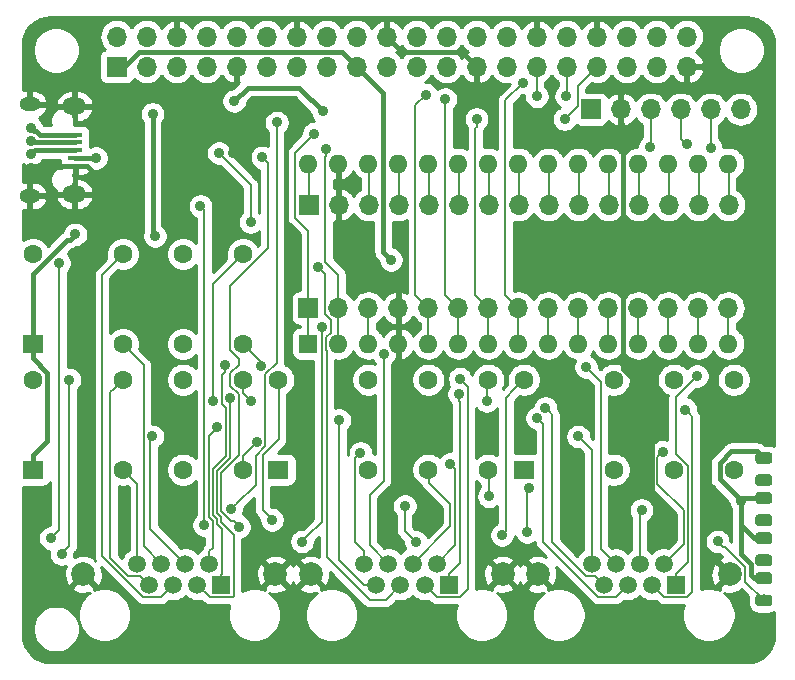
<source format=gtl>
G04 #@! TF.GenerationSoftware,KiCad,Pcbnew,(5.1.4)-1*
G04 #@! TF.CreationDate,2020-09-13T00:14:35-05:00*
G04 #@! TF.ProjectId,NetworkBreaker,4e657477-6f72-46b4-9272-65616b65722e,rev?*
G04 #@! TF.SameCoordinates,Original*
G04 #@! TF.FileFunction,Copper,L1,Top*
G04 #@! TF.FilePolarity,Positive*
%FSLAX46Y46*%
G04 Gerber Fmt 4.6, Leading zero omitted, Abs format (unit mm)*
G04 Created by KiCad (PCBNEW (5.1.4)-1) date 2020-09-13 00:14:35*
%MOMM*%
%LPD*%
G04 APERTURE LIST*
%ADD10O,1.700000X1.700000*%
%ADD11R,1.700000X1.700000*%
%ADD12C,1.600000*%
%ADD13R,1.800000X1.600000*%
%ADD14O,1.600000X1.600000*%
%ADD15R,1.600000X1.600000*%
%ADD16C,0.150000*%
%ADD17C,0.975000*%
%ADD18O,1.800000X1.150000*%
%ADD19O,2.000000X1.450000*%
%ADD20R,1.300000X0.450000*%
%ADD21C,2.000000*%
%ADD22C,1.500000*%
%ADD23R,1.500000X1.500000*%
%ADD24C,0.900000*%
%ADD25C,0.400000*%
%ADD26C,0.152400*%
%ADD27C,0.200000*%
%ADD28C,0.254000*%
G04 APERTURE END LIST*
D10*
X261470000Y-102480000D03*
X258930000Y-102480000D03*
X256390000Y-102480000D03*
X253850000Y-102480000D03*
X251310000Y-102480000D03*
D11*
X248770000Y-102480000D03*
D12*
X255790000Y-133000000D03*
X260870000Y-133000000D03*
X250710000Y-133000000D03*
X243090000Y-125380000D03*
D13*
X243090000Y-133000000D03*
D12*
X260870000Y-125380000D03*
X255790000Y-125380000D03*
X250710000Y-125380000D03*
X235015000Y-133000000D03*
X240095000Y-133000000D03*
X229935000Y-133000000D03*
X222315000Y-125380000D03*
D13*
X222315000Y-133000000D03*
D12*
X240095000Y-125380000D03*
X235015000Y-125380000D03*
X229935000Y-125380000D03*
D10*
X260400000Y-119320000D03*
X257860000Y-119320000D03*
X255320000Y-119320000D03*
X252780000Y-119320000D03*
X250240000Y-119320000D03*
X247700000Y-119320000D03*
X245160000Y-119320000D03*
X242620000Y-119320000D03*
X240080000Y-119320000D03*
X237540000Y-119320000D03*
X235000000Y-119320000D03*
X232460000Y-119320000D03*
X229920000Y-119320000D03*
X227380000Y-119320000D03*
D11*
X224840000Y-119320000D03*
D10*
X260430000Y-110590000D03*
X257890000Y-110590000D03*
X255350000Y-110590000D03*
X252810000Y-110590000D03*
X250270000Y-110590000D03*
X247730000Y-110590000D03*
X245190000Y-110590000D03*
X242650000Y-110590000D03*
X240110000Y-110590000D03*
X237570000Y-110590000D03*
X235030000Y-110590000D03*
X232490000Y-110590000D03*
X229950000Y-110590000D03*
X227410000Y-110590000D03*
D11*
X224870000Y-110590000D03*
D14*
X260420000Y-107090000D03*
X260420000Y-122330000D03*
X224860000Y-107090000D03*
X257880000Y-122330000D03*
X227400000Y-107090000D03*
X255340000Y-122330000D03*
X229940000Y-107090000D03*
X252800000Y-122330000D03*
X232480000Y-107090000D03*
X250260000Y-122330000D03*
X235020000Y-107090000D03*
X247720000Y-122330000D03*
X237560000Y-107090000D03*
X245180000Y-122330000D03*
X240100000Y-107090000D03*
X242640000Y-122330000D03*
X242640000Y-107090000D03*
X240100000Y-122330000D03*
X245180000Y-107090000D03*
X237560000Y-122330000D03*
X247720000Y-107090000D03*
X235020000Y-122330000D03*
X250260000Y-107090000D03*
X232480000Y-122330000D03*
X252800000Y-107090000D03*
X229940000Y-122330000D03*
X255340000Y-107090000D03*
X227400000Y-122330000D03*
X257880000Y-107090000D03*
D15*
X224860000Y-122330000D03*
D10*
X256896000Y-96342500D03*
X256896000Y-98882500D03*
X254356000Y-96342500D03*
X254356000Y-98882500D03*
X251816000Y-96342500D03*
X251816000Y-98882500D03*
X249276000Y-96342500D03*
X249276000Y-98882500D03*
X246736000Y-96342500D03*
X246736000Y-98882500D03*
X244196000Y-96342500D03*
X244196000Y-98882500D03*
X241656000Y-96342500D03*
X241656000Y-98882500D03*
X239116000Y-96342500D03*
X239116000Y-98882500D03*
X236576000Y-96342500D03*
X236576000Y-98882500D03*
X234036000Y-96342500D03*
X234036000Y-98882500D03*
X231496000Y-96342500D03*
X231496000Y-98882500D03*
X228956000Y-96342500D03*
X228956000Y-98882500D03*
X226416000Y-96342500D03*
X226416000Y-98882500D03*
X223876000Y-96342500D03*
X223876000Y-98882500D03*
X221336000Y-96342500D03*
X221336000Y-98882500D03*
X218796000Y-96342500D03*
X218796000Y-98882500D03*
X216256000Y-96342500D03*
X216256000Y-98882500D03*
X213716000Y-96342500D03*
X213716000Y-98882500D03*
X211176000Y-96342500D03*
X211176000Y-98882500D03*
X208636000Y-96342500D03*
D11*
X208636000Y-98882500D03*
D12*
X214240000Y-133000000D03*
X219320000Y-133000000D03*
X209160000Y-133000000D03*
X201540000Y-125380000D03*
D13*
X201540000Y-133000000D03*
D12*
X219320000Y-125380000D03*
X214240000Y-125380000D03*
X209160000Y-125380000D03*
X214230000Y-122370000D03*
X219310000Y-122370000D03*
X209150000Y-122370000D03*
X201530000Y-114750000D03*
D13*
X201530000Y-122370000D03*
D12*
X219310000Y-114750000D03*
X214230000Y-114750000D03*
X209150000Y-114750000D03*
D16*
G36*
X263890142Y-141706173D02*
G01*
X263913803Y-141709683D01*
X263937007Y-141715495D01*
X263959529Y-141723553D01*
X263981153Y-141733781D01*
X264001670Y-141746078D01*
X264020883Y-141760328D01*
X264038607Y-141776392D01*
X264054671Y-141794116D01*
X264068921Y-141813329D01*
X264081218Y-141833846D01*
X264091446Y-141855470D01*
X264099504Y-141877992D01*
X264105316Y-141901196D01*
X264108826Y-141924857D01*
X264110000Y-141948749D01*
X264110000Y-142436249D01*
X264108826Y-142460141D01*
X264105316Y-142483802D01*
X264099504Y-142507006D01*
X264091446Y-142529528D01*
X264081218Y-142551152D01*
X264068921Y-142571669D01*
X264054671Y-142590882D01*
X264038607Y-142608606D01*
X264020883Y-142624670D01*
X264001670Y-142638920D01*
X263981153Y-142651217D01*
X263959529Y-142661445D01*
X263937007Y-142669503D01*
X263913803Y-142675315D01*
X263890142Y-142678825D01*
X263866250Y-142679999D01*
X262953750Y-142679999D01*
X262929858Y-142678825D01*
X262906197Y-142675315D01*
X262882993Y-142669503D01*
X262860471Y-142661445D01*
X262838847Y-142651217D01*
X262818330Y-142638920D01*
X262799117Y-142624670D01*
X262781393Y-142608606D01*
X262765329Y-142590882D01*
X262751079Y-142571669D01*
X262738782Y-142551152D01*
X262728554Y-142529528D01*
X262720496Y-142507006D01*
X262714684Y-142483802D01*
X262711174Y-142460141D01*
X262710000Y-142436249D01*
X262710000Y-141948749D01*
X262711174Y-141924857D01*
X262714684Y-141901196D01*
X262720496Y-141877992D01*
X262728554Y-141855470D01*
X262738782Y-141833846D01*
X262751079Y-141813329D01*
X262765329Y-141794116D01*
X262781393Y-141776392D01*
X262799117Y-141760328D01*
X262818330Y-141746078D01*
X262838847Y-141733781D01*
X262860471Y-141723553D01*
X262882993Y-141715495D01*
X262906197Y-141709683D01*
X262929858Y-141706173D01*
X262953750Y-141704999D01*
X263866250Y-141704999D01*
X263890142Y-141706173D01*
X263890142Y-141706173D01*
G37*
D17*
X263410000Y-142192499D03*
D16*
G36*
X263890142Y-143581173D02*
G01*
X263913803Y-143584683D01*
X263937007Y-143590495D01*
X263959529Y-143598553D01*
X263981153Y-143608781D01*
X264001670Y-143621078D01*
X264020883Y-143635328D01*
X264038607Y-143651392D01*
X264054671Y-143669116D01*
X264068921Y-143688329D01*
X264081218Y-143708846D01*
X264091446Y-143730470D01*
X264099504Y-143752992D01*
X264105316Y-143776196D01*
X264108826Y-143799857D01*
X264110000Y-143823749D01*
X264110000Y-144311249D01*
X264108826Y-144335141D01*
X264105316Y-144358802D01*
X264099504Y-144382006D01*
X264091446Y-144404528D01*
X264081218Y-144426152D01*
X264068921Y-144446669D01*
X264054671Y-144465882D01*
X264038607Y-144483606D01*
X264020883Y-144499670D01*
X264001670Y-144513920D01*
X263981153Y-144526217D01*
X263959529Y-144536445D01*
X263937007Y-144544503D01*
X263913803Y-144550315D01*
X263890142Y-144553825D01*
X263866250Y-144554999D01*
X262953750Y-144554999D01*
X262929858Y-144553825D01*
X262906197Y-144550315D01*
X262882993Y-144544503D01*
X262860471Y-144536445D01*
X262838847Y-144526217D01*
X262818330Y-144513920D01*
X262799117Y-144499670D01*
X262781393Y-144483606D01*
X262765329Y-144465882D01*
X262751079Y-144446669D01*
X262738782Y-144426152D01*
X262728554Y-144404528D01*
X262720496Y-144382006D01*
X262714684Y-144358802D01*
X262711174Y-144335141D01*
X262710000Y-144311249D01*
X262710000Y-143823749D01*
X262711174Y-143799857D01*
X262714684Y-143776196D01*
X262720496Y-143752992D01*
X262728554Y-143730470D01*
X262738782Y-143708846D01*
X262751079Y-143688329D01*
X262765329Y-143669116D01*
X262781393Y-143651392D01*
X262799117Y-143635328D01*
X262818330Y-143621078D01*
X262838847Y-143608781D01*
X262860471Y-143598553D01*
X262882993Y-143590495D01*
X262906197Y-143584683D01*
X262929858Y-143581173D01*
X262953750Y-143579999D01*
X263866250Y-143579999D01*
X263890142Y-143581173D01*
X263890142Y-143581173D01*
G37*
D17*
X263410000Y-144067499D03*
D16*
G36*
X263890142Y-138312840D02*
G01*
X263913803Y-138316350D01*
X263937007Y-138322162D01*
X263959529Y-138330220D01*
X263981153Y-138340448D01*
X264001670Y-138352745D01*
X264020883Y-138366995D01*
X264038607Y-138383059D01*
X264054671Y-138400783D01*
X264068921Y-138419996D01*
X264081218Y-138440513D01*
X264091446Y-138462137D01*
X264099504Y-138484659D01*
X264105316Y-138507863D01*
X264108826Y-138531524D01*
X264110000Y-138555416D01*
X264110000Y-139042916D01*
X264108826Y-139066808D01*
X264105316Y-139090469D01*
X264099504Y-139113673D01*
X264091446Y-139136195D01*
X264081218Y-139157819D01*
X264068921Y-139178336D01*
X264054671Y-139197549D01*
X264038607Y-139215273D01*
X264020883Y-139231337D01*
X264001670Y-139245587D01*
X263981153Y-139257884D01*
X263959529Y-139268112D01*
X263937007Y-139276170D01*
X263913803Y-139281982D01*
X263890142Y-139285492D01*
X263866250Y-139286666D01*
X262953750Y-139286666D01*
X262929858Y-139285492D01*
X262906197Y-139281982D01*
X262882993Y-139276170D01*
X262860471Y-139268112D01*
X262838847Y-139257884D01*
X262818330Y-139245587D01*
X262799117Y-139231337D01*
X262781393Y-139215273D01*
X262765329Y-139197549D01*
X262751079Y-139178336D01*
X262738782Y-139157819D01*
X262728554Y-139136195D01*
X262720496Y-139113673D01*
X262714684Y-139090469D01*
X262711174Y-139066808D01*
X262710000Y-139042916D01*
X262710000Y-138555416D01*
X262711174Y-138531524D01*
X262714684Y-138507863D01*
X262720496Y-138484659D01*
X262728554Y-138462137D01*
X262738782Y-138440513D01*
X262751079Y-138419996D01*
X262765329Y-138400783D01*
X262781393Y-138383059D01*
X262799117Y-138366995D01*
X262818330Y-138352745D01*
X262838847Y-138340448D01*
X262860471Y-138330220D01*
X262882993Y-138322162D01*
X262906197Y-138316350D01*
X262929858Y-138312840D01*
X262953750Y-138311666D01*
X263866250Y-138311666D01*
X263890142Y-138312840D01*
X263890142Y-138312840D01*
G37*
D17*
X263410000Y-138799166D03*
D16*
G36*
X263890142Y-140187840D02*
G01*
X263913803Y-140191350D01*
X263937007Y-140197162D01*
X263959529Y-140205220D01*
X263981153Y-140215448D01*
X264001670Y-140227745D01*
X264020883Y-140241995D01*
X264038607Y-140258059D01*
X264054671Y-140275783D01*
X264068921Y-140294996D01*
X264081218Y-140315513D01*
X264091446Y-140337137D01*
X264099504Y-140359659D01*
X264105316Y-140382863D01*
X264108826Y-140406524D01*
X264110000Y-140430416D01*
X264110000Y-140917916D01*
X264108826Y-140941808D01*
X264105316Y-140965469D01*
X264099504Y-140988673D01*
X264091446Y-141011195D01*
X264081218Y-141032819D01*
X264068921Y-141053336D01*
X264054671Y-141072549D01*
X264038607Y-141090273D01*
X264020883Y-141106337D01*
X264001670Y-141120587D01*
X263981153Y-141132884D01*
X263959529Y-141143112D01*
X263937007Y-141151170D01*
X263913803Y-141156982D01*
X263890142Y-141160492D01*
X263866250Y-141161666D01*
X262953750Y-141161666D01*
X262929858Y-141160492D01*
X262906197Y-141156982D01*
X262882993Y-141151170D01*
X262860471Y-141143112D01*
X262838847Y-141132884D01*
X262818330Y-141120587D01*
X262799117Y-141106337D01*
X262781393Y-141090273D01*
X262765329Y-141072549D01*
X262751079Y-141053336D01*
X262738782Y-141032819D01*
X262728554Y-141011195D01*
X262720496Y-140988673D01*
X262714684Y-140965469D01*
X262711174Y-140941808D01*
X262710000Y-140917916D01*
X262710000Y-140430416D01*
X262711174Y-140406524D01*
X262714684Y-140382863D01*
X262720496Y-140359659D01*
X262728554Y-140337137D01*
X262738782Y-140315513D01*
X262751079Y-140294996D01*
X262765329Y-140275783D01*
X262781393Y-140258059D01*
X262799117Y-140241995D01*
X262818330Y-140227745D01*
X262838847Y-140215448D01*
X262860471Y-140205220D01*
X262882993Y-140197162D01*
X262906197Y-140191350D01*
X262929858Y-140187840D01*
X262953750Y-140186666D01*
X263866250Y-140186666D01*
X263890142Y-140187840D01*
X263890142Y-140187840D01*
G37*
D17*
X263410000Y-140674166D03*
D16*
G36*
X263890142Y-134919507D02*
G01*
X263913803Y-134923017D01*
X263937007Y-134928829D01*
X263959529Y-134936887D01*
X263981153Y-134947115D01*
X264001670Y-134959412D01*
X264020883Y-134973662D01*
X264038607Y-134989726D01*
X264054671Y-135007450D01*
X264068921Y-135026663D01*
X264081218Y-135047180D01*
X264091446Y-135068804D01*
X264099504Y-135091326D01*
X264105316Y-135114530D01*
X264108826Y-135138191D01*
X264110000Y-135162083D01*
X264110000Y-135649583D01*
X264108826Y-135673475D01*
X264105316Y-135697136D01*
X264099504Y-135720340D01*
X264091446Y-135742862D01*
X264081218Y-135764486D01*
X264068921Y-135785003D01*
X264054671Y-135804216D01*
X264038607Y-135821940D01*
X264020883Y-135838004D01*
X264001670Y-135852254D01*
X263981153Y-135864551D01*
X263959529Y-135874779D01*
X263937007Y-135882837D01*
X263913803Y-135888649D01*
X263890142Y-135892159D01*
X263866250Y-135893333D01*
X262953750Y-135893333D01*
X262929858Y-135892159D01*
X262906197Y-135888649D01*
X262882993Y-135882837D01*
X262860471Y-135874779D01*
X262838847Y-135864551D01*
X262818330Y-135852254D01*
X262799117Y-135838004D01*
X262781393Y-135821940D01*
X262765329Y-135804216D01*
X262751079Y-135785003D01*
X262738782Y-135764486D01*
X262728554Y-135742862D01*
X262720496Y-135720340D01*
X262714684Y-135697136D01*
X262711174Y-135673475D01*
X262710000Y-135649583D01*
X262710000Y-135162083D01*
X262711174Y-135138191D01*
X262714684Y-135114530D01*
X262720496Y-135091326D01*
X262728554Y-135068804D01*
X262738782Y-135047180D01*
X262751079Y-135026663D01*
X262765329Y-135007450D01*
X262781393Y-134989726D01*
X262799117Y-134973662D01*
X262818330Y-134959412D01*
X262838847Y-134947115D01*
X262860471Y-134936887D01*
X262882993Y-134928829D01*
X262906197Y-134923017D01*
X262929858Y-134919507D01*
X262953750Y-134918333D01*
X263866250Y-134918333D01*
X263890142Y-134919507D01*
X263890142Y-134919507D01*
G37*
D17*
X263410000Y-135405833D03*
D16*
G36*
X263890142Y-136794507D02*
G01*
X263913803Y-136798017D01*
X263937007Y-136803829D01*
X263959529Y-136811887D01*
X263981153Y-136822115D01*
X264001670Y-136834412D01*
X264020883Y-136848662D01*
X264038607Y-136864726D01*
X264054671Y-136882450D01*
X264068921Y-136901663D01*
X264081218Y-136922180D01*
X264091446Y-136943804D01*
X264099504Y-136966326D01*
X264105316Y-136989530D01*
X264108826Y-137013191D01*
X264110000Y-137037083D01*
X264110000Y-137524583D01*
X264108826Y-137548475D01*
X264105316Y-137572136D01*
X264099504Y-137595340D01*
X264091446Y-137617862D01*
X264081218Y-137639486D01*
X264068921Y-137660003D01*
X264054671Y-137679216D01*
X264038607Y-137696940D01*
X264020883Y-137713004D01*
X264001670Y-137727254D01*
X263981153Y-137739551D01*
X263959529Y-137749779D01*
X263937007Y-137757837D01*
X263913803Y-137763649D01*
X263890142Y-137767159D01*
X263866250Y-137768333D01*
X262953750Y-137768333D01*
X262929858Y-137767159D01*
X262906197Y-137763649D01*
X262882993Y-137757837D01*
X262860471Y-137749779D01*
X262838847Y-137739551D01*
X262818330Y-137727254D01*
X262799117Y-137713004D01*
X262781393Y-137696940D01*
X262765329Y-137679216D01*
X262751079Y-137660003D01*
X262738782Y-137639486D01*
X262728554Y-137617862D01*
X262720496Y-137595340D01*
X262714684Y-137572136D01*
X262711174Y-137548475D01*
X262710000Y-137524583D01*
X262710000Y-137037083D01*
X262711174Y-137013191D01*
X262714684Y-136989530D01*
X262720496Y-136966326D01*
X262728554Y-136943804D01*
X262738782Y-136922180D01*
X262751079Y-136901663D01*
X262765329Y-136882450D01*
X262781393Y-136864726D01*
X262799117Y-136848662D01*
X262818330Y-136834412D01*
X262838847Y-136822115D01*
X262860471Y-136811887D01*
X262882993Y-136803829D01*
X262906197Y-136798017D01*
X262929858Y-136794507D01*
X262953750Y-136793333D01*
X263866250Y-136793333D01*
X263890142Y-136794507D01*
X263890142Y-136794507D01*
G37*
D17*
X263410000Y-137280833D03*
D16*
G36*
X263890142Y-131526174D02*
G01*
X263913803Y-131529684D01*
X263937007Y-131535496D01*
X263959529Y-131543554D01*
X263981153Y-131553782D01*
X264001670Y-131566079D01*
X264020883Y-131580329D01*
X264038607Y-131596393D01*
X264054671Y-131614117D01*
X264068921Y-131633330D01*
X264081218Y-131653847D01*
X264091446Y-131675471D01*
X264099504Y-131697993D01*
X264105316Y-131721197D01*
X264108826Y-131744858D01*
X264110000Y-131768750D01*
X264110000Y-132256250D01*
X264108826Y-132280142D01*
X264105316Y-132303803D01*
X264099504Y-132327007D01*
X264091446Y-132349529D01*
X264081218Y-132371153D01*
X264068921Y-132391670D01*
X264054671Y-132410883D01*
X264038607Y-132428607D01*
X264020883Y-132444671D01*
X264001670Y-132458921D01*
X263981153Y-132471218D01*
X263959529Y-132481446D01*
X263937007Y-132489504D01*
X263913803Y-132495316D01*
X263890142Y-132498826D01*
X263866250Y-132500000D01*
X262953750Y-132500000D01*
X262929858Y-132498826D01*
X262906197Y-132495316D01*
X262882993Y-132489504D01*
X262860471Y-132481446D01*
X262838847Y-132471218D01*
X262818330Y-132458921D01*
X262799117Y-132444671D01*
X262781393Y-132428607D01*
X262765329Y-132410883D01*
X262751079Y-132391670D01*
X262738782Y-132371153D01*
X262728554Y-132349529D01*
X262720496Y-132327007D01*
X262714684Y-132303803D01*
X262711174Y-132280142D01*
X262710000Y-132256250D01*
X262710000Y-131768750D01*
X262711174Y-131744858D01*
X262714684Y-131721197D01*
X262720496Y-131697993D01*
X262728554Y-131675471D01*
X262738782Y-131653847D01*
X262751079Y-131633330D01*
X262765329Y-131614117D01*
X262781393Y-131596393D01*
X262799117Y-131580329D01*
X262818330Y-131566079D01*
X262838847Y-131553782D01*
X262860471Y-131543554D01*
X262882993Y-131535496D01*
X262906197Y-131529684D01*
X262929858Y-131526174D01*
X262953750Y-131525000D01*
X263866250Y-131525000D01*
X263890142Y-131526174D01*
X263890142Y-131526174D01*
G37*
D17*
X263410000Y-132012500D03*
D16*
G36*
X263890142Y-133401174D02*
G01*
X263913803Y-133404684D01*
X263937007Y-133410496D01*
X263959529Y-133418554D01*
X263981153Y-133428782D01*
X264001670Y-133441079D01*
X264020883Y-133455329D01*
X264038607Y-133471393D01*
X264054671Y-133489117D01*
X264068921Y-133508330D01*
X264081218Y-133528847D01*
X264091446Y-133550471D01*
X264099504Y-133572993D01*
X264105316Y-133596197D01*
X264108826Y-133619858D01*
X264110000Y-133643750D01*
X264110000Y-134131250D01*
X264108826Y-134155142D01*
X264105316Y-134178803D01*
X264099504Y-134202007D01*
X264091446Y-134224529D01*
X264081218Y-134246153D01*
X264068921Y-134266670D01*
X264054671Y-134285883D01*
X264038607Y-134303607D01*
X264020883Y-134319671D01*
X264001670Y-134333921D01*
X263981153Y-134346218D01*
X263959529Y-134356446D01*
X263937007Y-134364504D01*
X263913803Y-134370316D01*
X263890142Y-134373826D01*
X263866250Y-134375000D01*
X262953750Y-134375000D01*
X262929858Y-134373826D01*
X262906197Y-134370316D01*
X262882993Y-134364504D01*
X262860471Y-134356446D01*
X262838847Y-134346218D01*
X262818330Y-134333921D01*
X262799117Y-134319671D01*
X262781393Y-134303607D01*
X262765329Y-134285883D01*
X262751079Y-134266670D01*
X262738782Y-134246153D01*
X262728554Y-134224529D01*
X262720496Y-134202007D01*
X262714684Y-134178803D01*
X262711174Y-134155142D01*
X262710000Y-134131250D01*
X262710000Y-133643750D01*
X262711174Y-133619858D01*
X262714684Y-133596197D01*
X262720496Y-133572993D01*
X262728554Y-133550471D01*
X262738782Y-133528847D01*
X262751079Y-133508330D01*
X262765329Y-133489117D01*
X262781393Y-133471393D01*
X262799117Y-133455329D01*
X262818330Y-133441079D01*
X262838847Y-133428782D01*
X262860471Y-133418554D01*
X262882993Y-133410496D01*
X262906197Y-133404684D01*
X262929858Y-133401174D01*
X262953750Y-133400000D01*
X263866250Y-133400000D01*
X263890142Y-133401174D01*
X263890142Y-133401174D01*
G37*
D17*
X263410000Y-133887500D03*
D18*
X201250500Y-109829500D03*
X201250500Y-102079500D03*
D19*
X205050500Y-109679500D03*
X205050500Y-102229500D03*
D20*
X205100500Y-107254500D03*
X205100500Y-106604500D03*
X205100500Y-105954500D03*
X205100500Y-105304500D03*
X205100500Y-104654500D03*
D21*
X260541500Y-141871000D03*
X244281500Y-141871000D03*
D22*
X248831500Y-140981000D03*
X250871500Y-140981000D03*
X252911500Y-140981000D03*
X254951500Y-140981000D03*
X249851500Y-142761000D03*
X251891500Y-142761000D03*
X253931500Y-142761000D03*
D23*
X255971500Y-142761000D03*
D21*
X241305750Y-141871000D03*
X225045750Y-141871000D03*
D22*
X229595750Y-140981000D03*
X231635750Y-140981000D03*
X233675750Y-140981000D03*
X235715750Y-140981000D03*
X230615750Y-142761000D03*
X232655750Y-142761000D03*
X234695750Y-142761000D03*
D23*
X236735750Y-142761000D03*
D21*
X222070000Y-141871000D03*
X205810000Y-141871000D03*
D22*
X210360000Y-140981000D03*
X212400000Y-140981000D03*
X214440000Y-140981000D03*
X216480000Y-140981000D03*
X211380000Y-142761000D03*
X213420000Y-142761000D03*
X215460000Y-142761000D03*
D23*
X217500000Y-142761000D03*
D24*
X206890000Y-106620000D03*
X231860000Y-115230000D03*
X261490000Y-135630000D03*
X205120000Y-113090000D03*
X211660010Y-102880010D03*
X211870000Y-113230000D03*
X226120000Y-102680000D03*
X218580000Y-101780000D03*
X258830000Y-136890000D03*
X201382322Y-107440000D03*
X218450000Y-106200000D03*
X246230000Y-113460000D03*
X228610000Y-115810000D03*
X233340000Y-131480000D03*
X243140000Y-130770000D03*
X239950000Y-130790000D03*
X255094115Y-136426216D03*
X223000000Y-135360000D03*
X205850000Y-135420000D03*
X213700000Y-135440000D03*
X209160000Y-135410000D03*
X234110000Y-128700000D03*
X229200000Y-128790000D03*
X217270000Y-106200000D03*
X219960000Y-112030000D03*
X258910000Y-105750000D03*
X201380702Y-105185155D03*
X201382322Y-106314302D03*
X201382322Y-104062908D03*
X263410000Y-133887500D03*
X243370000Y-138290000D03*
X243510598Y-134586501D03*
X263410000Y-137280833D03*
X263410000Y-140674166D03*
X259510000Y-139085000D03*
X211640000Y-130190000D03*
X217156210Y-129410000D03*
X218243790Y-126933790D03*
X217800000Y-124110000D03*
X229266210Y-131600000D03*
X231246713Y-123231379D03*
X236860000Y-132530000D03*
X227466210Y-128816210D03*
X225670000Y-115860000D03*
X237680000Y-125300000D03*
X237620000Y-126581379D03*
X247703509Y-130196491D03*
X220490000Y-130686210D03*
X248360000Y-124310000D03*
X220839594Y-124270610D03*
X240171329Y-135269980D03*
X253061503Y-136426216D03*
X254860000Y-131470000D03*
X244930000Y-127790000D03*
X219981216Y-127167862D03*
X216791378Y-127187526D03*
X244208525Y-128644125D03*
X239950000Y-127182411D03*
X256786494Y-127932243D03*
X257751636Y-125076351D03*
X241260000Y-138540000D03*
X221789981Y-137244782D03*
X203050000Y-138810000D03*
X203750000Y-115490000D03*
X204620010Y-125380000D03*
X203966862Y-140120920D03*
X243026201Y-100233799D03*
X222182050Y-103612050D03*
X218319248Y-136372298D03*
X246550000Y-103330010D03*
X239096200Y-103330010D03*
X216030000Y-137680000D03*
X215720000Y-110700000D03*
X246684000Y-101390000D03*
X220970000Y-106570000D03*
X236449999Y-101629990D03*
X218992584Y-137841959D03*
X244196000Y-101390000D03*
X234804000Y-101264000D03*
X226013790Y-120915102D03*
X224330000Y-139090000D03*
X233969998Y-139140000D03*
X233020000Y-136080000D03*
X226350000Y-105830000D03*
X253798611Y-105698611D03*
X225354096Y-104549316D03*
X256880796Y-105471164D03*
D25*
X205100500Y-106604500D02*
X206874500Y-106604500D01*
X206874500Y-106604500D02*
X206890000Y-106620000D01*
X208636000Y-98882500D02*
X209258300Y-98882500D01*
X227705999Y-97632499D02*
X228956000Y-98882500D01*
X210508301Y-97632499D02*
X227705999Y-97632499D01*
X209258300Y-98882500D02*
X210508301Y-97632499D01*
X229805999Y-99732499D02*
X228956000Y-98882500D01*
X231200001Y-101126501D02*
X229805999Y-99732499D01*
X231200001Y-114570001D02*
X231200001Y-101126501D01*
X231860000Y-115230000D02*
X231200001Y-114570001D01*
X201540000Y-131800000D02*
X201540000Y-133000000D01*
X202740001Y-130599999D02*
X201540000Y-131800000D01*
X202740001Y-124780001D02*
X202740001Y-130599999D01*
X201530000Y-123570000D02*
X202740001Y-124780001D01*
X201530000Y-122370000D02*
X201530000Y-123570000D01*
X261490000Y-136266396D02*
X261490000Y-135630000D01*
X261490000Y-137679166D02*
X261490000Y-136266396D01*
X262610000Y-138799166D02*
X261490000Y-137679166D01*
X263410000Y-138799166D02*
X262610000Y-138799166D01*
X261714167Y-135405833D02*
X261490000Y-135630000D01*
X263410000Y-135405833D02*
X261714167Y-135405833D01*
X262309990Y-140967994D02*
X262309990Y-141892489D01*
X262610000Y-142192499D02*
X263410000Y-142192499D01*
X261490000Y-135630000D02*
X261490000Y-140148004D01*
X262309990Y-141892489D02*
X262610000Y-142192499D01*
X261490000Y-140148004D02*
X262309990Y-140967994D01*
X259669999Y-132453999D02*
X259669999Y-133809999D01*
X260667735Y-131456263D02*
X259669999Y-132453999D01*
X259669999Y-133809999D02*
X261040001Y-135180001D01*
X262853763Y-131456263D02*
X260667735Y-131456263D01*
X261040001Y-135180001D02*
X261490000Y-135630000D01*
X263410000Y-132012500D02*
X262853763Y-131456263D01*
X211660010Y-102880010D02*
X211660010Y-113020010D01*
X211660010Y-113020010D02*
X211870000Y-113230000D01*
X201530000Y-121170000D02*
X201530000Y-122370000D01*
X204670001Y-113539999D02*
X204441997Y-113539999D01*
X204441997Y-113539999D02*
X201530000Y-116451996D01*
X205120000Y-113090000D02*
X204670001Y-113539999D01*
X201530000Y-116451996D02*
X201530000Y-121170000D01*
X226120000Y-102680000D02*
X224090000Y-100650000D01*
X224090000Y-100650000D02*
X219710000Y-100650000D01*
X219710000Y-100650000D02*
X218580000Y-101780000D01*
X205100500Y-107254500D02*
X202461100Y-107254500D01*
X201250500Y-108465100D02*
X201250500Y-109829500D01*
X202461100Y-107254500D02*
X201250500Y-108465100D01*
X206150500Y-107254500D02*
X207264400Y-108368400D01*
X205100500Y-107254500D02*
X206150500Y-107254500D01*
X207264400Y-108368400D02*
X207264400Y-109461600D01*
X207046500Y-109679500D02*
X205050500Y-109679500D01*
X207264400Y-109461600D02*
X207046500Y-109679500D01*
X205100500Y-107254500D02*
X201405500Y-107254500D01*
X201405500Y-107254500D02*
X201220000Y-107440000D01*
X201567822Y-107254500D02*
X201382322Y-107440000D01*
X205100500Y-107254500D02*
X201567822Y-107254500D01*
X232345999Y-97192499D02*
X231496000Y-96342500D01*
X232785999Y-97632499D02*
X232345999Y-97192499D01*
X237865999Y-97632499D02*
X232785999Y-97632499D01*
X239116000Y-98882500D02*
X237865999Y-97632499D01*
X253911505Y-126835503D02*
X253911505Y-135243606D01*
X251520001Y-124443999D02*
X253911505Y-126835503D01*
X251310000Y-102480000D02*
X251310000Y-103682081D01*
X251310000Y-103682081D02*
X251520001Y-103892082D01*
X254644116Y-135976217D02*
X255094115Y-136426216D01*
X253911505Y-135243606D02*
X254644116Y-135976217D01*
X251520001Y-103892082D02*
X251520001Y-124443999D01*
D26*
X217270000Y-106200000D02*
X219960000Y-108890000D01*
X219960000Y-108890000D02*
X219960000Y-111393604D01*
X219960000Y-111393604D02*
X219960000Y-112030000D01*
X258930000Y-105730000D02*
X258910000Y-105750000D01*
X258930000Y-102480000D02*
X258930000Y-105730000D01*
D25*
X201500047Y-105304500D02*
X201380702Y-105185155D01*
X205100500Y-105304500D02*
X201500047Y-105304500D01*
X201742124Y-105954500D02*
X201382322Y-106314302D01*
X205100500Y-105954500D02*
X201742124Y-105954500D01*
X202106219Y-104654500D02*
X201790323Y-104338604D01*
X201658018Y-104338604D02*
X201382322Y-104062908D01*
X205100500Y-104654500D02*
X202106219Y-104654500D01*
X201790323Y-104338604D02*
X201658018Y-104338604D01*
D27*
X243370000Y-134727099D02*
X243510598Y-134586501D01*
X243370000Y-138290000D02*
X243370000Y-134727099D01*
D26*
X260094277Y-139534999D02*
X259959999Y-139534999D01*
X259959999Y-139534999D02*
X259510000Y-139085000D01*
X261833779Y-141274501D02*
X260094277Y-139534999D01*
X261833779Y-142491278D02*
X261833779Y-141274501D01*
X263410000Y-144067499D02*
X261833779Y-142491278D01*
X210360000Y-134200000D02*
X209160000Y-133000000D01*
X210360000Y-140981000D02*
X210360000Y-134200000D01*
X210913798Y-124133798D02*
X209949999Y-123169999D01*
X209949999Y-123169999D02*
X209150000Y-122370000D01*
X210913798Y-139494798D02*
X210913798Y-124133798D01*
X212400000Y-140981000D02*
X210913798Y-139494798D01*
X214440000Y-140981000D02*
X211480000Y-138021000D01*
X211480000Y-138021000D02*
X211480000Y-130350000D01*
X211480000Y-130350000D02*
X211640000Y-130190000D01*
X216756202Y-137331422D02*
X216406202Y-136981422D01*
X216406202Y-130160008D02*
X216706211Y-129859999D01*
X216706211Y-129859999D02*
X217156210Y-129410000D01*
X216480000Y-140981000D02*
X216480000Y-139920340D01*
X216480000Y-139920340D02*
X216756202Y-139644138D01*
X216756202Y-139644138D02*
X216756202Y-137331422D01*
X216406202Y-136981422D02*
X216406202Y-130160008D01*
X208360001Y-126179999D02*
X209160000Y-125380000D01*
X208083799Y-126456201D02*
X208360001Y-126179999D01*
X208083799Y-140485193D02*
X208083799Y-126456201D01*
X209609607Y-142011001D02*
X208083799Y-140485193D01*
X210630001Y-142011001D02*
X209609607Y-142011001D01*
X211380000Y-142761000D02*
X210630001Y-142011001D01*
X210887423Y-143787201D02*
X207380000Y-140279778D01*
X213420000Y-142761000D02*
X212393799Y-143787201D01*
X212393799Y-143787201D02*
X210887423Y-143787201D01*
X207380000Y-116520000D02*
X209150000Y-114750000D01*
X207380000Y-140279778D02*
X207380000Y-116520000D01*
X218470961Y-143787201D02*
X218526201Y-143731961D01*
X217461022Y-137039474D02*
X217111024Y-136689476D01*
X218243790Y-131985048D02*
X218243790Y-127570186D01*
X217111024Y-136689476D02*
X217111024Y-133117814D01*
X218526201Y-138524653D02*
X217461022Y-137459474D01*
X216486201Y-143787201D02*
X218470961Y-143787201D01*
X215460000Y-142761000D02*
X216486201Y-143787201D01*
X217461022Y-137459474D02*
X217461022Y-137039474D01*
X217111024Y-133117814D02*
X218243790Y-131985048D01*
X218526201Y-143731961D02*
X218526201Y-138524653D01*
X218243790Y-127570186D02*
X218243790Y-126933790D01*
X217108613Y-137605449D02*
X217108612Y-137185448D01*
X217882412Y-131848042D02*
X217882412Y-127815038D01*
X217500000Y-141858600D02*
X217517116Y-141841484D01*
X217882412Y-127815038D02*
X217517588Y-127450214D01*
X216758613Y-132971841D02*
X217882412Y-131848042D01*
X217108612Y-137185448D02*
X216758613Y-136835449D01*
X217500000Y-142761000D02*
X217500000Y-141858600D01*
X217800000Y-124746396D02*
X217800000Y-124110000D01*
X217517588Y-125028808D02*
X217800000Y-124746396D01*
X217517588Y-127450214D02*
X217517588Y-125028808D01*
X216758613Y-136835449D02*
X216758613Y-132971841D01*
X217517116Y-138013952D02*
X217108613Y-137605449D01*
X217517116Y-141841484D02*
X217517116Y-138013952D01*
X228820000Y-132046210D02*
X229266210Y-131600000D01*
X228820000Y-139144590D02*
X228820000Y-132046210D01*
X229595750Y-140981000D02*
X229595750Y-139920340D01*
X229595750Y-139920340D02*
X228820000Y-139144590D01*
X230033798Y-139379048D02*
X230033798Y-135141422D01*
X231246713Y-123867775D02*
X231246713Y-123231379D01*
X230033798Y-135141422D02*
X231246713Y-133928507D01*
X231246713Y-133928507D02*
X231246713Y-123867775D01*
X231635750Y-140981000D02*
X230033798Y-139379048D01*
X235050000Y-134131370D02*
X235050000Y-133000000D01*
X236860000Y-135941370D02*
X235050000Y-134131370D01*
X233675750Y-140981000D02*
X236860000Y-137796750D01*
X236860000Y-137796750D02*
X236860000Y-135941370D01*
X237309999Y-132979999D02*
X236860000Y-132530000D01*
X235715750Y-140981000D02*
X237309999Y-139386751D01*
X237309999Y-139386751D02*
X237309999Y-132979999D01*
X227466210Y-140672120D02*
X227466210Y-129452606D01*
X227466210Y-129452606D02*
X227466210Y-128816210D01*
X230615750Y-142761000D02*
X229555090Y-142761000D01*
X229555090Y-142761000D02*
X227466210Y-140672120D01*
X226253799Y-119860577D02*
X226253799Y-116443799D01*
X226323799Y-121813423D02*
X226740000Y-121397222D01*
X231386750Y-144030000D02*
X230040000Y-144030000D01*
X226740000Y-121397222D02*
X226740000Y-120346778D01*
X230040000Y-144030000D02*
X226440000Y-140430000D01*
X226253799Y-116443799D02*
X225670000Y-115860000D01*
X226440000Y-140430000D02*
X226440000Y-122962778D01*
X226740000Y-120346778D02*
X226253799Y-119860577D01*
X232655750Y-142761000D02*
X231386750Y-144030000D01*
X226440000Y-122962778D02*
X226323799Y-122846577D01*
X226323799Y-122846577D02*
X226323799Y-121813423D01*
X235721951Y-143787201D02*
X237706711Y-143787201D01*
X234695750Y-142761000D02*
X235721951Y-143787201D01*
X238129999Y-125749999D02*
X237680000Y-125300000D01*
X237706711Y-143787201D02*
X238346202Y-143147710D01*
X238346202Y-125966202D02*
X238129999Y-125749999D01*
X238346202Y-143147710D02*
X238346202Y-125966202D01*
X237676202Y-140918148D02*
X237676202Y-127273977D01*
X237676202Y-127273977D02*
X237620000Y-127217775D01*
X236735750Y-142761000D02*
X236735750Y-141858600D01*
X237620000Y-127217775D02*
X237620000Y-126581379D01*
X236735750Y-141858600D02*
X237676202Y-140918148D01*
X248153508Y-130646490D02*
X247703509Y-130196491D01*
X248831500Y-140981000D02*
X248831500Y-131324482D01*
X248831500Y-131324482D02*
X248153508Y-130646490D01*
X220040001Y-131136209D02*
X220490000Y-130686210D01*
X219320000Y-133000000D02*
X219320000Y-131856210D01*
X219320000Y-131856210D02*
X220040001Y-131136209D01*
X249633799Y-139743299D02*
X249633799Y-125583799D01*
X250871500Y-140981000D02*
X249633799Y-139743299D01*
X249633799Y-125583799D02*
X248360000Y-124310000D01*
X220839594Y-123899594D02*
X220839594Y-124270610D01*
X219310000Y-122370000D02*
X220839594Y-123899594D01*
X240130000Y-135228651D02*
X240171329Y-135269980D01*
X240130000Y-133000000D02*
X240130000Y-135228651D01*
X252911500Y-136576219D02*
X253061503Y-136426216D01*
X252911500Y-140981000D02*
X252911500Y-136576219D01*
X256666202Y-139266298D02*
X256666202Y-136461422D01*
X256666202Y-136461422D02*
X254410001Y-134205221D01*
X254410001Y-134205221D02*
X254410001Y-131919999D01*
X254410001Y-131919999D02*
X254860000Y-131470000D01*
X254951500Y-140981000D02*
X256666202Y-139266298D01*
X248342723Y-142011001D02*
X245499999Y-139168277D01*
X245499999Y-128359999D02*
X245379999Y-128239999D01*
X249101501Y-142011001D02*
X248342723Y-142011001D01*
X245379999Y-128239999D02*
X244930000Y-127790000D01*
X245499999Y-139168277D02*
X245499999Y-128359999D01*
X249851500Y-142761000D02*
X249101501Y-142011001D01*
X219976492Y-127167862D02*
X219981216Y-127167862D01*
X219320000Y-125380000D02*
X219320000Y-126511370D01*
X219320000Y-126511370D02*
X219976492Y-127167862D01*
X216791378Y-126551130D02*
X216791378Y-127187526D01*
X219310000Y-114750000D02*
X216791378Y-117268622D01*
X216791378Y-117268622D02*
X216791378Y-126551130D01*
X250865299Y-143787201D02*
X249358923Y-143787201D01*
X244658524Y-129094124D02*
X244208525Y-128644125D01*
X249358923Y-143787201D02*
X244715966Y-139144244D01*
X244715966Y-139144244D02*
X244715966Y-129151566D01*
X244715966Y-129151566D02*
X244658524Y-129094124D01*
X251891500Y-142761000D02*
X250865299Y-143787201D01*
X239950000Y-125560000D02*
X240130000Y-125380000D01*
X239950000Y-127182411D02*
X239950000Y-125560000D01*
X256942461Y-143787201D02*
X257371023Y-143358639D01*
X254957701Y-143787201D02*
X256942461Y-143787201D01*
X257371023Y-143358639D02*
X257371023Y-128516772D01*
X253931500Y-142761000D02*
X254957701Y-143787201D01*
X257236493Y-128382242D02*
X256786494Y-127932243D01*
X257371023Y-128516772D02*
X257236493Y-128382242D01*
X257301637Y-125526350D02*
X257751636Y-125076351D01*
X255971500Y-141858600D02*
X257018613Y-140811487D01*
X257018613Y-140811487D02*
X257018613Y-132705834D01*
X255971500Y-142761000D02*
X255971500Y-141858600D01*
X257018613Y-132705834D02*
X255971500Y-131658721D01*
X255971500Y-131658721D02*
X255971500Y-126856487D01*
X255971500Y-126856487D02*
X257301637Y-125526350D01*
D27*
X242290001Y-126209999D02*
X243090000Y-125410000D01*
X241600000Y-126900000D02*
X242290001Y-126209999D01*
X241260000Y-138540000D02*
X241600000Y-138200000D01*
X241600000Y-138200000D02*
X241600000Y-126900000D01*
X220994408Y-136449209D02*
X221339982Y-136794783D01*
X221339982Y-136794783D02*
X221789981Y-137244782D01*
X220994408Y-131788622D02*
X220994408Y-136449209D01*
X222350000Y-130433030D02*
X220994408Y-131788622D01*
X222350000Y-125380000D02*
X222350000Y-130433030D01*
X203050000Y-138810000D02*
X203750000Y-138110000D01*
X203750000Y-138110000D02*
X203750000Y-115490000D01*
X204620010Y-125380000D02*
X204620010Y-139467772D01*
X204620010Y-139467772D02*
X204416861Y-139670921D01*
X204416861Y-139670921D02*
X203966862Y-140120920D01*
X242640000Y-119340000D02*
X242620000Y-119320000D01*
X242640000Y-122330000D02*
X242640000Y-119340000D01*
D26*
X241523799Y-101736201D02*
X243026201Y-100233799D01*
X241523799Y-118223799D02*
X241523799Y-101736201D01*
X242620000Y-119320000D02*
X241523799Y-118223799D01*
X222182050Y-123955172D02*
X221216201Y-124921021D01*
X221216201Y-124921021D02*
X221216201Y-131034787D01*
X221216201Y-131034787D02*
X220421377Y-131829611D01*
X220421377Y-131829611D02*
X220421377Y-134270169D01*
X220421377Y-134270169D02*
X218769247Y-135922299D01*
X222182050Y-103612050D02*
X222182050Y-123955172D01*
X218769247Y-135922299D02*
X218319248Y-136372298D01*
D27*
X240100000Y-119340000D02*
X240080000Y-119320000D01*
X240100000Y-122330000D02*
X240100000Y-119340000D01*
D26*
X249276000Y-98882500D02*
X247643799Y-100514701D01*
X247643799Y-100514701D02*
X247643799Y-102236211D01*
X238983799Y-104078807D02*
X239096200Y-103966406D01*
X238983799Y-118223799D02*
X238983799Y-104078807D01*
X239096200Y-103966406D02*
X239096200Y-103330010D01*
X247643799Y-102236211D02*
X246999999Y-102880011D01*
X246999999Y-102880011D02*
X246550000Y-103330010D01*
X240080000Y-119320000D02*
X238983799Y-118223799D01*
X216030000Y-137680000D02*
X216030000Y-111010000D01*
X216030000Y-111010000D02*
X215720000Y-110700000D01*
D27*
X237560000Y-119340000D02*
X237540000Y-119320000D01*
X237560000Y-122330000D02*
X237560000Y-119340000D01*
D26*
X246736000Y-98882500D02*
X246736000Y-101283998D01*
X246736000Y-101283998D02*
X246730000Y-101289998D01*
X237540000Y-119320000D02*
X236443799Y-118223799D01*
X236443799Y-102272586D02*
X236449999Y-102266386D01*
X236449999Y-102266386D02*
X236449999Y-101629990D01*
X236443799Y-118223799D02*
X236443799Y-102272586D01*
X218542585Y-137391960D02*
X218992584Y-137841959D01*
X220970000Y-106570000D02*
X221419999Y-107019999D01*
X218243799Y-124863423D02*
X218243799Y-125896577D01*
X218970000Y-123622778D02*
X218970000Y-124137222D01*
X218233799Y-122886577D02*
X218970000Y-123622778D01*
X218970000Y-124137222D02*
X218243799Y-124863423D01*
X218243799Y-125896577D02*
X218970000Y-126622778D01*
X217463435Y-136543503D02*
X218311892Y-137391960D01*
X218311892Y-137391960D02*
X218542585Y-137391960D01*
X218970000Y-126622778D02*
X218970000Y-131757222D01*
X221419999Y-114232779D02*
X218233799Y-117418979D01*
X217463435Y-133263787D02*
X217463435Y-136543503D01*
X218970000Y-131757222D02*
X217463435Y-133263787D01*
X218233799Y-117418979D02*
X218233799Y-122886577D01*
X221419999Y-107019999D02*
X221419999Y-114232779D01*
D27*
X235020000Y-119340000D02*
X235000000Y-119320000D01*
X235020000Y-122330000D02*
X235020000Y-119340000D01*
D26*
X244196000Y-98882500D02*
X244196000Y-101264000D01*
X233903799Y-102164201D02*
X234804000Y-101264000D01*
X233903799Y-118223799D02*
X233903799Y-102164201D01*
X235000000Y-119320000D02*
X233903799Y-118223799D01*
X226013790Y-120915102D02*
X226013790Y-121551498D01*
X225971389Y-121593899D02*
X225971389Y-137448611D01*
X226013790Y-121551498D02*
X225971389Y-121593899D01*
X225971389Y-137448611D02*
X224779999Y-138640001D01*
X224779999Y-138640001D02*
X224330000Y-139090000D01*
D27*
X233969998Y-139140000D02*
X233020000Y-138190002D01*
X233020000Y-136716396D02*
X233020000Y-136080000D01*
X233020000Y-138190002D02*
X233020000Y-136716396D01*
X260430000Y-107100000D02*
X260420000Y-107090000D01*
X260430000Y-110590000D02*
X260430000Y-107100000D01*
X260400000Y-122310000D02*
X260420000Y-122330000D01*
X260400000Y-119320000D02*
X260400000Y-122310000D01*
X224870000Y-107100000D02*
X224860000Y-107090000D01*
X224870000Y-110590000D02*
X224870000Y-107100000D01*
X257880000Y-119340000D02*
X257860000Y-119320000D01*
X257880000Y-122330000D02*
X257880000Y-119340000D01*
X255340000Y-119340000D02*
X255320000Y-119320000D01*
X255340000Y-122330000D02*
X255340000Y-119340000D01*
X229950000Y-107100000D02*
X229940000Y-107090000D01*
X229950000Y-110590000D02*
X229950000Y-107100000D01*
X229940000Y-119340000D02*
X229920000Y-119320000D01*
X229940000Y-122330000D02*
X229940000Y-119340000D01*
X252800000Y-119340000D02*
X252780000Y-119320000D01*
X252800000Y-122330000D02*
X252800000Y-119340000D01*
X232490000Y-107100000D02*
X232480000Y-107090000D01*
X232490000Y-110590000D02*
X232490000Y-107100000D01*
X250260000Y-119340000D02*
X250240000Y-119320000D01*
X250260000Y-122330000D02*
X250260000Y-119340000D01*
X235030000Y-107100000D02*
X235020000Y-107090000D01*
X235030000Y-110590000D02*
X235030000Y-107100000D01*
X247720000Y-119340000D02*
X247700000Y-119320000D01*
X247720000Y-122330000D02*
X247720000Y-119340000D01*
X237570000Y-107100000D02*
X237560000Y-107090000D01*
X237570000Y-110590000D02*
X237570000Y-107100000D01*
X245180000Y-119340000D02*
X245160000Y-119320000D01*
X245180000Y-122330000D02*
X245180000Y-119340000D01*
X240110000Y-107100000D02*
X240100000Y-107090000D01*
X240110000Y-110590000D02*
X240110000Y-107100000D01*
X242650000Y-107100000D02*
X242640000Y-107090000D01*
X242650000Y-110590000D02*
X242650000Y-107100000D01*
X245190000Y-107100000D02*
X245180000Y-107090000D01*
X245190000Y-110590000D02*
X245190000Y-107100000D01*
X247730000Y-107100000D02*
X247720000Y-107090000D01*
X247730000Y-110590000D02*
X247730000Y-107100000D01*
X250270000Y-107100000D02*
X250260000Y-107090000D01*
X250270000Y-110590000D02*
X250270000Y-107100000D01*
X252810000Y-107100000D02*
X252800000Y-107090000D01*
X252810000Y-110590000D02*
X252810000Y-107100000D01*
X255350000Y-107100000D02*
X255340000Y-107090000D01*
X255350000Y-110590000D02*
X255350000Y-107100000D01*
X227400000Y-119340000D02*
X227380000Y-119320000D01*
X227400000Y-122330000D02*
X227400000Y-119340000D01*
D26*
X253850000Y-102480000D02*
X253850000Y-105647222D01*
X253850000Y-105647222D02*
X253798611Y-105698611D01*
X226350000Y-106466396D02*
X226350000Y-105830000D01*
X227380000Y-116495220D02*
X226283799Y-115399019D01*
X226283799Y-106532597D02*
X226350000Y-106466396D01*
X226283799Y-115399019D02*
X226283799Y-106532597D01*
X227380000Y-119320000D02*
X227380000Y-116495220D01*
D27*
X257890000Y-107100000D02*
X257880000Y-107090000D01*
X257890000Y-110590000D02*
X257890000Y-107100000D01*
X224860000Y-119340000D02*
X224840000Y-119320000D01*
X224860000Y-122330000D02*
X224860000Y-119340000D01*
D26*
X223743799Y-106159613D02*
X225354096Y-104549316D01*
X224840000Y-112757162D02*
X223743799Y-111660961D01*
X224840000Y-119320000D02*
X224840000Y-112757162D01*
X223743799Y-111660961D02*
X223743799Y-106159613D01*
X256430797Y-105021165D02*
X256880796Y-105471164D01*
X256390000Y-104980368D02*
X256430797Y-105021165D01*
X256390000Y-102480000D02*
X256390000Y-104980368D01*
D28*
G36*
X262449016Y-94732312D02*
G01*
X262880930Y-94862714D01*
X263279285Y-95074524D01*
X263628914Y-95359675D01*
X263916497Y-95707303D01*
X264131086Y-96104177D01*
X264264498Y-96535161D01*
X264315001Y-97015663D01*
X264315000Y-131013540D01*
X264203709Y-130954053D01*
X264038285Y-130903872D01*
X263866250Y-130886928D01*
X263466714Y-130886928D01*
X263447054Y-130862972D01*
X263319909Y-130758627D01*
X263174850Y-130681091D01*
X263017452Y-130633345D01*
X262894782Y-130621263D01*
X262894781Y-130621263D01*
X262853763Y-130617223D01*
X262812745Y-130621263D01*
X260708753Y-130621263D01*
X260667735Y-130617223D01*
X260626717Y-130621263D01*
X260626716Y-130621263D01*
X260504046Y-130633345D01*
X260398589Y-130665335D01*
X260346648Y-130681091D01*
X260201589Y-130758627D01*
X260139286Y-130809758D01*
X260074444Y-130862972D01*
X260048298Y-130894831D01*
X259108577Y-131834554D01*
X259076708Y-131860708D01*
X258975575Y-131983940D01*
X258972363Y-131987854D01*
X258894827Y-132132913D01*
X258847081Y-132290311D01*
X258830959Y-132453999D01*
X258834999Y-132495018D01*
X258835000Y-133768971D01*
X258830959Y-133809999D01*
X258847081Y-133973687D01*
X258894827Y-134131085D01*
X258969977Y-134271680D01*
X258972364Y-134276145D01*
X259076709Y-134403290D01*
X259108573Y-134429440D01*
X260405000Y-135725868D01*
X260405000Y-135736863D01*
X260446696Y-135946483D01*
X260528485Y-136143940D01*
X260647225Y-136321647D01*
X260655000Y-136329422D01*
X260655000Y-137638143D01*
X260650960Y-137679166D01*
X260655000Y-137720184D01*
X260655001Y-139089936D01*
X260621879Y-139056814D01*
X260599604Y-139029672D01*
X260595000Y-139025894D01*
X260595000Y-138978137D01*
X260553304Y-138768517D01*
X260471515Y-138571060D01*
X260352775Y-138393353D01*
X260201647Y-138242225D01*
X260023940Y-138123485D01*
X259826483Y-138041696D01*
X259616863Y-138000000D01*
X259403137Y-138000000D01*
X259193517Y-138041696D01*
X258996060Y-138123485D01*
X258818353Y-138242225D01*
X258667225Y-138393353D01*
X258548485Y-138571060D01*
X258466696Y-138768517D01*
X258425000Y-138978137D01*
X258425000Y-139191863D01*
X258466696Y-139401483D01*
X258548485Y-139598940D01*
X258667225Y-139776647D01*
X258818353Y-139927775D01*
X258996060Y-140046515D01*
X259193517Y-140128304D01*
X259403137Y-140170000D01*
X259616863Y-140170000D01*
X259633211Y-140166748D01*
X259686517Y-140195241D01*
X259759187Y-140217285D01*
X259775822Y-140222331D01*
X259912109Y-140358618D01*
X259855412Y-140378205D01*
X259681456Y-140471186D01*
X259585692Y-140735587D01*
X260541500Y-141691395D01*
X260555643Y-141677253D01*
X260735248Y-141856858D01*
X260721105Y-141871000D01*
X260735248Y-141885143D01*
X260555643Y-142064748D01*
X260541500Y-142050605D01*
X259585692Y-143006413D01*
X259666558Y-143229681D01*
X259420718Y-143127851D01*
X258984091Y-143041000D01*
X258538909Y-143041000D01*
X258102282Y-143127851D01*
X258082223Y-143136160D01*
X258082223Y-141933595D01*
X258899782Y-141933595D01*
X258943539Y-142252675D01*
X259048705Y-142557088D01*
X259141686Y-142731044D01*
X259406087Y-142826808D01*
X260361895Y-141871000D01*
X259406087Y-140915192D01*
X259141686Y-141010956D01*
X259000796Y-141300571D01*
X258919116Y-141612108D01*
X258899782Y-141933595D01*
X258082223Y-141933595D01*
X258082223Y-128551697D01*
X258085663Y-128516771D01*
X258082223Y-128481845D01*
X258082223Y-128481836D01*
X258071932Y-128377352D01*
X258031265Y-128243291D01*
X257965225Y-128119739D01*
X257876350Y-128011445D01*
X257871494Y-128007460D01*
X257871494Y-127825380D01*
X257829798Y-127615760D01*
X257748009Y-127418303D01*
X257629269Y-127240596D01*
X257478141Y-127089468D01*
X257300434Y-126970728D01*
X257102977Y-126888939D01*
X256971073Y-126862702D01*
X257672424Y-126161351D01*
X257858499Y-126161351D01*
X258068119Y-126119655D01*
X258265576Y-126037866D01*
X258443283Y-125919126D01*
X258594411Y-125767998D01*
X258713151Y-125590291D01*
X258794940Y-125392834D01*
X258825606Y-125238665D01*
X259435000Y-125238665D01*
X259435000Y-125521335D01*
X259490147Y-125798574D01*
X259598320Y-126059727D01*
X259755363Y-126294759D01*
X259955241Y-126494637D01*
X260190273Y-126651680D01*
X260451426Y-126759853D01*
X260728665Y-126815000D01*
X261011335Y-126815000D01*
X261288574Y-126759853D01*
X261549727Y-126651680D01*
X261784759Y-126494637D01*
X261984637Y-126294759D01*
X262141680Y-126059727D01*
X262249853Y-125798574D01*
X262305000Y-125521335D01*
X262305000Y-125238665D01*
X262249853Y-124961426D01*
X262141680Y-124700273D01*
X261984637Y-124465241D01*
X261784759Y-124265363D01*
X261549727Y-124108320D01*
X261288574Y-124000147D01*
X261011335Y-123945000D01*
X260728665Y-123945000D01*
X260451426Y-124000147D01*
X260190273Y-124108320D01*
X259955241Y-124265363D01*
X259755363Y-124465241D01*
X259598320Y-124700273D01*
X259490147Y-124961426D01*
X259435000Y-125238665D01*
X258825606Y-125238665D01*
X258836636Y-125183214D01*
X258836636Y-124969488D01*
X258794940Y-124759868D01*
X258713151Y-124562411D01*
X258594411Y-124384704D01*
X258443283Y-124233576D01*
X258265576Y-124114836D01*
X258068119Y-124033047D01*
X257858499Y-123991351D01*
X257644773Y-123991351D01*
X257435153Y-124033047D01*
X257237696Y-124114836D01*
X257059989Y-124233576D01*
X256908861Y-124384704D01*
X256874911Y-124435515D01*
X256704759Y-124265363D01*
X256469727Y-124108320D01*
X256208574Y-124000147D01*
X255931335Y-123945000D01*
X255648665Y-123945000D01*
X255371426Y-124000147D01*
X255110273Y-124108320D01*
X254875241Y-124265363D01*
X254675363Y-124465241D01*
X254518320Y-124700273D01*
X254410147Y-124961426D01*
X254355000Y-125238665D01*
X254355000Y-125521335D01*
X254410147Y-125798574D01*
X254518320Y-126059727D01*
X254675363Y-126294759D01*
X254875241Y-126494637D01*
X255110273Y-126651680D01*
X255270496Y-126718046D01*
X255256860Y-126856487D01*
X255260301Y-126891423D01*
X255260300Y-130461414D01*
X255176483Y-130426696D01*
X254966863Y-130385000D01*
X254753137Y-130385000D01*
X254543517Y-130426696D01*
X254346060Y-130508485D01*
X254168353Y-130627225D01*
X254017225Y-130778353D01*
X253898485Y-130956060D01*
X253816696Y-131153517D01*
X253775000Y-131363137D01*
X253775000Y-131576863D01*
X253778252Y-131593213D01*
X253763960Y-131619951D01*
X253749760Y-131646518D01*
X253709093Y-131780579D01*
X253708301Y-131788622D01*
X253695361Y-131919999D01*
X253698802Y-131954935D01*
X253698801Y-134170295D01*
X253695361Y-134205221D01*
X253698801Y-134240147D01*
X253698801Y-134240156D01*
X253709092Y-134344640D01*
X253749759Y-134478701D01*
X253815799Y-134602253D01*
X253904674Y-134710547D01*
X253931812Y-134732819D01*
X255955003Y-136756011D01*
X255955002Y-138971710D01*
X255290429Y-139636284D01*
X255087911Y-139596000D01*
X254815089Y-139596000D01*
X254547511Y-139649225D01*
X254295457Y-139753629D01*
X254068614Y-139905201D01*
X253931500Y-140042315D01*
X253794386Y-139905201D01*
X253622700Y-139790484D01*
X253622700Y-137356155D01*
X253753150Y-137268991D01*
X253904278Y-137117863D01*
X254023018Y-136940156D01*
X254104807Y-136742699D01*
X254146503Y-136533079D01*
X254146503Y-136319353D01*
X254104807Y-136109733D01*
X254023018Y-135912276D01*
X253904278Y-135734569D01*
X253753150Y-135583441D01*
X253575443Y-135464701D01*
X253377986Y-135382912D01*
X253168366Y-135341216D01*
X252954640Y-135341216D01*
X252745020Y-135382912D01*
X252547563Y-135464701D01*
X252369856Y-135583441D01*
X252218728Y-135734569D01*
X252099988Y-135912276D01*
X252018199Y-136109733D01*
X251976503Y-136319353D01*
X251976503Y-136533079D01*
X252018199Y-136742699D01*
X252099988Y-136940156D01*
X252200301Y-137090285D01*
X252200300Y-139790484D01*
X252028614Y-139905201D01*
X251891500Y-140042315D01*
X251754386Y-139905201D01*
X251527543Y-139753629D01*
X251275489Y-139649225D01*
X251007911Y-139596000D01*
X250735089Y-139596000D01*
X250532571Y-139636284D01*
X250344999Y-139448712D01*
X250344999Y-134390509D01*
X250568665Y-134435000D01*
X250851335Y-134435000D01*
X251128574Y-134379853D01*
X251389727Y-134271680D01*
X251624759Y-134114637D01*
X251824637Y-133914759D01*
X251981680Y-133679727D01*
X252089853Y-133418574D01*
X252145000Y-133141335D01*
X252145000Y-132858665D01*
X252089853Y-132581426D01*
X251981680Y-132320273D01*
X251824637Y-132085241D01*
X251624759Y-131885363D01*
X251389727Y-131728320D01*
X251128574Y-131620147D01*
X250851335Y-131565000D01*
X250568665Y-131565000D01*
X250344999Y-131609491D01*
X250344999Y-126770509D01*
X250568665Y-126815000D01*
X250851335Y-126815000D01*
X251128574Y-126759853D01*
X251389727Y-126651680D01*
X251624759Y-126494637D01*
X251824637Y-126294759D01*
X251981680Y-126059727D01*
X252089853Y-125798574D01*
X252145000Y-125521335D01*
X252145000Y-125238665D01*
X252089853Y-124961426D01*
X251981680Y-124700273D01*
X251824637Y-124465241D01*
X251624759Y-124265363D01*
X251389727Y-124108320D01*
X251128574Y-124000147D01*
X250851335Y-123945000D01*
X250568665Y-123945000D01*
X250291426Y-124000147D01*
X250030273Y-124108320D01*
X249795241Y-124265363D01*
X249595363Y-124465241D01*
X249565589Y-124509801D01*
X249445000Y-124389213D01*
X249445000Y-124203137D01*
X249403304Y-123993517D01*
X249321515Y-123796060D01*
X249202775Y-123618353D01*
X249051647Y-123467225D01*
X248873940Y-123348485D01*
X248774375Y-123307244D01*
X248918932Y-123131101D01*
X248990000Y-122998142D01*
X249061068Y-123131101D01*
X249240392Y-123349608D01*
X249458899Y-123528932D01*
X249708192Y-123662182D01*
X249978691Y-123744236D01*
X250189508Y-123765000D01*
X250330492Y-123765000D01*
X250541309Y-123744236D01*
X250811808Y-123662182D01*
X251061101Y-123528932D01*
X251279608Y-123349608D01*
X251458932Y-123131101D01*
X251530000Y-122998142D01*
X251601068Y-123131101D01*
X251780392Y-123349608D01*
X251998899Y-123528932D01*
X252248192Y-123662182D01*
X252518691Y-123744236D01*
X252729508Y-123765000D01*
X252870492Y-123765000D01*
X253081309Y-123744236D01*
X253351808Y-123662182D01*
X253601101Y-123528932D01*
X253819608Y-123349608D01*
X253998932Y-123131101D01*
X254070000Y-122998142D01*
X254141068Y-123131101D01*
X254320392Y-123349608D01*
X254538899Y-123528932D01*
X254788192Y-123662182D01*
X255058691Y-123744236D01*
X255269508Y-123765000D01*
X255410492Y-123765000D01*
X255621309Y-123744236D01*
X255891808Y-123662182D01*
X256141101Y-123528932D01*
X256359608Y-123349608D01*
X256538932Y-123131101D01*
X256610000Y-122998142D01*
X256681068Y-123131101D01*
X256860392Y-123349608D01*
X257078899Y-123528932D01*
X257328192Y-123662182D01*
X257598691Y-123744236D01*
X257809508Y-123765000D01*
X257950492Y-123765000D01*
X258161309Y-123744236D01*
X258431808Y-123662182D01*
X258681101Y-123528932D01*
X258899608Y-123349608D01*
X259078932Y-123131101D01*
X259150000Y-122998142D01*
X259221068Y-123131101D01*
X259400392Y-123349608D01*
X259618899Y-123528932D01*
X259868192Y-123662182D01*
X260138691Y-123744236D01*
X260349508Y-123765000D01*
X260490492Y-123765000D01*
X260701309Y-123744236D01*
X260971808Y-123662182D01*
X261221101Y-123528932D01*
X261439608Y-123349608D01*
X261618932Y-123131101D01*
X261752182Y-122881808D01*
X261834236Y-122611309D01*
X261861943Y-122330000D01*
X261834236Y-122048691D01*
X261752182Y-121778192D01*
X261618932Y-121528899D01*
X261439608Y-121310392D01*
X261221101Y-121131068D01*
X261135000Y-121085046D01*
X261135000Y-120610957D01*
X261229014Y-120560706D01*
X261455134Y-120375134D01*
X261640706Y-120149014D01*
X261778599Y-119891034D01*
X261863513Y-119611111D01*
X261892185Y-119320000D01*
X261863513Y-119028889D01*
X261778599Y-118748966D01*
X261640706Y-118490986D01*
X261455134Y-118264866D01*
X261229014Y-118079294D01*
X260971034Y-117941401D01*
X260691111Y-117856487D01*
X260472950Y-117835000D01*
X260327050Y-117835000D01*
X260108889Y-117856487D01*
X259828966Y-117941401D01*
X259570986Y-118079294D01*
X259344866Y-118264866D01*
X259159294Y-118490986D01*
X259130000Y-118545791D01*
X259100706Y-118490986D01*
X258915134Y-118264866D01*
X258689014Y-118079294D01*
X258431034Y-117941401D01*
X258151111Y-117856487D01*
X257932950Y-117835000D01*
X257787050Y-117835000D01*
X257568889Y-117856487D01*
X257288966Y-117941401D01*
X257030986Y-118079294D01*
X256804866Y-118264866D01*
X256619294Y-118490986D01*
X256590000Y-118545791D01*
X256560706Y-118490986D01*
X256375134Y-118264866D01*
X256149014Y-118079294D01*
X255891034Y-117941401D01*
X255611111Y-117856487D01*
X255392950Y-117835000D01*
X255247050Y-117835000D01*
X255028889Y-117856487D01*
X254748966Y-117941401D01*
X254490986Y-118079294D01*
X254264866Y-118264866D01*
X254079294Y-118490986D01*
X254050000Y-118545791D01*
X254020706Y-118490986D01*
X253835134Y-118264866D01*
X253609014Y-118079294D01*
X253351034Y-117941401D01*
X253071111Y-117856487D01*
X252852950Y-117835000D01*
X252707050Y-117835000D01*
X252488889Y-117856487D01*
X252208966Y-117941401D01*
X251950986Y-118079294D01*
X251724866Y-118264866D01*
X251539294Y-118490986D01*
X251510000Y-118545791D01*
X251480706Y-118490986D01*
X251295134Y-118264866D01*
X251069014Y-118079294D01*
X250811034Y-117941401D01*
X250531111Y-117856487D01*
X250312950Y-117835000D01*
X250167050Y-117835000D01*
X249948889Y-117856487D01*
X249668966Y-117941401D01*
X249410986Y-118079294D01*
X249184866Y-118264866D01*
X248999294Y-118490986D01*
X248970000Y-118545791D01*
X248940706Y-118490986D01*
X248755134Y-118264866D01*
X248529014Y-118079294D01*
X248271034Y-117941401D01*
X247991111Y-117856487D01*
X247772950Y-117835000D01*
X247627050Y-117835000D01*
X247408889Y-117856487D01*
X247128966Y-117941401D01*
X246870986Y-118079294D01*
X246644866Y-118264866D01*
X246459294Y-118490986D01*
X246430000Y-118545791D01*
X246400706Y-118490986D01*
X246215134Y-118264866D01*
X245989014Y-118079294D01*
X245731034Y-117941401D01*
X245451111Y-117856487D01*
X245232950Y-117835000D01*
X245087050Y-117835000D01*
X244868889Y-117856487D01*
X244588966Y-117941401D01*
X244330986Y-118079294D01*
X244104866Y-118264866D01*
X243919294Y-118490986D01*
X243890000Y-118545791D01*
X243860706Y-118490986D01*
X243675134Y-118264866D01*
X243449014Y-118079294D01*
X243191034Y-117941401D01*
X242911111Y-117856487D01*
X242692950Y-117835000D01*
X242547050Y-117835000D01*
X242328889Y-117856487D01*
X242234999Y-117884968D01*
X242234999Y-112015931D01*
X242358889Y-112053513D01*
X242577050Y-112075000D01*
X242722950Y-112075000D01*
X242941111Y-112053513D01*
X243221034Y-111968599D01*
X243479014Y-111830706D01*
X243705134Y-111645134D01*
X243890706Y-111419014D01*
X243920000Y-111364209D01*
X243949294Y-111419014D01*
X244134866Y-111645134D01*
X244360986Y-111830706D01*
X244618966Y-111968599D01*
X244898889Y-112053513D01*
X245117050Y-112075000D01*
X245262950Y-112075000D01*
X245481111Y-112053513D01*
X245761034Y-111968599D01*
X246019014Y-111830706D01*
X246245134Y-111645134D01*
X246430706Y-111419014D01*
X246460000Y-111364209D01*
X246489294Y-111419014D01*
X246674866Y-111645134D01*
X246900986Y-111830706D01*
X247158966Y-111968599D01*
X247438889Y-112053513D01*
X247657050Y-112075000D01*
X247802950Y-112075000D01*
X248021111Y-112053513D01*
X248301034Y-111968599D01*
X248559014Y-111830706D01*
X248785134Y-111645134D01*
X248970706Y-111419014D01*
X249000000Y-111364209D01*
X249029294Y-111419014D01*
X249214866Y-111645134D01*
X249440986Y-111830706D01*
X249698966Y-111968599D01*
X249978889Y-112053513D01*
X250197050Y-112075000D01*
X250342950Y-112075000D01*
X250561111Y-112053513D01*
X250841034Y-111968599D01*
X251099014Y-111830706D01*
X251325134Y-111645134D01*
X251510706Y-111419014D01*
X251540000Y-111364209D01*
X251569294Y-111419014D01*
X251754866Y-111645134D01*
X251980986Y-111830706D01*
X252238966Y-111968599D01*
X252518889Y-112053513D01*
X252737050Y-112075000D01*
X252882950Y-112075000D01*
X253101111Y-112053513D01*
X253381034Y-111968599D01*
X253639014Y-111830706D01*
X253865134Y-111645134D01*
X254050706Y-111419014D01*
X254080000Y-111364209D01*
X254109294Y-111419014D01*
X254294866Y-111645134D01*
X254520986Y-111830706D01*
X254778966Y-111968599D01*
X255058889Y-112053513D01*
X255277050Y-112075000D01*
X255422950Y-112075000D01*
X255641111Y-112053513D01*
X255921034Y-111968599D01*
X256179014Y-111830706D01*
X256405134Y-111645134D01*
X256590706Y-111419014D01*
X256620000Y-111364209D01*
X256649294Y-111419014D01*
X256834866Y-111645134D01*
X257060986Y-111830706D01*
X257318966Y-111968599D01*
X257598889Y-112053513D01*
X257817050Y-112075000D01*
X257962950Y-112075000D01*
X258181111Y-112053513D01*
X258461034Y-111968599D01*
X258719014Y-111830706D01*
X258945134Y-111645134D01*
X259130706Y-111419014D01*
X259160000Y-111364209D01*
X259189294Y-111419014D01*
X259374866Y-111645134D01*
X259600986Y-111830706D01*
X259858966Y-111968599D01*
X260138889Y-112053513D01*
X260357050Y-112075000D01*
X260502950Y-112075000D01*
X260721111Y-112053513D01*
X261001034Y-111968599D01*
X261259014Y-111830706D01*
X261485134Y-111645134D01*
X261670706Y-111419014D01*
X261808599Y-111161034D01*
X261893513Y-110881111D01*
X261922185Y-110590000D01*
X261893513Y-110298889D01*
X261808599Y-110018966D01*
X261670706Y-109760986D01*
X261485134Y-109534866D01*
X261259014Y-109349294D01*
X261165000Y-109299043D01*
X261165000Y-108318919D01*
X261221101Y-108288932D01*
X261439608Y-108109608D01*
X261618932Y-107891101D01*
X261752182Y-107641808D01*
X261834236Y-107371309D01*
X261861943Y-107090000D01*
X261834236Y-106808691D01*
X261752182Y-106538192D01*
X261618932Y-106288899D01*
X261439608Y-106070392D01*
X261221101Y-105891068D01*
X260971808Y-105757818D01*
X260701309Y-105675764D01*
X260490492Y-105655000D01*
X260349508Y-105655000D01*
X260138691Y-105675764D01*
X259995000Y-105719352D01*
X259995000Y-105643137D01*
X259953304Y-105433517D01*
X259871515Y-105236060D01*
X259752775Y-105058353D01*
X259641200Y-104946778D01*
X259641200Y-103783679D01*
X259759014Y-103720706D01*
X259985134Y-103535134D01*
X260170706Y-103309014D01*
X260200000Y-103254209D01*
X260229294Y-103309014D01*
X260414866Y-103535134D01*
X260640986Y-103720706D01*
X260898966Y-103858599D01*
X261178889Y-103943513D01*
X261397050Y-103965000D01*
X261542950Y-103965000D01*
X261761111Y-103943513D01*
X262041034Y-103858599D01*
X262299014Y-103720706D01*
X262525134Y-103535134D01*
X262710706Y-103309014D01*
X262848599Y-103051034D01*
X262933513Y-102771111D01*
X262962185Y-102480000D01*
X262933513Y-102188889D01*
X262848599Y-101908966D01*
X262710706Y-101650986D01*
X262525134Y-101424866D01*
X262299014Y-101239294D01*
X262041034Y-101101401D01*
X261761111Y-101016487D01*
X261542950Y-100995000D01*
X261397050Y-100995000D01*
X261178889Y-101016487D01*
X260898966Y-101101401D01*
X260640986Y-101239294D01*
X260414866Y-101424866D01*
X260229294Y-101650986D01*
X260200000Y-101705791D01*
X260170706Y-101650986D01*
X259985134Y-101424866D01*
X259759014Y-101239294D01*
X259501034Y-101101401D01*
X259221111Y-101016487D01*
X259002950Y-100995000D01*
X258857050Y-100995000D01*
X258638889Y-101016487D01*
X258358966Y-101101401D01*
X258100986Y-101239294D01*
X257874866Y-101424866D01*
X257689294Y-101650986D01*
X257660000Y-101705791D01*
X257630706Y-101650986D01*
X257445134Y-101424866D01*
X257219014Y-101239294D01*
X256961034Y-101101401D01*
X256681111Y-101016487D01*
X256462950Y-100995000D01*
X256317050Y-100995000D01*
X256098889Y-101016487D01*
X255818966Y-101101401D01*
X255560986Y-101239294D01*
X255334866Y-101424866D01*
X255149294Y-101650986D01*
X255120000Y-101705791D01*
X255090706Y-101650986D01*
X254905134Y-101424866D01*
X254679014Y-101239294D01*
X254421034Y-101101401D01*
X254141111Y-101016487D01*
X253922950Y-100995000D01*
X253777050Y-100995000D01*
X253558889Y-101016487D01*
X253278966Y-101101401D01*
X253020986Y-101239294D01*
X252794866Y-101424866D01*
X252609294Y-101650986D01*
X252574799Y-101715523D01*
X252505178Y-101598645D01*
X252310269Y-101382412D01*
X252076920Y-101208359D01*
X251814099Y-101083175D01*
X251666890Y-101038524D01*
X251437000Y-101159845D01*
X251437000Y-102353000D01*
X251457000Y-102353000D01*
X251457000Y-102607000D01*
X251437000Y-102607000D01*
X251437000Y-103800155D01*
X251666890Y-103921476D01*
X251814099Y-103876825D01*
X252076920Y-103751641D01*
X252310269Y-103577588D01*
X252505178Y-103361355D01*
X252574799Y-103244477D01*
X252609294Y-103309014D01*
X252794866Y-103535134D01*
X253020986Y-103720706D01*
X253138800Y-103783679D01*
X253138801Y-104834563D01*
X253106964Y-104855836D01*
X252955836Y-105006964D01*
X252837096Y-105184671D01*
X252755307Y-105382128D01*
X252713611Y-105591748D01*
X252713611Y-105656566D01*
X252518691Y-105675764D01*
X252248192Y-105757818D01*
X251998899Y-105891068D01*
X251780392Y-106070392D01*
X251601068Y-106288899D01*
X251530000Y-106421858D01*
X251458932Y-106288899D01*
X251279608Y-106070392D01*
X251061101Y-105891068D01*
X250811808Y-105757818D01*
X250541309Y-105675764D01*
X250330492Y-105655000D01*
X250189508Y-105655000D01*
X249978691Y-105675764D01*
X249708192Y-105757818D01*
X249458899Y-105891068D01*
X249240392Y-106070392D01*
X249061068Y-106288899D01*
X248990000Y-106421858D01*
X248918932Y-106288899D01*
X248739608Y-106070392D01*
X248521101Y-105891068D01*
X248271808Y-105757818D01*
X248001309Y-105675764D01*
X247790492Y-105655000D01*
X247649508Y-105655000D01*
X247438691Y-105675764D01*
X247168192Y-105757818D01*
X246918899Y-105891068D01*
X246700392Y-106070392D01*
X246521068Y-106288899D01*
X246450000Y-106421858D01*
X246378932Y-106288899D01*
X246199608Y-106070392D01*
X245981101Y-105891068D01*
X245731808Y-105757818D01*
X245461309Y-105675764D01*
X245250492Y-105655000D01*
X245109508Y-105655000D01*
X244898691Y-105675764D01*
X244628192Y-105757818D01*
X244378899Y-105891068D01*
X244160392Y-106070392D01*
X243981068Y-106288899D01*
X243910000Y-106421858D01*
X243838932Y-106288899D01*
X243659608Y-106070392D01*
X243441101Y-105891068D01*
X243191808Y-105757818D01*
X242921309Y-105675764D01*
X242710492Y-105655000D01*
X242569508Y-105655000D01*
X242358691Y-105675764D01*
X242234999Y-105713285D01*
X242234999Y-102030788D01*
X242946989Y-101318799D01*
X243111000Y-101318799D01*
X243111000Y-101496863D01*
X243152696Y-101706483D01*
X243234485Y-101903940D01*
X243353225Y-102081647D01*
X243504353Y-102232775D01*
X243682060Y-102351515D01*
X243879517Y-102433304D01*
X244089137Y-102475000D01*
X244302863Y-102475000D01*
X244512483Y-102433304D01*
X244709940Y-102351515D01*
X244887647Y-102232775D01*
X245038775Y-102081647D01*
X245157515Y-101903940D01*
X245239304Y-101706483D01*
X245281000Y-101496863D01*
X245281000Y-101283137D01*
X245239304Y-101073517D01*
X245157515Y-100876060D01*
X245038775Y-100698353D01*
X244907200Y-100566778D01*
X244907200Y-100186179D01*
X245025014Y-100123206D01*
X245251134Y-99937634D01*
X245436706Y-99711514D01*
X245466000Y-99656709D01*
X245495294Y-99711514D01*
X245680866Y-99937634D01*
X245906986Y-100123206D01*
X246024801Y-100186179D01*
X246024801Y-100525544D01*
X245992353Y-100547225D01*
X245841225Y-100698353D01*
X245722485Y-100876060D01*
X245640696Y-101073517D01*
X245599000Y-101283137D01*
X245599000Y-101496863D01*
X245640696Y-101706483D01*
X245722485Y-101903940D01*
X245841225Y-102081647D01*
X245992353Y-102232775D01*
X246134468Y-102327733D01*
X246036060Y-102368495D01*
X245858353Y-102487235D01*
X245707225Y-102638363D01*
X245588485Y-102816070D01*
X245506696Y-103013527D01*
X245465000Y-103223147D01*
X245465000Y-103436873D01*
X245506696Y-103646493D01*
X245588485Y-103843950D01*
X245707225Y-104021657D01*
X245858353Y-104172785D01*
X246036060Y-104291525D01*
X246233517Y-104373314D01*
X246443137Y-104415010D01*
X246656863Y-104415010D01*
X246866483Y-104373314D01*
X247063940Y-104291525D01*
X247241647Y-104172785D01*
X247392775Y-104021657D01*
X247511515Y-103843950D01*
X247520085Y-103823261D01*
X247565506Y-103860537D01*
X247675820Y-103919502D01*
X247795518Y-103955812D01*
X247920000Y-103968072D01*
X249620000Y-103968072D01*
X249744482Y-103955812D01*
X249864180Y-103919502D01*
X249974494Y-103860537D01*
X250071185Y-103781185D01*
X250150537Y-103684494D01*
X250209502Y-103574180D01*
X250233966Y-103493534D01*
X250309731Y-103577588D01*
X250543080Y-103751641D01*
X250805901Y-103876825D01*
X250953110Y-103921476D01*
X251183000Y-103800155D01*
X251183000Y-102607000D01*
X251163000Y-102607000D01*
X251163000Y-102353000D01*
X251183000Y-102353000D01*
X251183000Y-101159845D01*
X250953110Y-101038524D01*
X250805901Y-101083175D01*
X250543080Y-101208359D01*
X250309731Y-101382412D01*
X250233966Y-101466466D01*
X250209502Y-101385820D01*
X250150537Y-101275506D01*
X250071185Y-101178815D01*
X249974494Y-101099463D01*
X249864180Y-101040498D01*
X249744482Y-101004188D01*
X249620000Y-100991928D01*
X248354999Y-100991928D01*
X248354999Y-100809288D01*
X248857053Y-100307234D01*
X248984889Y-100346013D01*
X249203050Y-100367500D01*
X249348950Y-100367500D01*
X249567111Y-100346013D01*
X249847034Y-100261099D01*
X250105014Y-100123206D01*
X250331134Y-99937634D01*
X250516706Y-99711514D01*
X250546000Y-99656709D01*
X250575294Y-99711514D01*
X250760866Y-99937634D01*
X250986986Y-100123206D01*
X251244966Y-100261099D01*
X251524889Y-100346013D01*
X251743050Y-100367500D01*
X251888950Y-100367500D01*
X252107111Y-100346013D01*
X252387034Y-100261099D01*
X252645014Y-100123206D01*
X252871134Y-99937634D01*
X253056706Y-99711514D01*
X253086000Y-99656709D01*
X253115294Y-99711514D01*
X253300866Y-99937634D01*
X253526986Y-100123206D01*
X253784966Y-100261099D01*
X254064889Y-100346013D01*
X254283050Y-100367500D01*
X254428950Y-100367500D01*
X254647111Y-100346013D01*
X254927034Y-100261099D01*
X255185014Y-100123206D01*
X255411134Y-99937634D01*
X255596706Y-99711514D01*
X255631201Y-99646977D01*
X255700822Y-99763855D01*
X255895731Y-99980088D01*
X256129080Y-100154141D01*
X256391901Y-100279325D01*
X256539110Y-100323976D01*
X256769000Y-100202655D01*
X256769000Y-99009500D01*
X257023000Y-99009500D01*
X257023000Y-100202655D01*
X257252890Y-100323976D01*
X257400099Y-100279325D01*
X257662920Y-100154141D01*
X257896269Y-99980088D01*
X258091178Y-99763855D01*
X258240157Y-99513752D01*
X258337481Y-99239391D01*
X258216814Y-99009500D01*
X257023000Y-99009500D01*
X256769000Y-99009500D01*
X256749000Y-99009500D01*
X256749000Y-98755500D01*
X256769000Y-98755500D01*
X256769000Y-98735500D01*
X257023000Y-98735500D01*
X257023000Y-98755500D01*
X258216814Y-98755500D01*
X258337481Y-98525609D01*
X258240157Y-98251248D01*
X258091178Y-98001145D01*
X257896269Y-97784912D01*
X257667244Y-97614084D01*
X257725014Y-97583206D01*
X257951134Y-97397634D01*
X258027571Y-97304495D01*
X259515000Y-97304495D01*
X259515000Y-97695505D01*
X259591282Y-98079003D01*
X259740915Y-98440250D01*
X259958149Y-98765364D01*
X260234636Y-99041851D01*
X260559750Y-99259085D01*
X260920997Y-99408718D01*
X261304495Y-99485000D01*
X261695505Y-99485000D01*
X262079003Y-99408718D01*
X262440250Y-99259085D01*
X262765364Y-99041851D01*
X263041851Y-98765364D01*
X263259085Y-98440250D01*
X263408718Y-98079003D01*
X263485000Y-97695505D01*
X263485000Y-97304495D01*
X263408718Y-96920997D01*
X263259085Y-96559750D01*
X263041851Y-96234636D01*
X262765364Y-95958149D01*
X262440250Y-95740915D01*
X262079003Y-95591282D01*
X261695505Y-95515000D01*
X261304495Y-95515000D01*
X260920997Y-95591282D01*
X260559750Y-95740915D01*
X260234636Y-95958149D01*
X259958149Y-96234636D01*
X259740915Y-96559750D01*
X259591282Y-96920997D01*
X259515000Y-97304495D01*
X258027571Y-97304495D01*
X258136706Y-97171514D01*
X258274599Y-96913534D01*
X258359513Y-96633611D01*
X258388185Y-96342500D01*
X258359513Y-96051389D01*
X258274599Y-95771466D01*
X258136706Y-95513486D01*
X257951134Y-95287366D01*
X257725014Y-95101794D01*
X257467034Y-94963901D01*
X257187111Y-94878987D01*
X256968950Y-94857500D01*
X256823050Y-94857500D01*
X256604889Y-94878987D01*
X256324966Y-94963901D01*
X256066986Y-95101794D01*
X255840866Y-95287366D01*
X255655294Y-95513486D01*
X255626000Y-95568291D01*
X255596706Y-95513486D01*
X255411134Y-95287366D01*
X255185014Y-95101794D01*
X254927034Y-94963901D01*
X254647111Y-94878987D01*
X254428950Y-94857500D01*
X254283050Y-94857500D01*
X254064889Y-94878987D01*
X253784966Y-94963901D01*
X253526986Y-95101794D01*
X253300866Y-95287366D01*
X253115294Y-95513486D01*
X253086000Y-95568291D01*
X253056706Y-95513486D01*
X252871134Y-95287366D01*
X252645014Y-95101794D01*
X252387034Y-94963901D01*
X252107111Y-94878987D01*
X251888950Y-94857500D01*
X251743050Y-94857500D01*
X251524889Y-94878987D01*
X251244966Y-94963901D01*
X250986986Y-95101794D01*
X250760866Y-95287366D01*
X250575294Y-95513486D01*
X250540799Y-95578023D01*
X250471178Y-95461145D01*
X250276269Y-95244912D01*
X250042920Y-95070859D01*
X249780099Y-94945675D01*
X249632890Y-94901024D01*
X249403000Y-95022345D01*
X249403000Y-96215500D01*
X249423000Y-96215500D01*
X249423000Y-96469500D01*
X249403000Y-96469500D01*
X249403000Y-96489500D01*
X249149000Y-96489500D01*
X249149000Y-96469500D01*
X249129000Y-96469500D01*
X249129000Y-96215500D01*
X249149000Y-96215500D01*
X249149000Y-95022345D01*
X248919110Y-94901024D01*
X248771901Y-94945675D01*
X248509080Y-95070859D01*
X248275731Y-95244912D01*
X248080822Y-95461145D01*
X248011201Y-95578023D01*
X247976706Y-95513486D01*
X247791134Y-95287366D01*
X247565014Y-95101794D01*
X247307034Y-94963901D01*
X247027111Y-94878987D01*
X246808950Y-94857500D01*
X246663050Y-94857500D01*
X246444889Y-94878987D01*
X246164966Y-94963901D01*
X245906986Y-95101794D01*
X245680866Y-95287366D01*
X245495294Y-95513486D01*
X245460799Y-95578023D01*
X245391178Y-95461145D01*
X245196269Y-95244912D01*
X244962920Y-95070859D01*
X244700099Y-94945675D01*
X244552890Y-94901024D01*
X244323000Y-95022345D01*
X244323000Y-96215500D01*
X244343000Y-96215500D01*
X244343000Y-96469500D01*
X244323000Y-96469500D01*
X244323000Y-96489500D01*
X244069000Y-96489500D01*
X244069000Y-96469500D01*
X244049000Y-96469500D01*
X244049000Y-96215500D01*
X244069000Y-96215500D01*
X244069000Y-95022345D01*
X243839110Y-94901024D01*
X243691901Y-94945675D01*
X243429080Y-95070859D01*
X243195731Y-95244912D01*
X243000822Y-95461145D01*
X242931201Y-95578023D01*
X242896706Y-95513486D01*
X242711134Y-95287366D01*
X242485014Y-95101794D01*
X242227034Y-94963901D01*
X241947111Y-94878987D01*
X241728950Y-94857500D01*
X241583050Y-94857500D01*
X241364889Y-94878987D01*
X241084966Y-94963901D01*
X240826986Y-95101794D01*
X240600866Y-95287366D01*
X240415294Y-95513486D01*
X240386000Y-95568291D01*
X240356706Y-95513486D01*
X240171134Y-95287366D01*
X239945014Y-95101794D01*
X239687034Y-94963901D01*
X239407111Y-94878987D01*
X239188950Y-94857500D01*
X239043050Y-94857500D01*
X238824889Y-94878987D01*
X238544966Y-94963901D01*
X238286986Y-95101794D01*
X238060866Y-95287366D01*
X237875294Y-95513486D01*
X237846000Y-95568291D01*
X237816706Y-95513486D01*
X237631134Y-95287366D01*
X237405014Y-95101794D01*
X237147034Y-94963901D01*
X236867111Y-94878987D01*
X236648950Y-94857500D01*
X236503050Y-94857500D01*
X236284889Y-94878987D01*
X236004966Y-94963901D01*
X235746986Y-95101794D01*
X235520866Y-95287366D01*
X235335294Y-95513486D01*
X235306000Y-95568291D01*
X235276706Y-95513486D01*
X235091134Y-95287366D01*
X234865014Y-95101794D01*
X234607034Y-94963901D01*
X234327111Y-94878987D01*
X234108950Y-94857500D01*
X233963050Y-94857500D01*
X233744889Y-94878987D01*
X233464966Y-94963901D01*
X233206986Y-95101794D01*
X232980866Y-95287366D01*
X232795294Y-95513486D01*
X232760799Y-95578023D01*
X232691178Y-95461145D01*
X232496269Y-95244912D01*
X232262920Y-95070859D01*
X232000099Y-94945675D01*
X231852890Y-94901024D01*
X231623000Y-95022345D01*
X231623000Y-96215500D01*
X231643000Y-96215500D01*
X231643000Y-96469500D01*
X231623000Y-96469500D01*
X231623000Y-96489500D01*
X231369000Y-96489500D01*
X231369000Y-96469500D01*
X231349000Y-96469500D01*
X231349000Y-96215500D01*
X231369000Y-96215500D01*
X231369000Y-95022345D01*
X231139110Y-94901024D01*
X230991901Y-94945675D01*
X230729080Y-95070859D01*
X230495731Y-95244912D01*
X230300822Y-95461145D01*
X230231201Y-95578023D01*
X230196706Y-95513486D01*
X230011134Y-95287366D01*
X229785014Y-95101794D01*
X229527034Y-94963901D01*
X229247111Y-94878987D01*
X229028950Y-94857500D01*
X228883050Y-94857500D01*
X228664889Y-94878987D01*
X228384966Y-94963901D01*
X228126986Y-95101794D01*
X227900866Y-95287366D01*
X227715294Y-95513486D01*
X227686000Y-95568291D01*
X227656706Y-95513486D01*
X227471134Y-95287366D01*
X227245014Y-95101794D01*
X226987034Y-94963901D01*
X226707111Y-94878987D01*
X226488950Y-94857500D01*
X226343050Y-94857500D01*
X226124889Y-94878987D01*
X225844966Y-94963901D01*
X225586986Y-95101794D01*
X225360866Y-95287366D01*
X225175294Y-95513486D01*
X225140799Y-95578023D01*
X225071178Y-95461145D01*
X224876269Y-95244912D01*
X224642920Y-95070859D01*
X224380099Y-94945675D01*
X224232890Y-94901024D01*
X224003000Y-95022345D01*
X224003000Y-96215500D01*
X224023000Y-96215500D01*
X224023000Y-96469500D01*
X224003000Y-96469500D01*
X224003000Y-96489500D01*
X223749000Y-96489500D01*
X223749000Y-96469500D01*
X223729000Y-96469500D01*
X223729000Y-96215500D01*
X223749000Y-96215500D01*
X223749000Y-95022345D01*
X223519110Y-94901024D01*
X223371901Y-94945675D01*
X223109080Y-95070859D01*
X222875731Y-95244912D01*
X222680822Y-95461145D01*
X222611201Y-95578023D01*
X222576706Y-95513486D01*
X222391134Y-95287366D01*
X222165014Y-95101794D01*
X221907034Y-94963901D01*
X221627111Y-94878987D01*
X221408950Y-94857500D01*
X221263050Y-94857500D01*
X221044889Y-94878987D01*
X220764966Y-94963901D01*
X220506986Y-95101794D01*
X220280866Y-95287366D01*
X220095294Y-95513486D01*
X220066000Y-95568291D01*
X220036706Y-95513486D01*
X219851134Y-95287366D01*
X219625014Y-95101794D01*
X219367034Y-94963901D01*
X219087111Y-94878987D01*
X218868950Y-94857500D01*
X218723050Y-94857500D01*
X218504889Y-94878987D01*
X218224966Y-94963901D01*
X217966986Y-95101794D01*
X217740866Y-95287366D01*
X217555294Y-95513486D01*
X217526000Y-95568291D01*
X217496706Y-95513486D01*
X217311134Y-95287366D01*
X217085014Y-95101794D01*
X216827034Y-94963901D01*
X216547111Y-94878987D01*
X216328950Y-94857500D01*
X216183050Y-94857500D01*
X215964889Y-94878987D01*
X215684966Y-94963901D01*
X215426986Y-95101794D01*
X215200866Y-95287366D01*
X215015294Y-95513486D01*
X214980799Y-95578023D01*
X214911178Y-95461145D01*
X214716269Y-95244912D01*
X214482920Y-95070859D01*
X214220099Y-94945675D01*
X214072890Y-94901024D01*
X213843000Y-95022345D01*
X213843000Y-96215500D01*
X213863000Y-96215500D01*
X213863000Y-96469500D01*
X213843000Y-96469500D01*
X213843000Y-96489500D01*
X213589000Y-96489500D01*
X213589000Y-96469500D01*
X213569000Y-96469500D01*
X213569000Y-96215500D01*
X213589000Y-96215500D01*
X213589000Y-95022345D01*
X213359110Y-94901024D01*
X213211901Y-94945675D01*
X212949080Y-95070859D01*
X212715731Y-95244912D01*
X212520822Y-95461145D01*
X212451201Y-95578023D01*
X212416706Y-95513486D01*
X212231134Y-95287366D01*
X212005014Y-95101794D01*
X211747034Y-94963901D01*
X211467111Y-94878987D01*
X211248950Y-94857500D01*
X211103050Y-94857500D01*
X210884889Y-94878987D01*
X210604966Y-94963901D01*
X210346986Y-95101794D01*
X210120866Y-95287366D01*
X209935294Y-95513486D01*
X209906000Y-95568291D01*
X209876706Y-95513486D01*
X209691134Y-95287366D01*
X209465014Y-95101794D01*
X209207034Y-94963901D01*
X208927111Y-94878987D01*
X208708950Y-94857500D01*
X208563050Y-94857500D01*
X208344889Y-94878987D01*
X208064966Y-94963901D01*
X207806986Y-95101794D01*
X207580866Y-95287366D01*
X207395294Y-95513486D01*
X207257401Y-95771466D01*
X207172487Y-96051389D01*
X207143815Y-96342500D01*
X207172487Y-96633611D01*
X207257401Y-96913534D01*
X207395294Y-97171514D01*
X207580866Y-97397634D01*
X207610687Y-97422107D01*
X207541820Y-97442998D01*
X207431506Y-97501963D01*
X207334815Y-97581315D01*
X207255463Y-97678006D01*
X207196498Y-97788320D01*
X207160188Y-97908018D01*
X207147928Y-98032500D01*
X207147928Y-99732500D01*
X207160188Y-99856982D01*
X207196498Y-99976680D01*
X207255463Y-100086994D01*
X207334815Y-100183685D01*
X207431506Y-100263037D01*
X207541820Y-100322002D01*
X207661518Y-100358312D01*
X207786000Y-100370572D01*
X209486000Y-100370572D01*
X209610482Y-100358312D01*
X209730180Y-100322002D01*
X209840494Y-100263037D01*
X209937185Y-100183685D01*
X210016537Y-100086994D01*
X210075502Y-99976680D01*
X210096393Y-99907813D01*
X210120866Y-99937634D01*
X210346986Y-100123206D01*
X210604966Y-100261099D01*
X210884889Y-100346013D01*
X211103050Y-100367500D01*
X211248950Y-100367500D01*
X211467111Y-100346013D01*
X211747034Y-100261099D01*
X212005014Y-100123206D01*
X212231134Y-99937634D01*
X212416706Y-99711514D01*
X212446000Y-99656709D01*
X212475294Y-99711514D01*
X212660866Y-99937634D01*
X212886986Y-100123206D01*
X213144966Y-100261099D01*
X213424889Y-100346013D01*
X213643050Y-100367500D01*
X213788950Y-100367500D01*
X214007111Y-100346013D01*
X214287034Y-100261099D01*
X214545014Y-100123206D01*
X214771134Y-99937634D01*
X214956706Y-99711514D01*
X214986000Y-99656709D01*
X215015294Y-99711514D01*
X215200866Y-99937634D01*
X215426986Y-100123206D01*
X215684966Y-100261099D01*
X215964889Y-100346013D01*
X216183050Y-100367500D01*
X216328950Y-100367500D01*
X216547111Y-100346013D01*
X216827034Y-100261099D01*
X217085014Y-100123206D01*
X217311134Y-99937634D01*
X217496706Y-99711514D01*
X217531201Y-99646977D01*
X217600822Y-99763855D01*
X217795731Y-99980088D01*
X218029080Y-100154141D01*
X218291901Y-100279325D01*
X218439110Y-100323976D01*
X218669000Y-100202655D01*
X218669000Y-99009500D01*
X218649000Y-99009500D01*
X218649000Y-98755500D01*
X218669000Y-98755500D01*
X218669000Y-98735500D01*
X218923000Y-98735500D01*
X218923000Y-98755500D01*
X218943000Y-98755500D01*
X218943000Y-99009500D01*
X218923000Y-99009500D01*
X218923000Y-100202655D01*
X218958004Y-100221128D01*
X218484133Y-100695000D01*
X218473137Y-100695000D01*
X218263517Y-100736696D01*
X218066060Y-100818485D01*
X217888353Y-100937225D01*
X217737225Y-101088353D01*
X217618485Y-101266060D01*
X217536696Y-101463517D01*
X217495000Y-101673137D01*
X217495000Y-101886863D01*
X217536696Y-102096483D01*
X217618485Y-102293940D01*
X217737225Y-102471647D01*
X217888353Y-102622775D01*
X218066060Y-102741515D01*
X218263517Y-102823304D01*
X218473137Y-102865000D01*
X218686863Y-102865000D01*
X218896483Y-102823304D01*
X219093940Y-102741515D01*
X219271647Y-102622775D01*
X219422775Y-102471647D01*
X219541515Y-102293940D01*
X219623304Y-102096483D01*
X219665000Y-101886863D01*
X219665000Y-101875867D01*
X220055868Y-101485000D01*
X223744133Y-101485000D01*
X225035000Y-102775868D01*
X225035000Y-102786863D01*
X225076696Y-102996483D01*
X225158485Y-103193940D01*
X225277225Y-103371647D01*
X225369894Y-103464316D01*
X225247233Y-103464316D01*
X225037613Y-103506012D01*
X224840156Y-103587801D01*
X224662449Y-103706541D01*
X224511321Y-103857669D01*
X224392581Y-104035376D01*
X224310792Y-104232833D01*
X224269096Y-104442453D01*
X224269096Y-104628528D01*
X223265609Y-105632016D01*
X223238473Y-105654286D01*
X223216203Y-105681422D01*
X223216202Y-105681423D01*
X223149597Y-105762581D01*
X223119999Y-105817956D01*
X223083558Y-105886132D01*
X223042891Y-106020193D01*
X223035460Y-106095643D01*
X223029159Y-106159613D01*
X223032600Y-106194549D01*
X223032599Y-111626035D01*
X223029159Y-111660961D01*
X223032599Y-111695887D01*
X223032599Y-111695896D01*
X223042890Y-111800380D01*
X223083557Y-111934441D01*
X223149597Y-112057993D01*
X223238472Y-112166287D01*
X223265609Y-112188558D01*
X224128801Y-113051752D01*
X224128800Y-117831928D01*
X223990000Y-117831928D01*
X223865518Y-117844188D01*
X223745820Y-117880498D01*
X223635506Y-117939463D01*
X223538815Y-118018815D01*
X223459463Y-118115506D01*
X223400498Y-118225820D01*
X223364188Y-118345518D01*
X223351928Y-118470000D01*
X223351928Y-120170000D01*
X223364188Y-120294482D01*
X223400498Y-120414180D01*
X223459463Y-120524494D01*
X223538815Y-120621185D01*
X223635506Y-120700537D01*
X223745820Y-120759502D01*
X223865518Y-120795812D01*
X223990000Y-120808072D01*
X224125001Y-120808072D01*
X224125000Y-120891928D01*
X224060000Y-120891928D01*
X223935518Y-120904188D01*
X223815820Y-120940498D01*
X223705506Y-120999463D01*
X223608815Y-121078815D01*
X223529463Y-121175506D01*
X223470498Y-121285820D01*
X223434188Y-121405518D01*
X223421928Y-121530000D01*
X223421928Y-123130000D01*
X223434188Y-123254482D01*
X223470498Y-123374180D01*
X223529463Y-123484494D01*
X223608815Y-123581185D01*
X223705506Y-123660537D01*
X223815820Y-123719502D01*
X223935518Y-123755812D01*
X224060000Y-123768072D01*
X225260189Y-123768072D01*
X225260190Y-137154022D01*
X224409213Y-138005000D01*
X224223137Y-138005000D01*
X224013517Y-138046696D01*
X223816060Y-138128485D01*
X223638353Y-138247225D01*
X223487225Y-138398353D01*
X223368485Y-138576060D01*
X223286696Y-138773517D01*
X223245000Y-138983137D01*
X223245000Y-139196863D01*
X223286696Y-139406483D01*
X223368485Y-139603940D01*
X223487225Y-139781647D01*
X223638353Y-139932775D01*
X223816060Y-140051515D01*
X224013517Y-140133304D01*
X224223137Y-140175000D01*
X224436863Y-140175000D01*
X224646483Y-140133304D01*
X224843940Y-140051515D01*
X225021647Y-139932775D01*
X225172775Y-139781647D01*
X225291515Y-139603940D01*
X225373304Y-139406483D01*
X225415000Y-139196863D01*
X225415000Y-139010787D01*
X225728800Y-138696987D01*
X225728800Y-140385083D01*
X225616179Y-140330296D01*
X225304642Y-140248616D01*
X224983155Y-140229282D01*
X224664075Y-140273039D01*
X224359662Y-140378205D01*
X224185706Y-140471186D01*
X224089942Y-140735587D01*
X225045750Y-141691395D01*
X225059893Y-141677253D01*
X225239498Y-141856858D01*
X225225355Y-141871000D01*
X226181163Y-142826808D01*
X226445564Y-142731044D01*
X226586454Y-142441429D01*
X226668134Y-142129892D01*
X226687468Y-141808405D01*
X226667578Y-141663365D01*
X229512403Y-144508191D01*
X229534673Y-144535327D01*
X229642967Y-144624202D01*
X229766519Y-144690242D01*
X229900580Y-144730909D01*
X230005064Y-144741200D01*
X230005071Y-144741200D01*
X230040000Y-144744640D01*
X230074928Y-144741200D01*
X231351824Y-144741200D01*
X231386750Y-144744640D01*
X231421676Y-144741200D01*
X231421686Y-144741200D01*
X231526170Y-144730909D01*
X231660231Y-144690242D01*
X231783783Y-144624202D01*
X231892077Y-144535327D01*
X231914352Y-144508185D01*
X232316821Y-144105716D01*
X232519339Y-144146000D01*
X232792161Y-144146000D01*
X233059739Y-144092775D01*
X233311793Y-143988371D01*
X233538636Y-143836799D01*
X233675750Y-143699685D01*
X233812864Y-143836799D01*
X234039707Y-143988371D01*
X234291761Y-144092775D01*
X234559339Y-144146000D01*
X234832161Y-144146000D01*
X235034678Y-144105717D01*
X235194358Y-144265397D01*
X235216624Y-144292528D01*
X235243755Y-144314794D01*
X235243759Y-144314798D01*
X235324918Y-144381403D01*
X235448470Y-144447443D01*
X235582531Y-144488110D01*
X235687015Y-144498401D01*
X235687024Y-144498401D01*
X235721950Y-144501841D01*
X235756876Y-144498401D01*
X237411991Y-144498401D01*
X237352601Y-144641782D01*
X237265750Y-145078409D01*
X237265750Y-145523591D01*
X237352601Y-145960218D01*
X237522964Y-146371511D01*
X237770294Y-146741666D01*
X238085084Y-147056456D01*
X238455239Y-147303786D01*
X238866532Y-147474149D01*
X239303159Y-147561000D01*
X239748341Y-147561000D01*
X240184968Y-147474149D01*
X240596261Y-147303786D01*
X240966416Y-147056456D01*
X241281206Y-146741666D01*
X241528536Y-146371511D01*
X241698899Y-145960218D01*
X241785750Y-145523591D01*
X241785750Y-145078409D01*
X241698899Y-144641782D01*
X241528536Y-144230489D01*
X241281206Y-143860334D01*
X240966416Y-143545544D01*
X240785994Y-143424990D01*
X241046858Y-143493384D01*
X241368345Y-143512718D01*
X241687425Y-143468961D01*
X241991838Y-143363795D01*
X242165794Y-143270814D01*
X242261558Y-143006413D01*
X243325692Y-143006413D01*
X243421456Y-143270814D01*
X243711071Y-143411704D01*
X244022608Y-143493384D01*
X244344095Y-143512718D01*
X244663175Y-143468961D01*
X244812820Y-143417263D01*
X244620834Y-143545544D01*
X244306044Y-143860334D01*
X244058714Y-144230489D01*
X243888351Y-144641782D01*
X243801500Y-145078409D01*
X243801500Y-145523591D01*
X243888351Y-145960218D01*
X244058714Y-146371511D01*
X244306044Y-146741666D01*
X244620834Y-147056456D01*
X244990989Y-147303786D01*
X245402282Y-147474149D01*
X245838909Y-147561000D01*
X246284091Y-147561000D01*
X246720718Y-147474149D01*
X247132011Y-147303786D01*
X247502166Y-147056456D01*
X247816956Y-146741666D01*
X248064286Y-146371511D01*
X248234649Y-145960218D01*
X248321500Y-145523591D01*
X248321500Y-145078409D01*
X248234649Y-144641782D01*
X248064286Y-144230489D01*
X247816956Y-143860334D01*
X247502166Y-143545544D01*
X247132011Y-143298214D01*
X246720718Y-143127851D01*
X246284091Y-143041000D01*
X245838909Y-143041000D01*
X245402282Y-143127851D01*
X245156442Y-143229681D01*
X245237308Y-143006413D01*
X244281500Y-142050605D01*
X243325692Y-143006413D01*
X242261558Y-143006413D01*
X241305750Y-142050605D01*
X240349942Y-143006413D01*
X240430808Y-143229681D01*
X240184968Y-143127851D01*
X239748341Y-143041000D01*
X239303159Y-143041000D01*
X239057402Y-143089884D01*
X239057402Y-141933595D01*
X239664032Y-141933595D01*
X239707789Y-142252675D01*
X239812955Y-142557088D01*
X239905936Y-142731044D01*
X240170337Y-142826808D01*
X241126145Y-141871000D01*
X241485355Y-141871000D01*
X242441163Y-142826808D01*
X242705564Y-142731044D01*
X242789482Y-142558541D01*
X242881686Y-142731044D01*
X243146087Y-142826808D01*
X244101895Y-141871000D01*
X243146087Y-140915192D01*
X242881686Y-141010956D01*
X242797768Y-141183459D01*
X242705564Y-141010956D01*
X242441163Y-140915192D01*
X241485355Y-141871000D01*
X241126145Y-141871000D01*
X240170337Y-140915192D01*
X239905936Y-141010956D01*
X239765046Y-141300571D01*
X239683366Y-141612108D01*
X239664032Y-141933595D01*
X239057402Y-141933595D01*
X239057402Y-140735587D01*
X240349942Y-140735587D01*
X241305750Y-141691395D01*
X242261558Y-140735587D01*
X242165794Y-140471186D01*
X241876179Y-140330296D01*
X241564642Y-140248616D01*
X241243155Y-140229282D01*
X240924075Y-140273039D01*
X240619662Y-140378205D01*
X240445706Y-140471186D01*
X240349942Y-140735587D01*
X239057402Y-140735587D01*
X239057402Y-133991798D01*
X239180241Y-134114637D01*
X239415273Y-134271680D01*
X239418801Y-134273141D01*
X239418801Y-134488086D01*
X239328554Y-134578333D01*
X239209814Y-134756040D01*
X239128025Y-134953497D01*
X239086329Y-135163117D01*
X239086329Y-135376843D01*
X239128025Y-135586463D01*
X239209814Y-135783920D01*
X239328554Y-135961627D01*
X239479682Y-136112755D01*
X239657389Y-136231495D01*
X239854846Y-136313284D01*
X240064466Y-136354980D01*
X240278192Y-136354980D01*
X240487812Y-136313284D01*
X240685269Y-136231495D01*
X240862976Y-136112755D01*
X240865000Y-136110731D01*
X240865000Y-137529219D01*
X240746060Y-137578485D01*
X240568353Y-137697225D01*
X240417225Y-137848353D01*
X240298485Y-138026060D01*
X240216696Y-138223517D01*
X240175000Y-138433137D01*
X240175000Y-138646863D01*
X240216696Y-138856483D01*
X240298485Y-139053940D01*
X240417225Y-139231647D01*
X240568353Y-139382775D01*
X240746060Y-139501515D01*
X240943517Y-139583304D01*
X241153137Y-139625000D01*
X241366863Y-139625000D01*
X241576483Y-139583304D01*
X241773940Y-139501515D01*
X241951647Y-139382775D01*
X242102775Y-139231647D01*
X242221515Y-139053940D01*
X242303304Y-138856483D01*
X242344488Y-138649437D01*
X242408485Y-138803940D01*
X242527225Y-138981647D01*
X242678353Y-139132775D01*
X242856060Y-139251515D01*
X243053517Y-139333304D01*
X243263137Y-139375000D01*
X243476863Y-139375000D01*
X243686483Y-139333304D01*
X243883940Y-139251515D01*
X244003991Y-139171300D01*
X244004766Y-139179170D01*
X244004766Y-139179179D01*
X244015057Y-139283663D01*
X244055724Y-139417724D01*
X244121764Y-139541276D01*
X244210639Y-139649570D01*
X244237777Y-139671842D01*
X244938199Y-140372264D01*
X244851929Y-140330296D01*
X244540392Y-140248616D01*
X244218905Y-140229282D01*
X243899825Y-140273039D01*
X243595412Y-140378205D01*
X243421456Y-140471186D01*
X243325692Y-140735587D01*
X244281500Y-141691395D01*
X244295643Y-141677253D01*
X244475248Y-141856858D01*
X244461105Y-141871000D01*
X245416913Y-142826808D01*
X245681314Y-142731044D01*
X245822204Y-142441429D01*
X245903884Y-142129892D01*
X245923218Y-141808405D01*
X245879461Y-141489325D01*
X245786671Y-141220737D01*
X248831326Y-144265392D01*
X248853596Y-144292528D01*
X248880732Y-144314798D01*
X248961890Y-144381403D01*
X249085441Y-144447443D01*
X249203594Y-144483284D01*
X249219503Y-144488110D01*
X249323987Y-144498401D01*
X249323994Y-144498401D01*
X249358923Y-144501841D01*
X249393851Y-144498401D01*
X250830373Y-144498401D01*
X250865299Y-144501841D01*
X250900225Y-144498401D01*
X250900235Y-144498401D01*
X251004719Y-144488110D01*
X251138780Y-144447443D01*
X251262332Y-144381403D01*
X251370626Y-144292528D01*
X251392900Y-144265387D01*
X251552571Y-144105716D01*
X251755089Y-144146000D01*
X252027911Y-144146000D01*
X252295489Y-144092775D01*
X252547543Y-143988371D01*
X252774386Y-143836799D01*
X252911500Y-143699685D01*
X253048614Y-143836799D01*
X253275457Y-143988371D01*
X253527511Y-144092775D01*
X253795089Y-144146000D01*
X254067911Y-144146000D01*
X254270428Y-144105717D01*
X254430108Y-144265397D01*
X254452374Y-144292528D01*
X254479505Y-144314794D01*
X254479509Y-144314798D01*
X254560668Y-144381403D01*
X254684220Y-144447443D01*
X254818281Y-144488110D01*
X254922765Y-144498401D01*
X254922774Y-144498401D01*
X254957700Y-144501841D01*
X254992626Y-144498401D01*
X256647741Y-144498401D01*
X256588351Y-144641782D01*
X256501500Y-145078409D01*
X256501500Y-145523591D01*
X256588351Y-145960218D01*
X256758714Y-146371511D01*
X257006044Y-146741666D01*
X257320834Y-147056456D01*
X257690989Y-147303786D01*
X258102282Y-147474149D01*
X258538909Y-147561000D01*
X258984091Y-147561000D01*
X259420718Y-147474149D01*
X259832011Y-147303786D01*
X260202166Y-147056456D01*
X260516956Y-146741666D01*
X260764286Y-146371511D01*
X260934649Y-145960218D01*
X261021500Y-145523591D01*
X261021500Y-145078409D01*
X260934649Y-144641782D01*
X260764286Y-144230489D01*
X260516956Y-143860334D01*
X260202166Y-143545544D01*
X260021744Y-143424990D01*
X260282608Y-143493384D01*
X260604095Y-143512718D01*
X260923175Y-143468961D01*
X261227588Y-143363795D01*
X261401544Y-143270814D01*
X261456313Y-143119599D01*
X262079866Y-143743153D01*
X262071928Y-143823749D01*
X262071928Y-144311249D01*
X262088872Y-144483284D01*
X262139053Y-144648708D01*
X262220542Y-144801163D01*
X262330208Y-144934791D01*
X262463836Y-145044457D01*
X262616291Y-145125946D01*
X262781715Y-145176127D01*
X262953750Y-145193071D01*
X263866250Y-145193071D01*
X264038285Y-145176127D01*
X264203709Y-145125946D01*
X264315000Y-145066460D01*
X264315000Y-146966495D01*
X264267688Y-147449016D01*
X264137287Y-147880927D01*
X263925480Y-148279280D01*
X263640325Y-148628914D01*
X263292697Y-148916497D01*
X262895825Y-149131085D01*
X262464834Y-149264500D01*
X261984346Y-149315000D01*
X203033504Y-149315000D01*
X202550984Y-149267688D01*
X202119073Y-149137287D01*
X201720720Y-148925480D01*
X201371086Y-148640325D01*
X201083503Y-148292697D01*
X200868915Y-147895825D01*
X200735500Y-147464834D01*
X200685000Y-146984346D01*
X200685000Y-146304495D01*
X201515000Y-146304495D01*
X201515000Y-146695505D01*
X201591282Y-147079003D01*
X201740915Y-147440250D01*
X201958149Y-147765364D01*
X202234636Y-148041851D01*
X202559750Y-148259085D01*
X202920997Y-148408718D01*
X203304495Y-148485000D01*
X203695505Y-148485000D01*
X204079003Y-148408718D01*
X204440250Y-148259085D01*
X204765364Y-148041851D01*
X205041851Y-147765364D01*
X205259085Y-147440250D01*
X205408718Y-147079003D01*
X205485000Y-146695505D01*
X205485000Y-146304495D01*
X205408718Y-145920997D01*
X205259085Y-145559750D01*
X205041851Y-145234636D01*
X204765364Y-144958149D01*
X204440250Y-144740915D01*
X204079003Y-144591282D01*
X203695505Y-144515000D01*
X203304495Y-144515000D01*
X202920997Y-144591282D01*
X202559750Y-144740915D01*
X202234636Y-144958149D01*
X201958149Y-145234636D01*
X201740915Y-145559750D01*
X201591282Y-145920997D01*
X201515000Y-146304495D01*
X200685000Y-146304495D01*
X200685000Y-143006413D01*
X204854192Y-143006413D01*
X204949956Y-143270814D01*
X205239571Y-143411704D01*
X205551108Y-143493384D01*
X205872595Y-143512718D01*
X206191675Y-143468961D01*
X206341320Y-143417263D01*
X206149334Y-143545544D01*
X205834544Y-143860334D01*
X205587214Y-144230489D01*
X205416851Y-144641782D01*
X205330000Y-145078409D01*
X205330000Y-145523591D01*
X205416851Y-145960218D01*
X205587214Y-146371511D01*
X205834544Y-146741666D01*
X206149334Y-147056456D01*
X206519489Y-147303786D01*
X206930782Y-147474149D01*
X207367409Y-147561000D01*
X207812591Y-147561000D01*
X208249218Y-147474149D01*
X208660511Y-147303786D01*
X209030666Y-147056456D01*
X209345456Y-146741666D01*
X209592786Y-146371511D01*
X209763149Y-145960218D01*
X209850000Y-145523591D01*
X209850000Y-145078409D01*
X209763149Y-144641782D01*
X209592786Y-144230489D01*
X209345456Y-143860334D01*
X209030666Y-143545544D01*
X208660511Y-143298214D01*
X208249218Y-143127851D01*
X207812591Y-143041000D01*
X207367409Y-143041000D01*
X206930782Y-143127851D01*
X206684942Y-143229681D01*
X206765808Y-143006413D01*
X205810000Y-142050605D01*
X204854192Y-143006413D01*
X200685000Y-143006413D01*
X200685000Y-134438072D01*
X202440000Y-134438072D01*
X202564482Y-134425812D01*
X202684180Y-134389502D01*
X202794494Y-134330537D01*
X202891185Y-134251185D01*
X202970537Y-134154494D01*
X203015000Y-134071311D01*
X203015000Y-137725000D01*
X202943137Y-137725000D01*
X202733517Y-137766696D01*
X202536060Y-137848485D01*
X202358353Y-137967225D01*
X202207225Y-138118353D01*
X202088485Y-138296060D01*
X202006696Y-138493517D01*
X201965000Y-138703137D01*
X201965000Y-138916863D01*
X202006696Y-139126483D01*
X202088485Y-139323940D01*
X202207225Y-139501647D01*
X202358353Y-139652775D01*
X202536060Y-139771515D01*
X202733517Y-139853304D01*
X202906975Y-139887807D01*
X202881862Y-140014057D01*
X202881862Y-140227783D01*
X202923558Y-140437403D01*
X203005347Y-140634860D01*
X203124087Y-140812567D01*
X203275215Y-140963695D01*
X203452922Y-141082435D01*
X203650379Y-141164224D01*
X203859999Y-141205920D01*
X204073725Y-141205920D01*
X204283345Y-141164224D01*
X204348818Y-141137104D01*
X204269296Y-141300571D01*
X204187616Y-141612108D01*
X204168282Y-141933595D01*
X204212039Y-142252675D01*
X204317205Y-142557088D01*
X204410186Y-142731044D01*
X204674587Y-142826808D01*
X205630395Y-141871000D01*
X205616253Y-141856858D01*
X205795858Y-141677253D01*
X205810000Y-141691395D01*
X205824143Y-141677253D01*
X206003748Y-141856858D01*
X205989605Y-141871000D01*
X206945413Y-142826808D01*
X207209814Y-142731044D01*
X207350704Y-142441429D01*
X207432384Y-142129892D01*
X207451718Y-141808405D01*
X207407961Y-141489325D01*
X207315171Y-141220736D01*
X210359826Y-144265392D01*
X210382096Y-144292528D01*
X210490390Y-144381403D01*
X210613942Y-144447443D01*
X210748003Y-144488110D01*
X210852487Y-144498401D01*
X210852496Y-144498401D01*
X210887422Y-144501841D01*
X210922348Y-144498401D01*
X212358873Y-144498401D01*
X212393799Y-144501841D01*
X212428725Y-144498401D01*
X212428735Y-144498401D01*
X212533219Y-144488110D01*
X212667280Y-144447443D01*
X212790832Y-144381403D01*
X212899126Y-144292528D01*
X212921400Y-144265387D01*
X213081071Y-144105716D01*
X213283589Y-144146000D01*
X213556411Y-144146000D01*
X213823989Y-144092775D01*
X214076043Y-143988371D01*
X214302886Y-143836799D01*
X214440000Y-143699685D01*
X214577114Y-143836799D01*
X214803957Y-143988371D01*
X215056011Y-144092775D01*
X215323589Y-144146000D01*
X215596411Y-144146000D01*
X215798928Y-144105717D01*
X215958608Y-144265397D01*
X215980874Y-144292528D01*
X216008005Y-144314794D01*
X216008009Y-144314798D01*
X216089168Y-144381403D01*
X216212720Y-144447443D01*
X216346781Y-144488110D01*
X216451265Y-144498401D01*
X216451274Y-144498401D01*
X216486200Y-144501841D01*
X216521126Y-144498401D01*
X218176241Y-144498401D01*
X218116851Y-144641782D01*
X218030000Y-145078409D01*
X218030000Y-145523591D01*
X218116851Y-145960218D01*
X218287214Y-146371511D01*
X218534544Y-146741666D01*
X218849334Y-147056456D01*
X219219489Y-147303786D01*
X219630782Y-147474149D01*
X220067409Y-147561000D01*
X220512591Y-147561000D01*
X220949218Y-147474149D01*
X221360511Y-147303786D01*
X221730666Y-147056456D01*
X222045456Y-146741666D01*
X222292786Y-146371511D01*
X222463149Y-145960218D01*
X222550000Y-145523591D01*
X222550000Y-145078409D01*
X222463149Y-144641782D01*
X222292786Y-144230489D01*
X222045456Y-143860334D01*
X221730666Y-143545544D01*
X221550244Y-143424990D01*
X221811108Y-143493384D01*
X222132595Y-143512718D01*
X222451675Y-143468961D01*
X222756088Y-143363795D01*
X222930044Y-143270814D01*
X223025808Y-143006413D01*
X224089942Y-143006413D01*
X224185706Y-143270814D01*
X224475321Y-143411704D01*
X224786858Y-143493384D01*
X225108345Y-143512718D01*
X225427425Y-143468961D01*
X225577070Y-143417263D01*
X225385084Y-143545544D01*
X225070294Y-143860334D01*
X224822964Y-144230489D01*
X224652601Y-144641782D01*
X224565750Y-145078409D01*
X224565750Y-145523591D01*
X224652601Y-145960218D01*
X224822964Y-146371511D01*
X225070294Y-146741666D01*
X225385084Y-147056456D01*
X225755239Y-147303786D01*
X226166532Y-147474149D01*
X226603159Y-147561000D01*
X227048341Y-147561000D01*
X227484968Y-147474149D01*
X227896261Y-147303786D01*
X228266416Y-147056456D01*
X228581206Y-146741666D01*
X228828536Y-146371511D01*
X228998899Y-145960218D01*
X229085750Y-145523591D01*
X229085750Y-145078409D01*
X228998899Y-144641782D01*
X228828536Y-144230489D01*
X228581206Y-143860334D01*
X228266416Y-143545544D01*
X227896261Y-143298214D01*
X227484968Y-143127851D01*
X227048341Y-143041000D01*
X226603159Y-143041000D01*
X226166532Y-143127851D01*
X225920692Y-143229681D01*
X226001558Y-143006413D01*
X225045750Y-142050605D01*
X224089942Y-143006413D01*
X223025808Y-143006413D01*
X222070000Y-142050605D01*
X221114192Y-143006413D01*
X221195058Y-143229681D01*
X220949218Y-143127851D01*
X220512591Y-143041000D01*
X220067409Y-143041000D01*
X219630782Y-143127851D01*
X219237401Y-143290795D01*
X219237401Y-141933595D01*
X220428282Y-141933595D01*
X220472039Y-142252675D01*
X220577205Y-142557088D01*
X220670186Y-142731044D01*
X220934587Y-142826808D01*
X221890395Y-141871000D01*
X222249605Y-141871000D01*
X223205413Y-142826808D01*
X223469814Y-142731044D01*
X223553732Y-142558541D01*
X223645936Y-142731044D01*
X223910337Y-142826808D01*
X224866145Y-141871000D01*
X223910337Y-140915192D01*
X223645936Y-141010956D01*
X223562018Y-141183459D01*
X223469814Y-141010956D01*
X223205413Y-140915192D01*
X222249605Y-141871000D01*
X221890395Y-141871000D01*
X220934587Y-140915192D01*
X220670186Y-141010956D01*
X220529296Y-141300571D01*
X220447616Y-141612108D01*
X220428282Y-141933595D01*
X219237401Y-141933595D01*
X219237401Y-140735587D01*
X221114192Y-140735587D01*
X222070000Y-141691395D01*
X223025808Y-140735587D01*
X222930044Y-140471186D01*
X222640429Y-140330296D01*
X222328892Y-140248616D01*
X222007405Y-140229282D01*
X221688325Y-140273039D01*
X221383912Y-140378205D01*
X221209956Y-140471186D01*
X221114192Y-140735587D01*
X219237401Y-140735587D01*
X219237401Y-138899518D01*
X219309067Y-138885263D01*
X219506524Y-138803474D01*
X219684231Y-138684734D01*
X219835359Y-138533606D01*
X219954099Y-138355899D01*
X220035888Y-138158442D01*
X220077584Y-137948822D01*
X220077584Y-137735096D01*
X220035888Y-137525476D01*
X219954099Y-137328019D01*
X219835359Y-137150312D01*
X219684231Y-136999184D01*
X219506524Y-136880444D01*
X219315873Y-136801474D01*
X219362552Y-136688781D01*
X219404248Y-136479161D01*
X219404248Y-136293085D01*
X220259409Y-135437925D01*
X220259409Y-136413094D01*
X220255852Y-136449209D01*
X220270043Y-136593294D01*
X220308020Y-136718485D01*
X220312072Y-136731842D01*
X220380322Y-136859529D01*
X220472171Y-136971447D01*
X220500216Y-136994463D01*
X220704981Y-137199228D01*
X220704981Y-137351645D01*
X220746677Y-137561265D01*
X220828466Y-137758722D01*
X220947206Y-137936429D01*
X221098334Y-138087557D01*
X221276041Y-138206297D01*
X221473498Y-138288086D01*
X221683118Y-138329782D01*
X221896844Y-138329782D01*
X222106464Y-138288086D01*
X222303921Y-138206297D01*
X222481628Y-138087557D01*
X222632756Y-137936429D01*
X222751496Y-137758722D01*
X222833285Y-137561265D01*
X222874981Y-137351645D01*
X222874981Y-137137919D01*
X222833285Y-136928299D01*
X222751496Y-136730842D01*
X222632756Y-136553135D01*
X222481628Y-136402007D01*
X222303921Y-136283267D01*
X222106464Y-136201478D01*
X221896844Y-136159782D01*
X221744427Y-136159782D01*
X221729408Y-136144763D01*
X221729408Y-134438072D01*
X223215000Y-134438072D01*
X223339482Y-134425812D01*
X223459180Y-134389502D01*
X223569494Y-134330537D01*
X223666185Y-134251185D01*
X223745537Y-134154494D01*
X223804502Y-134044180D01*
X223840812Y-133924482D01*
X223853072Y-133800000D01*
X223853072Y-132200000D01*
X223840812Y-132075518D01*
X223804502Y-131955820D01*
X223745537Y-131845506D01*
X223666185Y-131748815D01*
X223569494Y-131669463D01*
X223459180Y-131610498D01*
X223339482Y-131574188D01*
X223215000Y-131561928D01*
X222260549Y-131561928D01*
X222844193Y-130978284D01*
X222872238Y-130955268D01*
X222964087Y-130843350D01*
X222976435Y-130820249D01*
X223032337Y-130715664D01*
X223074365Y-130577115D01*
X223088556Y-130433030D01*
X223085000Y-130396925D01*
X223085000Y-126591362D01*
X223229759Y-126494637D01*
X223429637Y-126294759D01*
X223586680Y-126059727D01*
X223694853Y-125798574D01*
X223750000Y-125521335D01*
X223750000Y-125238665D01*
X223694853Y-124961426D01*
X223586680Y-124700273D01*
X223429637Y-124465241D01*
X223229759Y-124265363D01*
X222994727Y-124108320D01*
X222886041Y-124063301D01*
X222893250Y-123990108D01*
X222893250Y-123990101D01*
X222896690Y-123955172D01*
X222893250Y-123920244D01*
X222893250Y-104435272D01*
X223024825Y-104303697D01*
X223143565Y-104125990D01*
X223225354Y-103928533D01*
X223267050Y-103718913D01*
X223267050Y-103505187D01*
X223225354Y-103295567D01*
X223143565Y-103098110D01*
X223024825Y-102920403D01*
X222873697Y-102769275D01*
X222695990Y-102650535D01*
X222498533Y-102568746D01*
X222288913Y-102527050D01*
X222075187Y-102527050D01*
X221865567Y-102568746D01*
X221668110Y-102650535D01*
X221490403Y-102769275D01*
X221339275Y-102920403D01*
X221220535Y-103098110D01*
X221138746Y-103295567D01*
X221097050Y-103505187D01*
X221097050Y-103718913D01*
X221138746Y-103928533D01*
X221220535Y-104125990D01*
X221339275Y-104303697D01*
X221470850Y-104435272D01*
X221470850Y-105603063D01*
X221286483Y-105526696D01*
X221076863Y-105485000D01*
X220863137Y-105485000D01*
X220653517Y-105526696D01*
X220456060Y-105608485D01*
X220278353Y-105727225D01*
X220127225Y-105878353D01*
X220008485Y-106056060D01*
X219926696Y-106253517D01*
X219885000Y-106463137D01*
X219885000Y-106676863D01*
X219926696Y-106886483D01*
X220008485Y-107083940D01*
X220127225Y-107261647D01*
X220278353Y-107412775D01*
X220456060Y-107531515D01*
X220653517Y-107613304D01*
X220708799Y-107624300D01*
X220708800Y-111244378D01*
X220671200Y-111206778D01*
X220671200Y-108924917D01*
X220674639Y-108889999D01*
X220671200Y-108855081D01*
X220671200Y-108855064D01*
X220660909Y-108750580D01*
X220620242Y-108616519D01*
X220554202Y-108492967D01*
X220536686Y-108471624D01*
X220487597Y-108411808D01*
X220487588Y-108411799D01*
X220465326Y-108384673D01*
X220438201Y-108362412D01*
X218355000Y-106279213D01*
X218355000Y-106093137D01*
X218313304Y-105883517D01*
X218231515Y-105686060D01*
X218112775Y-105508353D01*
X217961647Y-105357225D01*
X217783940Y-105238485D01*
X217586483Y-105156696D01*
X217376863Y-105115000D01*
X217163137Y-105115000D01*
X216953517Y-105156696D01*
X216756060Y-105238485D01*
X216578353Y-105357225D01*
X216427225Y-105508353D01*
X216308485Y-105686060D01*
X216226696Y-105883517D01*
X216185000Y-106093137D01*
X216185000Y-106306863D01*
X216226696Y-106516483D01*
X216308485Y-106713940D01*
X216427225Y-106891647D01*
X216578353Y-107042775D01*
X216756060Y-107161515D01*
X216953517Y-107243304D01*
X217163137Y-107285000D01*
X217349213Y-107285000D01*
X219248800Y-109184589D01*
X219248801Y-111206777D01*
X219117225Y-111338353D01*
X218998485Y-111516060D01*
X218916696Y-111713517D01*
X218875000Y-111923137D01*
X218875000Y-112136863D01*
X218916696Y-112346483D01*
X218998485Y-112543940D01*
X219117225Y-112721647D01*
X219268353Y-112872775D01*
X219446060Y-112991515D01*
X219643517Y-113073304D01*
X219853137Y-113115000D01*
X220066863Y-113115000D01*
X220276483Y-113073304D01*
X220473940Y-112991515D01*
X220651647Y-112872775D01*
X220708800Y-112815622D01*
X220708800Y-113938189D01*
X220579692Y-114067297D01*
X220424637Y-113835241D01*
X220224759Y-113635363D01*
X219989727Y-113478320D01*
X219728574Y-113370147D01*
X219451335Y-113315000D01*
X219168665Y-113315000D01*
X218891426Y-113370147D01*
X218630273Y-113478320D01*
X218395241Y-113635363D01*
X218195363Y-113835241D01*
X218038320Y-114070273D01*
X217930147Y-114331426D01*
X217875000Y-114608665D01*
X217875000Y-114891335D01*
X217922762Y-115131449D01*
X216741200Y-116313013D01*
X216741200Y-111069847D01*
X216763304Y-111016483D01*
X216805000Y-110806863D01*
X216805000Y-110593137D01*
X216763304Y-110383517D01*
X216681515Y-110186060D01*
X216562775Y-110008353D01*
X216411647Y-109857225D01*
X216233940Y-109738485D01*
X216036483Y-109656696D01*
X215826863Y-109615000D01*
X215613137Y-109615000D01*
X215403517Y-109656696D01*
X215206060Y-109738485D01*
X215028353Y-109857225D01*
X214877225Y-110008353D01*
X214758485Y-110186060D01*
X214676696Y-110383517D01*
X214635000Y-110593137D01*
X214635000Y-110806863D01*
X214676696Y-111016483D01*
X214758485Y-111213940D01*
X214877225Y-111391647D01*
X215028353Y-111542775D01*
X215206060Y-111661515D01*
X215318801Y-111708214D01*
X215318801Y-113809405D01*
X215144759Y-113635363D01*
X214909727Y-113478320D01*
X214648574Y-113370147D01*
X214371335Y-113315000D01*
X214088665Y-113315000D01*
X213811426Y-113370147D01*
X213550273Y-113478320D01*
X213315241Y-113635363D01*
X213115363Y-113835241D01*
X212958320Y-114070273D01*
X212850147Y-114331426D01*
X212795000Y-114608665D01*
X212795000Y-114891335D01*
X212850147Y-115168574D01*
X212958320Y-115429727D01*
X213115363Y-115664759D01*
X213315241Y-115864637D01*
X213550273Y-116021680D01*
X213811426Y-116129853D01*
X214088665Y-116185000D01*
X214371335Y-116185000D01*
X214648574Y-116129853D01*
X214909727Y-116021680D01*
X215144759Y-115864637D01*
X215318801Y-115690595D01*
X215318801Y-121429405D01*
X215144759Y-121255363D01*
X214909727Y-121098320D01*
X214648574Y-120990147D01*
X214371335Y-120935000D01*
X214088665Y-120935000D01*
X213811426Y-120990147D01*
X213550273Y-121098320D01*
X213315241Y-121255363D01*
X213115363Y-121455241D01*
X212958320Y-121690273D01*
X212850147Y-121951426D01*
X212795000Y-122228665D01*
X212795000Y-122511335D01*
X212850147Y-122788574D01*
X212958320Y-123049727D01*
X213115363Y-123284759D01*
X213315241Y-123484637D01*
X213550273Y-123641680D01*
X213811426Y-123749853D01*
X214088665Y-123805000D01*
X214371335Y-123805000D01*
X214648574Y-123749853D01*
X214909727Y-123641680D01*
X215144759Y-123484637D01*
X215318801Y-123310595D01*
X215318800Y-124429404D01*
X215154759Y-124265363D01*
X214919727Y-124108320D01*
X214658574Y-124000147D01*
X214381335Y-123945000D01*
X214098665Y-123945000D01*
X213821426Y-124000147D01*
X213560273Y-124108320D01*
X213325241Y-124265363D01*
X213125363Y-124465241D01*
X212968320Y-124700273D01*
X212860147Y-124961426D01*
X212805000Y-125238665D01*
X212805000Y-125521335D01*
X212860147Y-125798574D01*
X212968320Y-126059727D01*
X213125363Y-126294759D01*
X213325241Y-126494637D01*
X213560273Y-126651680D01*
X213821426Y-126759853D01*
X214098665Y-126815000D01*
X214381335Y-126815000D01*
X214658574Y-126759853D01*
X214919727Y-126651680D01*
X215154759Y-126494637D01*
X215318800Y-126330596D01*
X215318800Y-132049404D01*
X215154759Y-131885363D01*
X214919727Y-131728320D01*
X214658574Y-131620147D01*
X214381335Y-131565000D01*
X214098665Y-131565000D01*
X213821426Y-131620147D01*
X213560273Y-131728320D01*
X213325241Y-131885363D01*
X213125363Y-132085241D01*
X212968320Y-132320273D01*
X212860147Y-132581426D01*
X212805000Y-132858665D01*
X212805000Y-133141335D01*
X212860147Y-133418574D01*
X212968320Y-133679727D01*
X213125363Y-133914759D01*
X213325241Y-134114637D01*
X213560273Y-134271680D01*
X213821426Y-134379853D01*
X214098665Y-134435000D01*
X214381335Y-134435000D01*
X214658574Y-134379853D01*
X214919727Y-134271680D01*
X215154759Y-134114637D01*
X215318800Y-133950596D01*
X215318800Y-136856778D01*
X215187225Y-136988353D01*
X215068485Y-137166060D01*
X214986696Y-137363517D01*
X214945000Y-137573137D01*
X214945000Y-137786863D01*
X214986696Y-137996483D01*
X215068485Y-138193940D01*
X215187225Y-138371647D01*
X215338353Y-138522775D01*
X215516060Y-138641515D01*
X215713517Y-138723304D01*
X215923137Y-138765000D01*
X216045002Y-138765000D01*
X216045002Y-139349551D01*
X216001809Y-139392743D01*
X215974674Y-139415013D01*
X215952404Y-139442149D01*
X215952403Y-139442150D01*
X215885798Y-139523308D01*
X215831443Y-139625000D01*
X215819759Y-139646859D01*
X215779092Y-139780920D01*
X215778809Y-139783796D01*
X215597114Y-139905201D01*
X215460000Y-140042315D01*
X215322886Y-139905201D01*
X215096043Y-139753629D01*
X214843989Y-139649225D01*
X214576411Y-139596000D01*
X214303589Y-139596000D01*
X214101071Y-139636284D01*
X212191200Y-137726413D01*
X212191200Y-131126619D01*
X212331647Y-131032775D01*
X212482775Y-130881647D01*
X212601515Y-130703940D01*
X212683304Y-130506483D01*
X212725000Y-130296863D01*
X212725000Y-130083137D01*
X212683304Y-129873517D01*
X212601515Y-129676060D01*
X212482775Y-129498353D01*
X212331647Y-129347225D01*
X212153940Y-129228485D01*
X211956483Y-129146696D01*
X211746863Y-129105000D01*
X211624998Y-129105000D01*
X211624998Y-124168726D01*
X211628438Y-124133798D01*
X211624998Y-124098869D01*
X211624998Y-124098862D01*
X211614707Y-123994378D01*
X211581418Y-123884638D01*
X211574040Y-123860316D01*
X211508000Y-123736765D01*
X211441396Y-123655607D01*
X211441391Y-123655602D01*
X211419125Y-123628471D01*
X211391994Y-123606205D01*
X210537237Y-122751450D01*
X210585000Y-122511335D01*
X210585000Y-122228665D01*
X210529853Y-121951426D01*
X210421680Y-121690273D01*
X210264637Y-121455241D01*
X210064759Y-121255363D01*
X209829727Y-121098320D01*
X209568574Y-120990147D01*
X209291335Y-120935000D01*
X209008665Y-120935000D01*
X208731426Y-120990147D01*
X208470273Y-121098320D01*
X208235241Y-121255363D01*
X208091200Y-121399404D01*
X208091200Y-116814587D01*
X208768550Y-116137238D01*
X209008665Y-116185000D01*
X209291335Y-116185000D01*
X209568574Y-116129853D01*
X209829727Y-116021680D01*
X210064759Y-115864637D01*
X210264637Y-115664759D01*
X210421680Y-115429727D01*
X210529853Y-115168574D01*
X210585000Y-114891335D01*
X210585000Y-114608665D01*
X210529853Y-114331426D01*
X210421680Y-114070273D01*
X210264637Y-113835241D01*
X210064759Y-113635363D01*
X209829727Y-113478320D01*
X209568574Y-113370147D01*
X209291335Y-113315000D01*
X209008665Y-113315000D01*
X208731426Y-113370147D01*
X208470273Y-113478320D01*
X208235241Y-113635363D01*
X208035363Y-113835241D01*
X207878320Y-114070273D01*
X207770147Y-114331426D01*
X207715000Y-114608665D01*
X207715000Y-114891335D01*
X207762762Y-115131450D01*
X206901810Y-115992403D01*
X206874674Y-116014673D01*
X206852404Y-116041809D01*
X206852403Y-116041810D01*
X206785798Y-116122968D01*
X206749159Y-116191515D01*
X206719759Y-116246519D01*
X206681107Y-116373940D01*
X206679092Y-116380581D01*
X206665360Y-116520000D01*
X206668801Y-116554936D01*
X206668800Y-140244852D01*
X206665360Y-140279778D01*
X206668800Y-140314704D01*
X206668800Y-140314713D01*
X206679091Y-140419197D01*
X206719758Y-140553258D01*
X206785798Y-140676810D01*
X206803280Y-140698112D01*
X206765807Y-140735585D01*
X206670044Y-140471186D01*
X206380429Y-140330296D01*
X206068892Y-140248616D01*
X205747405Y-140229282D01*
X205428325Y-140273039D01*
X205123912Y-140378205D01*
X205009315Y-140439458D01*
X205010166Y-140437403D01*
X205051862Y-140227783D01*
X205051862Y-140075366D01*
X205114197Y-140013031D01*
X205142248Y-139990010D01*
X205234097Y-139878092D01*
X205302347Y-139750405D01*
X205341273Y-139622084D01*
X205344375Y-139611858D01*
X205358566Y-139467773D01*
X205355010Y-139431668D01*
X205355010Y-126179422D01*
X205462785Y-126071647D01*
X205581525Y-125893940D01*
X205663314Y-125696483D01*
X205705010Y-125486863D01*
X205705010Y-125273137D01*
X205663314Y-125063517D01*
X205581525Y-124866060D01*
X205462785Y-124688353D01*
X205311657Y-124537225D01*
X205133950Y-124418485D01*
X204936493Y-124336696D01*
X204726873Y-124295000D01*
X204513147Y-124295000D01*
X204485000Y-124300599D01*
X204485000Y-116289422D01*
X204592775Y-116181647D01*
X204711515Y-116003940D01*
X204793304Y-115806483D01*
X204835000Y-115596863D01*
X204835000Y-115383137D01*
X204793304Y-115173517D01*
X204711515Y-114976060D01*
X204592775Y-114798353D01*
X204478643Y-114684221D01*
X204796261Y-114366603D01*
X204833690Y-114362917D01*
X204991088Y-114315171D01*
X205136147Y-114237635D01*
X205212468Y-114175000D01*
X205226863Y-114175000D01*
X205436483Y-114133304D01*
X205633940Y-114051515D01*
X205811647Y-113932775D01*
X205962775Y-113781647D01*
X206081515Y-113603940D01*
X206163304Y-113406483D01*
X206205000Y-113196863D01*
X206205000Y-112983137D01*
X206163304Y-112773517D01*
X206081515Y-112576060D01*
X205962775Y-112398353D01*
X205811647Y-112247225D01*
X205633940Y-112128485D01*
X205436483Y-112046696D01*
X205226863Y-112005000D01*
X205013137Y-112005000D01*
X204803517Y-112046696D01*
X204606060Y-112128485D01*
X204428353Y-112247225D01*
X204277225Y-112398353D01*
X204158485Y-112576060D01*
X204076696Y-112773517D01*
X204073370Y-112790238D01*
X203975851Y-112842363D01*
X203848706Y-112946708D01*
X203822560Y-112978567D01*
X202773311Y-114027816D01*
X202644637Y-113835241D01*
X202444759Y-113635363D01*
X202209727Y-113478320D01*
X201948574Y-113370147D01*
X201671335Y-113315000D01*
X201388665Y-113315000D01*
X201111426Y-113370147D01*
X200850273Y-113478320D01*
X200685000Y-113588752D01*
X200685000Y-111016167D01*
X200798500Y-111039500D01*
X201123500Y-111039500D01*
X201123500Y-109956500D01*
X201377500Y-109956500D01*
X201377500Y-111039500D01*
X201702500Y-111039500D01*
X201936119Y-110991474D01*
X202155880Y-110898794D01*
X202353337Y-110765021D01*
X202520902Y-110595297D01*
X202652136Y-110396144D01*
X202741996Y-110175215D01*
X202744135Y-110143177D01*
X202659427Y-110016758D01*
X203457981Y-110016758D01*
X203470422Y-110082617D01*
X203574143Y-110329479D01*
X203724031Y-110551363D01*
X203914327Y-110739742D01*
X204137717Y-110887376D01*
X204385617Y-110988592D01*
X204648500Y-111039500D01*
X204923500Y-111039500D01*
X204923500Y-109806500D01*
X205177500Y-109806500D01*
X205177500Y-111039500D01*
X205452500Y-111039500D01*
X205715383Y-110988592D01*
X205963283Y-110887376D01*
X206186673Y-110739742D01*
X206376969Y-110551363D01*
X206526857Y-110329479D01*
X206630578Y-110082617D01*
X206643019Y-110016758D01*
X206520018Y-109806500D01*
X205177500Y-109806500D01*
X204923500Y-109806500D01*
X203580982Y-109806500D01*
X203457981Y-110016758D01*
X202659427Y-110016758D01*
X202619050Y-109956500D01*
X201377500Y-109956500D01*
X201123500Y-109956500D01*
X201103500Y-109956500D01*
X201103500Y-109702500D01*
X201123500Y-109702500D01*
X201123500Y-108619500D01*
X201377500Y-108619500D01*
X201377500Y-109702500D01*
X202619050Y-109702500D01*
X202744135Y-109515823D01*
X202741996Y-109483785D01*
X202652136Y-109262856D01*
X202520902Y-109063703D01*
X202353337Y-108893979D01*
X202155880Y-108760206D01*
X201936119Y-108667526D01*
X201702500Y-108619500D01*
X201377500Y-108619500D01*
X201123500Y-108619500D01*
X200798500Y-108619500D01*
X200685000Y-108642833D01*
X200685000Y-107151402D01*
X200690675Y-107157077D01*
X200868382Y-107275817D01*
X201065839Y-107357606D01*
X201275459Y-107399302D01*
X201489185Y-107399302D01*
X201698805Y-107357606D01*
X201896262Y-107275817D01*
X202073969Y-107157077D01*
X202225097Y-107005949D01*
X202343837Y-106828242D01*
X202359884Y-106789500D01*
X203812428Y-106789500D01*
X203812428Y-106829500D01*
X203822618Y-106932965D01*
X203815500Y-106997750D01*
X203847747Y-107029997D01*
X203860998Y-107073680D01*
X203919963Y-107183994D01*
X203999315Y-107280685D01*
X204086822Y-107352500D01*
X203974250Y-107352500D01*
X203902617Y-107424133D01*
X203797605Y-107434476D01*
X203602507Y-107493659D01*
X203422703Y-107589766D01*
X203265104Y-107719104D01*
X203135766Y-107876703D01*
X203039659Y-108056507D01*
X202980476Y-108251605D01*
X202960493Y-108454500D01*
X202980476Y-108657395D01*
X203039659Y-108852493D01*
X203135766Y-109032297D01*
X203265104Y-109189896D01*
X203422703Y-109319234D01*
X203458693Y-109338471D01*
X203457981Y-109342242D01*
X203580982Y-109552500D01*
X204923500Y-109552500D01*
X204923500Y-108923289D01*
X204961341Y-108852493D01*
X205020524Y-108657395D01*
X205040507Y-108454500D01*
X205027211Y-108319500D01*
X205177500Y-108319500D01*
X205177500Y-109552500D01*
X206520018Y-109552500D01*
X206643019Y-109342242D01*
X206630578Y-109276383D01*
X206526857Y-109029521D01*
X206376969Y-108807637D01*
X206186673Y-108619258D01*
X205963283Y-108471624D01*
X205715383Y-108370408D01*
X205452500Y-108319500D01*
X205177500Y-108319500D01*
X205027211Y-108319500D01*
X205020524Y-108251605D01*
X204961341Y-108056507D01*
X204930480Y-107998770D01*
X204973500Y-107955750D01*
X204973500Y-107467572D01*
X205227500Y-107467572D01*
X205227500Y-107955750D01*
X205386250Y-108114500D01*
X205740032Y-108117486D01*
X205864698Y-108107270D01*
X205984975Y-108072928D01*
X206096242Y-108015782D01*
X206194222Y-107938026D01*
X206275150Y-107842650D01*
X206335916Y-107733318D01*
X206374185Y-107614232D01*
X206377705Y-107582196D01*
X206573517Y-107663304D01*
X206783137Y-107705000D01*
X206996863Y-107705000D01*
X207206483Y-107663304D01*
X207403940Y-107581515D01*
X207581647Y-107462775D01*
X207732775Y-107311647D01*
X207851515Y-107133940D01*
X207933304Y-106936483D01*
X207975000Y-106726863D01*
X207975000Y-106513137D01*
X207933304Y-106303517D01*
X207851515Y-106106060D01*
X207732775Y-105928353D01*
X207581647Y-105777225D01*
X207403940Y-105658485D01*
X207206483Y-105576696D01*
X206996863Y-105535000D01*
X206783137Y-105535000D01*
X206573517Y-105576696D01*
X206381362Y-105656289D01*
X206378723Y-105629500D01*
X206388572Y-105529500D01*
X206388572Y-105079500D01*
X206378723Y-104979500D01*
X206388572Y-104879500D01*
X206388572Y-104429500D01*
X206376312Y-104305018D01*
X206340002Y-104185320D01*
X206281037Y-104075006D01*
X206201685Y-103978315D01*
X206104994Y-103898963D01*
X205994680Y-103839998D01*
X205874982Y-103803688D01*
X205750500Y-103791428D01*
X204979865Y-103791428D01*
X205020524Y-103657395D01*
X205040507Y-103454500D01*
X205020524Y-103251605D01*
X204961341Y-103056507D01*
X204923500Y-102985711D01*
X204923500Y-102356500D01*
X205177500Y-102356500D01*
X205177500Y-103589500D01*
X205452500Y-103589500D01*
X205715383Y-103538592D01*
X205963283Y-103437376D01*
X206186673Y-103289742D01*
X206376969Y-103101363D01*
X206526857Y-102879479D01*
X206571533Y-102773147D01*
X210575010Y-102773147D01*
X210575010Y-102986873D01*
X210616706Y-103196493D01*
X210698495Y-103393950D01*
X210817235Y-103571657D01*
X210825010Y-103579432D01*
X210825011Y-112921988D01*
X210785000Y-113123137D01*
X210785000Y-113336863D01*
X210826696Y-113546483D01*
X210908485Y-113743940D01*
X211027225Y-113921647D01*
X211178353Y-114072775D01*
X211356060Y-114191515D01*
X211553517Y-114273304D01*
X211763137Y-114315000D01*
X211976863Y-114315000D01*
X212186483Y-114273304D01*
X212383940Y-114191515D01*
X212561647Y-114072775D01*
X212712775Y-113921647D01*
X212831515Y-113743940D01*
X212913304Y-113546483D01*
X212955000Y-113336863D01*
X212955000Y-113123137D01*
X212913304Y-112913517D01*
X212831515Y-112716060D01*
X212712775Y-112538353D01*
X212561647Y-112387225D01*
X212495010Y-112342700D01*
X212495010Y-103579432D01*
X212502785Y-103571657D01*
X212621525Y-103393950D01*
X212703314Y-103196493D01*
X212745010Y-102986873D01*
X212745010Y-102773147D01*
X212703314Y-102563527D01*
X212621525Y-102366070D01*
X212502785Y-102188363D01*
X212351657Y-102037235D01*
X212173950Y-101918495D01*
X211976493Y-101836706D01*
X211766873Y-101795010D01*
X211553147Y-101795010D01*
X211343527Y-101836706D01*
X211146070Y-101918495D01*
X210968363Y-102037235D01*
X210817235Y-102188363D01*
X210698495Y-102366070D01*
X210616706Y-102563527D01*
X210575010Y-102773147D01*
X206571533Y-102773147D01*
X206630578Y-102632617D01*
X206643019Y-102566758D01*
X206520018Y-102356500D01*
X205177500Y-102356500D01*
X204923500Y-102356500D01*
X203580982Y-102356500D01*
X203457981Y-102566758D01*
X203458693Y-102570529D01*
X203422703Y-102589766D01*
X203265104Y-102719104D01*
X203135766Y-102876703D01*
X203039659Y-103056507D01*
X202980476Y-103251605D01*
X202960493Y-103454500D01*
X202980476Y-103657395D01*
X203029651Y-103819500D01*
X202452086Y-103819500D01*
X202437201Y-103804615D01*
X202425626Y-103746425D01*
X202343837Y-103548968D01*
X202225097Y-103371261D01*
X202073969Y-103220133D01*
X202040210Y-103197576D01*
X202155880Y-103148794D01*
X202353337Y-103015021D01*
X202520902Y-102845297D01*
X202652136Y-102646144D01*
X202741996Y-102425215D01*
X202744135Y-102393177D01*
X202619050Y-102206500D01*
X201377500Y-102206500D01*
X201377500Y-102226500D01*
X201123500Y-102226500D01*
X201123500Y-102206500D01*
X201103500Y-102206500D01*
X201103500Y-101952500D01*
X201123500Y-101952500D01*
X201123500Y-100869500D01*
X201377500Y-100869500D01*
X201377500Y-101952500D01*
X202619050Y-101952500D01*
X202659426Y-101892242D01*
X203457981Y-101892242D01*
X203580982Y-102102500D01*
X204923500Y-102102500D01*
X204923500Y-100869500D01*
X205177500Y-100869500D01*
X205177500Y-102102500D01*
X206520018Y-102102500D01*
X206643019Y-101892242D01*
X206630578Y-101826383D01*
X206526857Y-101579521D01*
X206376969Y-101357637D01*
X206186673Y-101169258D01*
X205963283Y-101021624D01*
X205715383Y-100920408D01*
X205452500Y-100869500D01*
X205177500Y-100869500D01*
X204923500Y-100869500D01*
X204648500Y-100869500D01*
X204385617Y-100920408D01*
X204137717Y-101021624D01*
X203914327Y-101169258D01*
X203724031Y-101357637D01*
X203574143Y-101579521D01*
X203470422Y-101826383D01*
X203457981Y-101892242D01*
X202659426Y-101892242D01*
X202744135Y-101765823D01*
X202741996Y-101733785D01*
X202652136Y-101512856D01*
X202520902Y-101313703D01*
X202353337Y-101143979D01*
X202155880Y-101010206D01*
X201936119Y-100917526D01*
X201702500Y-100869500D01*
X201377500Y-100869500D01*
X201123500Y-100869500D01*
X200798500Y-100869500D01*
X200685000Y-100892833D01*
X200685000Y-97304495D01*
X201515000Y-97304495D01*
X201515000Y-97695505D01*
X201591282Y-98079003D01*
X201740915Y-98440250D01*
X201958149Y-98765364D01*
X202234636Y-99041851D01*
X202559750Y-99259085D01*
X202920997Y-99408718D01*
X203304495Y-99485000D01*
X203695505Y-99485000D01*
X204079003Y-99408718D01*
X204440250Y-99259085D01*
X204765364Y-99041851D01*
X205041851Y-98765364D01*
X205259085Y-98440250D01*
X205408718Y-98079003D01*
X205485000Y-97695505D01*
X205485000Y-97304495D01*
X205408718Y-96920997D01*
X205259085Y-96559750D01*
X205041851Y-96234636D01*
X204765364Y-95958149D01*
X204440250Y-95740915D01*
X204079003Y-95591282D01*
X203695505Y-95515000D01*
X203304495Y-95515000D01*
X202920997Y-95591282D01*
X202559750Y-95740915D01*
X202234636Y-95958149D01*
X201958149Y-96234636D01*
X201740915Y-96559750D01*
X201591282Y-96920997D01*
X201515000Y-97304495D01*
X200685000Y-97304495D01*
X200685000Y-97033505D01*
X200732312Y-96550984D01*
X200862714Y-96119070D01*
X201074524Y-95720715D01*
X201359675Y-95371086D01*
X201707303Y-95083503D01*
X202104177Y-94868914D01*
X202535161Y-94735502D01*
X203015654Y-94685000D01*
X261966495Y-94685000D01*
X262449016Y-94732312D01*
X262449016Y-94732312D01*
G37*
X262449016Y-94732312D02*
X262880930Y-94862714D01*
X263279285Y-95074524D01*
X263628914Y-95359675D01*
X263916497Y-95707303D01*
X264131086Y-96104177D01*
X264264498Y-96535161D01*
X264315001Y-97015663D01*
X264315000Y-131013540D01*
X264203709Y-130954053D01*
X264038285Y-130903872D01*
X263866250Y-130886928D01*
X263466714Y-130886928D01*
X263447054Y-130862972D01*
X263319909Y-130758627D01*
X263174850Y-130681091D01*
X263017452Y-130633345D01*
X262894782Y-130621263D01*
X262894781Y-130621263D01*
X262853763Y-130617223D01*
X262812745Y-130621263D01*
X260708753Y-130621263D01*
X260667735Y-130617223D01*
X260626717Y-130621263D01*
X260626716Y-130621263D01*
X260504046Y-130633345D01*
X260398589Y-130665335D01*
X260346648Y-130681091D01*
X260201589Y-130758627D01*
X260139286Y-130809758D01*
X260074444Y-130862972D01*
X260048298Y-130894831D01*
X259108577Y-131834554D01*
X259076708Y-131860708D01*
X258975575Y-131983940D01*
X258972363Y-131987854D01*
X258894827Y-132132913D01*
X258847081Y-132290311D01*
X258830959Y-132453999D01*
X258834999Y-132495018D01*
X258835000Y-133768971D01*
X258830959Y-133809999D01*
X258847081Y-133973687D01*
X258894827Y-134131085D01*
X258969977Y-134271680D01*
X258972364Y-134276145D01*
X259076709Y-134403290D01*
X259108573Y-134429440D01*
X260405000Y-135725868D01*
X260405000Y-135736863D01*
X260446696Y-135946483D01*
X260528485Y-136143940D01*
X260647225Y-136321647D01*
X260655000Y-136329422D01*
X260655000Y-137638143D01*
X260650960Y-137679166D01*
X260655000Y-137720184D01*
X260655001Y-139089936D01*
X260621879Y-139056814D01*
X260599604Y-139029672D01*
X260595000Y-139025894D01*
X260595000Y-138978137D01*
X260553304Y-138768517D01*
X260471515Y-138571060D01*
X260352775Y-138393353D01*
X260201647Y-138242225D01*
X260023940Y-138123485D01*
X259826483Y-138041696D01*
X259616863Y-138000000D01*
X259403137Y-138000000D01*
X259193517Y-138041696D01*
X258996060Y-138123485D01*
X258818353Y-138242225D01*
X258667225Y-138393353D01*
X258548485Y-138571060D01*
X258466696Y-138768517D01*
X258425000Y-138978137D01*
X258425000Y-139191863D01*
X258466696Y-139401483D01*
X258548485Y-139598940D01*
X258667225Y-139776647D01*
X258818353Y-139927775D01*
X258996060Y-140046515D01*
X259193517Y-140128304D01*
X259403137Y-140170000D01*
X259616863Y-140170000D01*
X259633211Y-140166748D01*
X259686517Y-140195241D01*
X259759187Y-140217285D01*
X259775822Y-140222331D01*
X259912109Y-140358618D01*
X259855412Y-140378205D01*
X259681456Y-140471186D01*
X259585692Y-140735587D01*
X260541500Y-141691395D01*
X260555643Y-141677253D01*
X260735248Y-141856858D01*
X260721105Y-141871000D01*
X260735248Y-141885143D01*
X260555643Y-142064748D01*
X260541500Y-142050605D01*
X259585692Y-143006413D01*
X259666558Y-143229681D01*
X259420718Y-143127851D01*
X258984091Y-143041000D01*
X258538909Y-143041000D01*
X258102282Y-143127851D01*
X258082223Y-143136160D01*
X258082223Y-141933595D01*
X258899782Y-141933595D01*
X258943539Y-142252675D01*
X259048705Y-142557088D01*
X259141686Y-142731044D01*
X259406087Y-142826808D01*
X260361895Y-141871000D01*
X259406087Y-140915192D01*
X259141686Y-141010956D01*
X259000796Y-141300571D01*
X258919116Y-141612108D01*
X258899782Y-141933595D01*
X258082223Y-141933595D01*
X258082223Y-128551697D01*
X258085663Y-128516771D01*
X258082223Y-128481845D01*
X258082223Y-128481836D01*
X258071932Y-128377352D01*
X258031265Y-128243291D01*
X257965225Y-128119739D01*
X257876350Y-128011445D01*
X257871494Y-128007460D01*
X257871494Y-127825380D01*
X257829798Y-127615760D01*
X257748009Y-127418303D01*
X257629269Y-127240596D01*
X257478141Y-127089468D01*
X257300434Y-126970728D01*
X257102977Y-126888939D01*
X256971073Y-126862702D01*
X257672424Y-126161351D01*
X257858499Y-126161351D01*
X258068119Y-126119655D01*
X258265576Y-126037866D01*
X258443283Y-125919126D01*
X258594411Y-125767998D01*
X258713151Y-125590291D01*
X258794940Y-125392834D01*
X258825606Y-125238665D01*
X259435000Y-125238665D01*
X259435000Y-125521335D01*
X259490147Y-125798574D01*
X259598320Y-126059727D01*
X259755363Y-126294759D01*
X259955241Y-126494637D01*
X260190273Y-126651680D01*
X260451426Y-126759853D01*
X260728665Y-126815000D01*
X261011335Y-126815000D01*
X261288574Y-126759853D01*
X261549727Y-126651680D01*
X261784759Y-126494637D01*
X261984637Y-126294759D01*
X262141680Y-126059727D01*
X262249853Y-125798574D01*
X262305000Y-125521335D01*
X262305000Y-125238665D01*
X262249853Y-124961426D01*
X262141680Y-124700273D01*
X261984637Y-124465241D01*
X261784759Y-124265363D01*
X261549727Y-124108320D01*
X261288574Y-124000147D01*
X261011335Y-123945000D01*
X260728665Y-123945000D01*
X260451426Y-124000147D01*
X260190273Y-124108320D01*
X259955241Y-124265363D01*
X259755363Y-124465241D01*
X259598320Y-124700273D01*
X259490147Y-124961426D01*
X259435000Y-125238665D01*
X258825606Y-125238665D01*
X258836636Y-125183214D01*
X258836636Y-124969488D01*
X258794940Y-124759868D01*
X258713151Y-124562411D01*
X258594411Y-124384704D01*
X258443283Y-124233576D01*
X258265576Y-124114836D01*
X258068119Y-124033047D01*
X257858499Y-123991351D01*
X257644773Y-123991351D01*
X257435153Y-124033047D01*
X257237696Y-124114836D01*
X257059989Y-124233576D01*
X256908861Y-124384704D01*
X256874911Y-124435515D01*
X256704759Y-124265363D01*
X256469727Y-124108320D01*
X256208574Y-124000147D01*
X255931335Y-123945000D01*
X255648665Y-123945000D01*
X255371426Y-124000147D01*
X255110273Y-124108320D01*
X254875241Y-124265363D01*
X254675363Y-124465241D01*
X254518320Y-124700273D01*
X254410147Y-124961426D01*
X254355000Y-125238665D01*
X254355000Y-125521335D01*
X254410147Y-125798574D01*
X254518320Y-126059727D01*
X254675363Y-126294759D01*
X254875241Y-126494637D01*
X255110273Y-126651680D01*
X255270496Y-126718046D01*
X255256860Y-126856487D01*
X255260301Y-126891423D01*
X255260300Y-130461414D01*
X255176483Y-130426696D01*
X254966863Y-130385000D01*
X254753137Y-130385000D01*
X254543517Y-130426696D01*
X254346060Y-130508485D01*
X254168353Y-130627225D01*
X254017225Y-130778353D01*
X253898485Y-130956060D01*
X253816696Y-131153517D01*
X253775000Y-131363137D01*
X253775000Y-131576863D01*
X253778252Y-131593213D01*
X253763960Y-131619951D01*
X253749760Y-131646518D01*
X253709093Y-131780579D01*
X253708301Y-131788622D01*
X253695361Y-131919999D01*
X253698802Y-131954935D01*
X253698801Y-134170295D01*
X253695361Y-134205221D01*
X253698801Y-134240147D01*
X253698801Y-134240156D01*
X253709092Y-134344640D01*
X253749759Y-134478701D01*
X253815799Y-134602253D01*
X253904674Y-134710547D01*
X253931812Y-134732819D01*
X255955003Y-136756011D01*
X255955002Y-138971710D01*
X255290429Y-139636284D01*
X255087911Y-139596000D01*
X254815089Y-139596000D01*
X254547511Y-139649225D01*
X254295457Y-139753629D01*
X254068614Y-139905201D01*
X253931500Y-140042315D01*
X253794386Y-139905201D01*
X253622700Y-139790484D01*
X253622700Y-137356155D01*
X253753150Y-137268991D01*
X253904278Y-137117863D01*
X254023018Y-136940156D01*
X254104807Y-136742699D01*
X254146503Y-136533079D01*
X254146503Y-136319353D01*
X254104807Y-136109733D01*
X254023018Y-135912276D01*
X253904278Y-135734569D01*
X253753150Y-135583441D01*
X253575443Y-135464701D01*
X253377986Y-135382912D01*
X253168366Y-135341216D01*
X252954640Y-135341216D01*
X252745020Y-135382912D01*
X252547563Y-135464701D01*
X252369856Y-135583441D01*
X252218728Y-135734569D01*
X252099988Y-135912276D01*
X252018199Y-136109733D01*
X251976503Y-136319353D01*
X251976503Y-136533079D01*
X252018199Y-136742699D01*
X252099988Y-136940156D01*
X252200301Y-137090285D01*
X252200300Y-139790484D01*
X252028614Y-139905201D01*
X251891500Y-140042315D01*
X251754386Y-139905201D01*
X251527543Y-139753629D01*
X251275489Y-139649225D01*
X251007911Y-139596000D01*
X250735089Y-139596000D01*
X250532571Y-139636284D01*
X250344999Y-139448712D01*
X250344999Y-134390509D01*
X250568665Y-134435000D01*
X250851335Y-134435000D01*
X251128574Y-134379853D01*
X251389727Y-134271680D01*
X251624759Y-134114637D01*
X251824637Y-133914759D01*
X251981680Y-133679727D01*
X252089853Y-133418574D01*
X252145000Y-133141335D01*
X252145000Y-132858665D01*
X252089853Y-132581426D01*
X251981680Y-132320273D01*
X251824637Y-132085241D01*
X251624759Y-131885363D01*
X251389727Y-131728320D01*
X251128574Y-131620147D01*
X250851335Y-131565000D01*
X250568665Y-131565000D01*
X250344999Y-131609491D01*
X250344999Y-126770509D01*
X250568665Y-126815000D01*
X250851335Y-126815000D01*
X251128574Y-126759853D01*
X251389727Y-126651680D01*
X251624759Y-126494637D01*
X251824637Y-126294759D01*
X251981680Y-126059727D01*
X252089853Y-125798574D01*
X252145000Y-125521335D01*
X252145000Y-125238665D01*
X252089853Y-124961426D01*
X251981680Y-124700273D01*
X251824637Y-124465241D01*
X251624759Y-124265363D01*
X251389727Y-124108320D01*
X251128574Y-124000147D01*
X250851335Y-123945000D01*
X250568665Y-123945000D01*
X250291426Y-124000147D01*
X250030273Y-124108320D01*
X249795241Y-124265363D01*
X249595363Y-124465241D01*
X249565589Y-124509801D01*
X249445000Y-124389213D01*
X249445000Y-124203137D01*
X249403304Y-123993517D01*
X249321515Y-123796060D01*
X249202775Y-123618353D01*
X249051647Y-123467225D01*
X248873940Y-123348485D01*
X248774375Y-123307244D01*
X248918932Y-123131101D01*
X248990000Y-122998142D01*
X249061068Y-123131101D01*
X249240392Y-123349608D01*
X249458899Y-123528932D01*
X249708192Y-123662182D01*
X249978691Y-123744236D01*
X250189508Y-123765000D01*
X250330492Y-123765000D01*
X250541309Y-123744236D01*
X250811808Y-123662182D01*
X251061101Y-123528932D01*
X251279608Y-123349608D01*
X251458932Y-123131101D01*
X251530000Y-122998142D01*
X251601068Y-123131101D01*
X251780392Y-123349608D01*
X251998899Y-123528932D01*
X252248192Y-123662182D01*
X252518691Y-123744236D01*
X252729508Y-123765000D01*
X252870492Y-123765000D01*
X253081309Y-123744236D01*
X253351808Y-123662182D01*
X253601101Y-123528932D01*
X253819608Y-123349608D01*
X253998932Y-123131101D01*
X254070000Y-122998142D01*
X254141068Y-123131101D01*
X254320392Y-123349608D01*
X254538899Y-123528932D01*
X254788192Y-123662182D01*
X255058691Y-123744236D01*
X255269508Y-123765000D01*
X255410492Y-123765000D01*
X255621309Y-123744236D01*
X255891808Y-123662182D01*
X256141101Y-123528932D01*
X256359608Y-123349608D01*
X256538932Y-123131101D01*
X256610000Y-122998142D01*
X256681068Y-123131101D01*
X256860392Y-123349608D01*
X257078899Y-123528932D01*
X257328192Y-123662182D01*
X257598691Y-123744236D01*
X257809508Y-123765000D01*
X257950492Y-123765000D01*
X258161309Y-123744236D01*
X258431808Y-123662182D01*
X258681101Y-123528932D01*
X258899608Y-123349608D01*
X259078932Y-123131101D01*
X259150000Y-122998142D01*
X259221068Y-123131101D01*
X259400392Y-123349608D01*
X259618899Y-123528932D01*
X259868192Y-123662182D01*
X260138691Y-123744236D01*
X260349508Y-123765000D01*
X260490492Y-123765000D01*
X260701309Y-123744236D01*
X260971808Y-123662182D01*
X261221101Y-123528932D01*
X261439608Y-123349608D01*
X261618932Y-123131101D01*
X261752182Y-122881808D01*
X261834236Y-122611309D01*
X261861943Y-122330000D01*
X261834236Y-122048691D01*
X261752182Y-121778192D01*
X261618932Y-121528899D01*
X261439608Y-121310392D01*
X261221101Y-121131068D01*
X261135000Y-121085046D01*
X261135000Y-120610957D01*
X261229014Y-120560706D01*
X261455134Y-120375134D01*
X261640706Y-120149014D01*
X261778599Y-119891034D01*
X261863513Y-119611111D01*
X261892185Y-119320000D01*
X261863513Y-119028889D01*
X261778599Y-118748966D01*
X261640706Y-118490986D01*
X261455134Y-118264866D01*
X261229014Y-118079294D01*
X260971034Y-117941401D01*
X260691111Y-117856487D01*
X260472950Y-117835000D01*
X260327050Y-117835000D01*
X260108889Y-117856487D01*
X259828966Y-117941401D01*
X259570986Y-118079294D01*
X259344866Y-118264866D01*
X259159294Y-118490986D01*
X259130000Y-118545791D01*
X259100706Y-118490986D01*
X258915134Y-118264866D01*
X258689014Y-118079294D01*
X258431034Y-117941401D01*
X258151111Y-117856487D01*
X257932950Y-117835000D01*
X257787050Y-117835000D01*
X257568889Y-117856487D01*
X257288966Y-117941401D01*
X257030986Y-118079294D01*
X256804866Y-118264866D01*
X256619294Y-118490986D01*
X256590000Y-118545791D01*
X256560706Y-118490986D01*
X256375134Y-118264866D01*
X256149014Y-118079294D01*
X255891034Y-117941401D01*
X255611111Y-117856487D01*
X255392950Y-117835000D01*
X255247050Y-117835000D01*
X255028889Y-117856487D01*
X254748966Y-117941401D01*
X254490986Y-118079294D01*
X254264866Y-118264866D01*
X254079294Y-118490986D01*
X254050000Y-118545791D01*
X254020706Y-118490986D01*
X253835134Y-118264866D01*
X253609014Y-118079294D01*
X253351034Y-117941401D01*
X253071111Y-117856487D01*
X252852950Y-117835000D01*
X252707050Y-117835000D01*
X252488889Y-117856487D01*
X252208966Y-117941401D01*
X251950986Y-118079294D01*
X251724866Y-118264866D01*
X251539294Y-118490986D01*
X251510000Y-118545791D01*
X251480706Y-118490986D01*
X251295134Y-118264866D01*
X251069014Y-118079294D01*
X250811034Y-117941401D01*
X250531111Y-117856487D01*
X250312950Y-117835000D01*
X250167050Y-117835000D01*
X249948889Y-117856487D01*
X249668966Y-117941401D01*
X249410986Y-118079294D01*
X249184866Y-118264866D01*
X248999294Y-118490986D01*
X248970000Y-118545791D01*
X248940706Y-118490986D01*
X248755134Y-118264866D01*
X248529014Y-118079294D01*
X248271034Y-117941401D01*
X247991111Y-117856487D01*
X247772950Y-117835000D01*
X247627050Y-117835000D01*
X247408889Y-117856487D01*
X247128966Y-117941401D01*
X246870986Y-118079294D01*
X246644866Y-118264866D01*
X246459294Y-118490986D01*
X246430000Y-118545791D01*
X246400706Y-118490986D01*
X246215134Y-118264866D01*
X245989014Y-118079294D01*
X245731034Y-117941401D01*
X245451111Y-117856487D01*
X245232950Y-117835000D01*
X245087050Y-117835000D01*
X244868889Y-117856487D01*
X244588966Y-117941401D01*
X244330986Y-118079294D01*
X244104866Y-118264866D01*
X243919294Y-118490986D01*
X243890000Y-118545791D01*
X243860706Y-118490986D01*
X243675134Y-118264866D01*
X243449014Y-118079294D01*
X243191034Y-117941401D01*
X242911111Y-117856487D01*
X242692950Y-117835000D01*
X242547050Y-117835000D01*
X242328889Y-117856487D01*
X242234999Y-117884968D01*
X242234999Y-112015931D01*
X242358889Y-112053513D01*
X242577050Y-112075000D01*
X242722950Y-112075000D01*
X242941111Y-112053513D01*
X243221034Y-111968599D01*
X243479014Y-111830706D01*
X243705134Y-111645134D01*
X243890706Y-111419014D01*
X243920000Y-111364209D01*
X243949294Y-111419014D01*
X244134866Y-111645134D01*
X244360986Y-111830706D01*
X244618966Y-111968599D01*
X244898889Y-112053513D01*
X245117050Y-112075000D01*
X245262950Y-112075000D01*
X245481111Y-112053513D01*
X245761034Y-111968599D01*
X246019014Y-111830706D01*
X246245134Y-111645134D01*
X246430706Y-111419014D01*
X246460000Y-111364209D01*
X246489294Y-111419014D01*
X246674866Y-111645134D01*
X246900986Y-111830706D01*
X247158966Y-111968599D01*
X247438889Y-112053513D01*
X247657050Y-112075000D01*
X247802950Y-112075000D01*
X248021111Y-112053513D01*
X248301034Y-111968599D01*
X248559014Y-111830706D01*
X248785134Y-111645134D01*
X248970706Y-111419014D01*
X249000000Y-111364209D01*
X249029294Y-111419014D01*
X249214866Y-111645134D01*
X249440986Y-111830706D01*
X249698966Y-111968599D01*
X249978889Y-112053513D01*
X250197050Y-112075000D01*
X250342950Y-112075000D01*
X250561111Y-112053513D01*
X250841034Y-111968599D01*
X251099014Y-111830706D01*
X251325134Y-111645134D01*
X251510706Y-111419014D01*
X251540000Y-111364209D01*
X251569294Y-111419014D01*
X251754866Y-111645134D01*
X251980986Y-111830706D01*
X252238966Y-111968599D01*
X252518889Y-112053513D01*
X252737050Y-112075000D01*
X252882950Y-112075000D01*
X253101111Y-112053513D01*
X253381034Y-111968599D01*
X253639014Y-111830706D01*
X253865134Y-111645134D01*
X254050706Y-111419014D01*
X254080000Y-111364209D01*
X254109294Y-111419014D01*
X254294866Y-111645134D01*
X254520986Y-111830706D01*
X254778966Y-111968599D01*
X255058889Y-112053513D01*
X255277050Y-112075000D01*
X255422950Y-112075000D01*
X255641111Y-112053513D01*
X255921034Y-111968599D01*
X256179014Y-111830706D01*
X256405134Y-111645134D01*
X256590706Y-111419014D01*
X256620000Y-111364209D01*
X256649294Y-111419014D01*
X256834866Y-111645134D01*
X257060986Y-111830706D01*
X257318966Y-111968599D01*
X257598889Y-112053513D01*
X257817050Y-112075000D01*
X257962950Y-112075000D01*
X258181111Y-112053513D01*
X258461034Y-111968599D01*
X258719014Y-111830706D01*
X258945134Y-111645134D01*
X259130706Y-111419014D01*
X259160000Y-111364209D01*
X259189294Y-111419014D01*
X259374866Y-111645134D01*
X259600986Y-111830706D01*
X259858966Y-111968599D01*
X260138889Y-112053513D01*
X260357050Y-112075000D01*
X260502950Y-112075000D01*
X260721111Y-112053513D01*
X261001034Y-111968599D01*
X261259014Y-111830706D01*
X261485134Y-111645134D01*
X261670706Y-111419014D01*
X261808599Y-111161034D01*
X261893513Y-110881111D01*
X261922185Y-110590000D01*
X261893513Y-110298889D01*
X261808599Y-110018966D01*
X261670706Y-109760986D01*
X261485134Y-109534866D01*
X261259014Y-109349294D01*
X261165000Y-109299043D01*
X261165000Y-108318919D01*
X261221101Y-108288932D01*
X261439608Y-108109608D01*
X261618932Y-107891101D01*
X261752182Y-107641808D01*
X261834236Y-107371309D01*
X261861943Y-107090000D01*
X261834236Y-106808691D01*
X261752182Y-106538192D01*
X261618932Y-106288899D01*
X261439608Y-106070392D01*
X261221101Y-105891068D01*
X260971808Y-105757818D01*
X260701309Y-105675764D01*
X260490492Y-105655000D01*
X260349508Y-105655000D01*
X260138691Y-105675764D01*
X259995000Y-105719352D01*
X259995000Y-105643137D01*
X259953304Y-105433517D01*
X259871515Y-105236060D01*
X259752775Y-105058353D01*
X259641200Y-104946778D01*
X259641200Y-103783679D01*
X259759014Y-103720706D01*
X259985134Y-103535134D01*
X260170706Y-103309014D01*
X260200000Y-103254209D01*
X260229294Y-103309014D01*
X260414866Y-103535134D01*
X260640986Y-103720706D01*
X260898966Y-103858599D01*
X261178889Y-103943513D01*
X261397050Y-103965000D01*
X261542950Y-103965000D01*
X261761111Y-103943513D01*
X262041034Y-103858599D01*
X262299014Y-103720706D01*
X262525134Y-103535134D01*
X262710706Y-103309014D01*
X262848599Y-103051034D01*
X262933513Y-102771111D01*
X262962185Y-102480000D01*
X262933513Y-102188889D01*
X262848599Y-101908966D01*
X262710706Y-101650986D01*
X262525134Y-101424866D01*
X262299014Y-101239294D01*
X262041034Y-101101401D01*
X261761111Y-101016487D01*
X261542950Y-100995000D01*
X261397050Y-100995000D01*
X261178889Y-101016487D01*
X260898966Y-101101401D01*
X260640986Y-101239294D01*
X260414866Y-101424866D01*
X260229294Y-101650986D01*
X260200000Y-101705791D01*
X260170706Y-101650986D01*
X259985134Y-101424866D01*
X259759014Y-101239294D01*
X259501034Y-101101401D01*
X259221111Y-101016487D01*
X259002950Y-100995000D01*
X258857050Y-100995000D01*
X258638889Y-101016487D01*
X258358966Y-101101401D01*
X258100986Y-101239294D01*
X257874866Y-101424866D01*
X257689294Y-101650986D01*
X257660000Y-101705791D01*
X257630706Y-101650986D01*
X257445134Y-101424866D01*
X257219014Y-101239294D01*
X256961034Y-101101401D01*
X256681111Y-101016487D01*
X256462950Y-100995000D01*
X256317050Y-100995000D01*
X256098889Y-101016487D01*
X255818966Y-101101401D01*
X255560986Y-101239294D01*
X255334866Y-101424866D01*
X255149294Y-101650986D01*
X255120000Y-101705791D01*
X255090706Y-101650986D01*
X254905134Y-101424866D01*
X254679014Y-101239294D01*
X254421034Y-101101401D01*
X254141111Y-101016487D01*
X253922950Y-100995000D01*
X253777050Y-100995000D01*
X253558889Y-101016487D01*
X253278966Y-101101401D01*
X253020986Y-101239294D01*
X252794866Y-101424866D01*
X252609294Y-101650986D01*
X252574799Y-101715523D01*
X252505178Y-101598645D01*
X252310269Y-101382412D01*
X252076920Y-101208359D01*
X251814099Y-101083175D01*
X251666890Y-101038524D01*
X251437000Y-101159845D01*
X251437000Y-102353000D01*
X251457000Y-102353000D01*
X251457000Y-102607000D01*
X251437000Y-102607000D01*
X251437000Y-103800155D01*
X251666890Y-103921476D01*
X251814099Y-103876825D01*
X252076920Y-103751641D01*
X252310269Y-103577588D01*
X252505178Y-103361355D01*
X252574799Y-103244477D01*
X252609294Y-103309014D01*
X252794866Y-103535134D01*
X253020986Y-103720706D01*
X253138800Y-103783679D01*
X253138801Y-104834563D01*
X253106964Y-104855836D01*
X252955836Y-105006964D01*
X252837096Y-105184671D01*
X252755307Y-105382128D01*
X252713611Y-105591748D01*
X252713611Y-105656566D01*
X252518691Y-105675764D01*
X252248192Y-105757818D01*
X251998899Y-105891068D01*
X251780392Y-106070392D01*
X251601068Y-106288899D01*
X251530000Y-106421858D01*
X251458932Y-106288899D01*
X251279608Y-106070392D01*
X251061101Y-105891068D01*
X250811808Y-105757818D01*
X250541309Y-105675764D01*
X250330492Y-105655000D01*
X250189508Y-105655000D01*
X249978691Y-105675764D01*
X249708192Y-105757818D01*
X249458899Y-105891068D01*
X249240392Y-106070392D01*
X249061068Y-106288899D01*
X248990000Y-106421858D01*
X248918932Y-106288899D01*
X248739608Y-106070392D01*
X248521101Y-105891068D01*
X248271808Y-105757818D01*
X248001309Y-105675764D01*
X247790492Y-105655000D01*
X247649508Y-105655000D01*
X247438691Y-105675764D01*
X247168192Y-105757818D01*
X246918899Y-105891068D01*
X246700392Y-106070392D01*
X246521068Y-106288899D01*
X246450000Y-106421858D01*
X246378932Y-106288899D01*
X246199608Y-106070392D01*
X245981101Y-105891068D01*
X245731808Y-105757818D01*
X245461309Y-105675764D01*
X245250492Y-105655000D01*
X245109508Y-105655000D01*
X244898691Y-105675764D01*
X244628192Y-105757818D01*
X244378899Y-105891068D01*
X244160392Y-106070392D01*
X243981068Y-106288899D01*
X243910000Y-106421858D01*
X243838932Y-106288899D01*
X243659608Y-106070392D01*
X243441101Y-105891068D01*
X243191808Y-105757818D01*
X242921309Y-105675764D01*
X242710492Y-105655000D01*
X242569508Y-105655000D01*
X242358691Y-105675764D01*
X242234999Y-105713285D01*
X242234999Y-102030788D01*
X242946989Y-101318799D01*
X243111000Y-101318799D01*
X243111000Y-101496863D01*
X243152696Y-101706483D01*
X243234485Y-101903940D01*
X243353225Y-102081647D01*
X243504353Y-102232775D01*
X243682060Y-102351515D01*
X243879517Y-102433304D01*
X244089137Y-102475000D01*
X244302863Y-102475000D01*
X244512483Y-102433304D01*
X244709940Y-102351515D01*
X244887647Y-102232775D01*
X245038775Y-102081647D01*
X245157515Y-101903940D01*
X245239304Y-101706483D01*
X245281000Y-101496863D01*
X245281000Y-101283137D01*
X245239304Y-101073517D01*
X245157515Y-100876060D01*
X245038775Y-100698353D01*
X244907200Y-100566778D01*
X244907200Y-100186179D01*
X245025014Y-100123206D01*
X245251134Y-99937634D01*
X245436706Y-99711514D01*
X245466000Y-99656709D01*
X245495294Y-99711514D01*
X245680866Y-99937634D01*
X245906986Y-100123206D01*
X246024801Y-100186179D01*
X246024801Y-100525544D01*
X245992353Y-100547225D01*
X245841225Y-100698353D01*
X245722485Y-100876060D01*
X245640696Y-101073517D01*
X245599000Y-101283137D01*
X245599000Y-101496863D01*
X245640696Y-101706483D01*
X245722485Y-101903940D01*
X245841225Y-102081647D01*
X245992353Y-102232775D01*
X246134468Y-102327733D01*
X246036060Y-102368495D01*
X245858353Y-102487235D01*
X245707225Y-102638363D01*
X245588485Y-102816070D01*
X245506696Y-103013527D01*
X245465000Y-103223147D01*
X245465000Y-103436873D01*
X245506696Y-103646493D01*
X245588485Y-103843950D01*
X245707225Y-104021657D01*
X245858353Y-104172785D01*
X246036060Y-104291525D01*
X246233517Y-104373314D01*
X246443137Y-104415010D01*
X246656863Y-104415010D01*
X246866483Y-104373314D01*
X247063940Y-104291525D01*
X247241647Y-104172785D01*
X247392775Y-104021657D01*
X247511515Y-103843950D01*
X247520085Y-103823261D01*
X247565506Y-103860537D01*
X247675820Y-103919502D01*
X247795518Y-103955812D01*
X247920000Y-103968072D01*
X249620000Y-103968072D01*
X249744482Y-103955812D01*
X249864180Y-103919502D01*
X249974494Y-103860537D01*
X250071185Y-103781185D01*
X250150537Y-103684494D01*
X250209502Y-103574180D01*
X250233966Y-103493534D01*
X250309731Y-103577588D01*
X250543080Y-103751641D01*
X250805901Y-103876825D01*
X250953110Y-103921476D01*
X251183000Y-103800155D01*
X251183000Y-102607000D01*
X251163000Y-102607000D01*
X251163000Y-102353000D01*
X251183000Y-102353000D01*
X251183000Y-101159845D01*
X250953110Y-101038524D01*
X250805901Y-101083175D01*
X250543080Y-101208359D01*
X250309731Y-101382412D01*
X250233966Y-101466466D01*
X250209502Y-101385820D01*
X250150537Y-101275506D01*
X250071185Y-101178815D01*
X249974494Y-101099463D01*
X249864180Y-101040498D01*
X249744482Y-101004188D01*
X249620000Y-100991928D01*
X248354999Y-100991928D01*
X248354999Y-100809288D01*
X248857053Y-100307234D01*
X248984889Y-100346013D01*
X249203050Y-100367500D01*
X249348950Y-100367500D01*
X249567111Y-100346013D01*
X249847034Y-100261099D01*
X250105014Y-100123206D01*
X250331134Y-99937634D01*
X250516706Y-99711514D01*
X250546000Y-99656709D01*
X250575294Y-99711514D01*
X250760866Y-99937634D01*
X250986986Y-100123206D01*
X251244966Y-100261099D01*
X251524889Y-100346013D01*
X251743050Y-100367500D01*
X251888950Y-100367500D01*
X252107111Y-100346013D01*
X252387034Y-100261099D01*
X252645014Y-100123206D01*
X252871134Y-99937634D01*
X253056706Y-99711514D01*
X253086000Y-99656709D01*
X253115294Y-99711514D01*
X253300866Y-99937634D01*
X253526986Y-100123206D01*
X253784966Y-100261099D01*
X254064889Y-100346013D01*
X254283050Y-100367500D01*
X254428950Y-100367500D01*
X254647111Y-100346013D01*
X254927034Y-100261099D01*
X255185014Y-100123206D01*
X255411134Y-99937634D01*
X255596706Y-99711514D01*
X255631201Y-99646977D01*
X255700822Y-99763855D01*
X255895731Y-99980088D01*
X256129080Y-100154141D01*
X256391901Y-100279325D01*
X256539110Y-100323976D01*
X256769000Y-100202655D01*
X256769000Y-99009500D01*
X257023000Y-99009500D01*
X257023000Y-100202655D01*
X257252890Y-100323976D01*
X257400099Y-100279325D01*
X257662920Y-100154141D01*
X257896269Y-99980088D01*
X258091178Y-99763855D01*
X258240157Y-99513752D01*
X258337481Y-99239391D01*
X258216814Y-99009500D01*
X257023000Y-99009500D01*
X256769000Y-99009500D01*
X256749000Y-99009500D01*
X256749000Y-98755500D01*
X256769000Y-98755500D01*
X256769000Y-98735500D01*
X257023000Y-98735500D01*
X257023000Y-98755500D01*
X258216814Y-98755500D01*
X258337481Y-98525609D01*
X258240157Y-98251248D01*
X258091178Y-98001145D01*
X257896269Y-97784912D01*
X257667244Y-97614084D01*
X257725014Y-97583206D01*
X257951134Y-97397634D01*
X258027571Y-97304495D01*
X259515000Y-97304495D01*
X259515000Y-97695505D01*
X259591282Y-98079003D01*
X259740915Y-98440250D01*
X259958149Y-98765364D01*
X260234636Y-99041851D01*
X260559750Y-99259085D01*
X260920997Y-99408718D01*
X261304495Y-99485000D01*
X261695505Y-99485000D01*
X262079003Y-99408718D01*
X262440250Y-99259085D01*
X262765364Y-99041851D01*
X263041851Y-98765364D01*
X263259085Y-98440250D01*
X263408718Y-98079003D01*
X263485000Y-97695505D01*
X263485000Y-97304495D01*
X263408718Y-96920997D01*
X263259085Y-96559750D01*
X263041851Y-96234636D01*
X262765364Y-95958149D01*
X262440250Y-95740915D01*
X262079003Y-95591282D01*
X261695505Y-95515000D01*
X261304495Y-95515000D01*
X260920997Y-95591282D01*
X260559750Y-95740915D01*
X260234636Y-95958149D01*
X259958149Y-96234636D01*
X259740915Y-96559750D01*
X259591282Y-96920997D01*
X259515000Y-97304495D01*
X258027571Y-97304495D01*
X258136706Y-97171514D01*
X258274599Y-96913534D01*
X258359513Y-96633611D01*
X258388185Y-96342500D01*
X258359513Y-96051389D01*
X258274599Y-95771466D01*
X258136706Y-95513486D01*
X257951134Y-95287366D01*
X257725014Y-95101794D01*
X257467034Y-94963901D01*
X257187111Y-94878987D01*
X256968950Y-94857500D01*
X256823050Y-94857500D01*
X256604889Y-94878987D01*
X256324966Y-94963901D01*
X256066986Y-95101794D01*
X255840866Y-95287366D01*
X255655294Y-95513486D01*
X255626000Y-95568291D01*
X255596706Y-95513486D01*
X255411134Y-95287366D01*
X255185014Y-95101794D01*
X254927034Y-94963901D01*
X254647111Y-94878987D01*
X254428950Y-94857500D01*
X254283050Y-94857500D01*
X254064889Y-94878987D01*
X253784966Y-94963901D01*
X253526986Y-95101794D01*
X253300866Y-95287366D01*
X253115294Y-95513486D01*
X253086000Y-95568291D01*
X253056706Y-95513486D01*
X252871134Y-95287366D01*
X252645014Y-95101794D01*
X252387034Y-94963901D01*
X252107111Y-94878987D01*
X251888950Y-94857500D01*
X251743050Y-94857500D01*
X251524889Y-94878987D01*
X251244966Y-94963901D01*
X250986986Y-95101794D01*
X250760866Y-95287366D01*
X250575294Y-95513486D01*
X250540799Y-95578023D01*
X250471178Y-95461145D01*
X250276269Y-95244912D01*
X250042920Y-95070859D01*
X249780099Y-94945675D01*
X249632890Y-94901024D01*
X249403000Y-95022345D01*
X249403000Y-96215500D01*
X249423000Y-96215500D01*
X249423000Y-96469500D01*
X249403000Y-96469500D01*
X249403000Y-96489500D01*
X249149000Y-96489500D01*
X249149000Y-96469500D01*
X249129000Y-96469500D01*
X249129000Y-96215500D01*
X249149000Y-96215500D01*
X249149000Y-95022345D01*
X248919110Y-94901024D01*
X248771901Y-94945675D01*
X248509080Y-95070859D01*
X248275731Y-95244912D01*
X248080822Y-95461145D01*
X248011201Y-95578023D01*
X247976706Y-95513486D01*
X247791134Y-95287366D01*
X247565014Y-95101794D01*
X247307034Y-94963901D01*
X247027111Y-94878987D01*
X246808950Y-94857500D01*
X246663050Y-94857500D01*
X246444889Y-94878987D01*
X246164966Y-94963901D01*
X245906986Y-95101794D01*
X245680866Y-95287366D01*
X245495294Y-95513486D01*
X245460799Y-95578023D01*
X245391178Y-95461145D01*
X245196269Y-95244912D01*
X244962920Y-95070859D01*
X244700099Y-94945675D01*
X244552890Y-94901024D01*
X244323000Y-95022345D01*
X244323000Y-96215500D01*
X244343000Y-96215500D01*
X244343000Y-96469500D01*
X244323000Y-96469500D01*
X244323000Y-96489500D01*
X244069000Y-96489500D01*
X244069000Y-96469500D01*
X244049000Y-96469500D01*
X244049000Y-96215500D01*
X244069000Y-96215500D01*
X244069000Y-95022345D01*
X243839110Y-94901024D01*
X243691901Y-94945675D01*
X243429080Y-95070859D01*
X243195731Y-95244912D01*
X243000822Y-95461145D01*
X242931201Y-95578023D01*
X242896706Y-95513486D01*
X242711134Y-95287366D01*
X242485014Y-95101794D01*
X242227034Y-94963901D01*
X241947111Y-94878987D01*
X241728950Y-94857500D01*
X241583050Y-94857500D01*
X241364889Y-94878987D01*
X241084966Y-94963901D01*
X240826986Y-95101794D01*
X240600866Y-95287366D01*
X240415294Y-95513486D01*
X240386000Y-95568291D01*
X240356706Y-95513486D01*
X240171134Y-95287366D01*
X239945014Y-95101794D01*
X239687034Y-94963901D01*
X239407111Y-94878987D01*
X239188950Y-94857500D01*
X239043050Y-94857500D01*
X238824889Y-94878987D01*
X238544966Y-94963901D01*
X238286986Y-95101794D01*
X238060866Y-95287366D01*
X237875294Y-95513486D01*
X237846000Y-95568291D01*
X237816706Y-95513486D01*
X237631134Y-95287366D01*
X237405014Y-95101794D01*
X237147034Y-94963901D01*
X236867111Y-94878987D01*
X236648950Y-94857500D01*
X236503050Y-94857500D01*
X236284889Y-94878987D01*
X236004966Y-94963901D01*
X235746986Y-95101794D01*
X235520866Y-95287366D01*
X235335294Y-95513486D01*
X235306000Y-95568291D01*
X235276706Y-95513486D01*
X235091134Y-95287366D01*
X234865014Y-95101794D01*
X234607034Y-94963901D01*
X234327111Y-94878987D01*
X234108950Y-94857500D01*
X233963050Y-94857500D01*
X233744889Y-94878987D01*
X233464966Y-94963901D01*
X233206986Y-95101794D01*
X232980866Y-95287366D01*
X232795294Y-95513486D01*
X232760799Y-95578023D01*
X232691178Y-95461145D01*
X232496269Y-95244912D01*
X232262920Y-95070859D01*
X232000099Y-94945675D01*
X231852890Y-94901024D01*
X231623000Y-95022345D01*
X231623000Y-96215500D01*
X231643000Y-96215500D01*
X231643000Y-96469500D01*
X231623000Y-96469500D01*
X231623000Y-96489500D01*
X231369000Y-96489500D01*
X231369000Y-96469500D01*
X231349000Y-96469500D01*
X231349000Y-96215500D01*
X231369000Y-96215500D01*
X231369000Y-95022345D01*
X231139110Y-94901024D01*
X230991901Y-94945675D01*
X230729080Y-95070859D01*
X230495731Y-95244912D01*
X230300822Y-95461145D01*
X230231201Y-95578023D01*
X230196706Y-95513486D01*
X230011134Y-95287366D01*
X229785014Y-95101794D01*
X229527034Y-94963901D01*
X229247111Y-94878987D01*
X229028950Y-94857500D01*
X228883050Y-94857500D01*
X228664889Y-94878987D01*
X228384966Y-94963901D01*
X228126986Y-95101794D01*
X227900866Y-95287366D01*
X227715294Y-95513486D01*
X227686000Y-95568291D01*
X227656706Y-95513486D01*
X227471134Y-95287366D01*
X227245014Y-95101794D01*
X226987034Y-94963901D01*
X226707111Y-94878987D01*
X226488950Y-94857500D01*
X226343050Y-94857500D01*
X226124889Y-94878987D01*
X225844966Y-94963901D01*
X225586986Y-95101794D01*
X225360866Y-95287366D01*
X225175294Y-95513486D01*
X225140799Y-95578023D01*
X225071178Y-95461145D01*
X224876269Y-95244912D01*
X224642920Y-95070859D01*
X224380099Y-94945675D01*
X224232890Y-94901024D01*
X224003000Y-95022345D01*
X224003000Y-96215500D01*
X224023000Y-96215500D01*
X224023000Y-96469500D01*
X224003000Y-96469500D01*
X224003000Y-96489500D01*
X223749000Y-96489500D01*
X223749000Y-96469500D01*
X223729000Y-96469500D01*
X223729000Y-96215500D01*
X223749000Y-96215500D01*
X223749000Y-95022345D01*
X223519110Y-94901024D01*
X223371901Y-94945675D01*
X223109080Y-95070859D01*
X222875731Y-95244912D01*
X222680822Y-95461145D01*
X222611201Y-95578023D01*
X222576706Y-95513486D01*
X222391134Y-95287366D01*
X222165014Y-95101794D01*
X221907034Y-94963901D01*
X221627111Y-94878987D01*
X221408950Y-94857500D01*
X221263050Y-94857500D01*
X221044889Y-94878987D01*
X220764966Y-94963901D01*
X220506986Y-95101794D01*
X220280866Y-95287366D01*
X220095294Y-95513486D01*
X220066000Y-95568291D01*
X220036706Y-95513486D01*
X219851134Y-95287366D01*
X219625014Y-95101794D01*
X219367034Y-94963901D01*
X219087111Y-94878987D01*
X218868950Y-94857500D01*
X218723050Y-94857500D01*
X218504889Y-94878987D01*
X218224966Y-94963901D01*
X217966986Y-95101794D01*
X217740866Y-95287366D01*
X217555294Y-95513486D01*
X217526000Y-95568291D01*
X217496706Y-95513486D01*
X217311134Y-95287366D01*
X217085014Y-95101794D01*
X216827034Y-94963901D01*
X216547111Y-94878987D01*
X216328950Y-94857500D01*
X216183050Y-94857500D01*
X215964889Y-94878987D01*
X215684966Y-94963901D01*
X215426986Y-95101794D01*
X215200866Y-95287366D01*
X215015294Y-95513486D01*
X214980799Y-95578023D01*
X214911178Y-95461145D01*
X214716269Y-95244912D01*
X214482920Y-95070859D01*
X214220099Y-94945675D01*
X214072890Y-94901024D01*
X213843000Y-95022345D01*
X213843000Y-96215500D01*
X213863000Y-96215500D01*
X213863000Y-96469500D01*
X213843000Y-96469500D01*
X213843000Y-96489500D01*
X213589000Y-96489500D01*
X213589000Y-96469500D01*
X213569000Y-96469500D01*
X213569000Y-96215500D01*
X213589000Y-96215500D01*
X213589000Y-95022345D01*
X213359110Y-94901024D01*
X213211901Y-94945675D01*
X212949080Y-95070859D01*
X212715731Y-95244912D01*
X212520822Y-95461145D01*
X212451201Y-95578023D01*
X212416706Y-95513486D01*
X212231134Y-95287366D01*
X212005014Y-95101794D01*
X211747034Y-94963901D01*
X211467111Y-94878987D01*
X211248950Y-94857500D01*
X211103050Y-94857500D01*
X210884889Y-94878987D01*
X210604966Y-94963901D01*
X210346986Y-95101794D01*
X210120866Y-95287366D01*
X209935294Y-95513486D01*
X209906000Y-95568291D01*
X209876706Y-95513486D01*
X209691134Y-95287366D01*
X209465014Y-95101794D01*
X209207034Y-94963901D01*
X208927111Y-94878987D01*
X208708950Y-94857500D01*
X208563050Y-94857500D01*
X208344889Y-94878987D01*
X208064966Y-94963901D01*
X207806986Y-95101794D01*
X207580866Y-95287366D01*
X207395294Y-95513486D01*
X207257401Y-95771466D01*
X207172487Y-96051389D01*
X207143815Y-96342500D01*
X207172487Y-96633611D01*
X207257401Y-96913534D01*
X207395294Y-97171514D01*
X207580866Y-97397634D01*
X207610687Y-97422107D01*
X207541820Y-97442998D01*
X207431506Y-97501963D01*
X207334815Y-97581315D01*
X207255463Y-97678006D01*
X207196498Y-97788320D01*
X207160188Y-97908018D01*
X207147928Y-98032500D01*
X207147928Y-99732500D01*
X207160188Y-99856982D01*
X207196498Y-99976680D01*
X207255463Y-100086994D01*
X207334815Y-100183685D01*
X207431506Y-100263037D01*
X207541820Y-100322002D01*
X207661518Y-100358312D01*
X207786000Y-100370572D01*
X209486000Y-100370572D01*
X209610482Y-100358312D01*
X209730180Y-100322002D01*
X209840494Y-100263037D01*
X209937185Y-100183685D01*
X210016537Y-100086994D01*
X210075502Y-99976680D01*
X210096393Y-99907813D01*
X210120866Y-99937634D01*
X210346986Y-100123206D01*
X210604966Y-100261099D01*
X210884889Y-100346013D01*
X211103050Y-100367500D01*
X211248950Y-100367500D01*
X211467111Y-100346013D01*
X211747034Y-100261099D01*
X212005014Y-100123206D01*
X212231134Y-99937634D01*
X212416706Y-99711514D01*
X212446000Y-99656709D01*
X212475294Y-99711514D01*
X212660866Y-99937634D01*
X212886986Y-100123206D01*
X213144966Y-100261099D01*
X213424889Y-100346013D01*
X213643050Y-100367500D01*
X213788950Y-100367500D01*
X214007111Y-100346013D01*
X214287034Y-100261099D01*
X214545014Y-100123206D01*
X214771134Y-99937634D01*
X214956706Y-99711514D01*
X214986000Y-99656709D01*
X215015294Y-99711514D01*
X215200866Y-99937634D01*
X215426986Y-100123206D01*
X215684966Y-100261099D01*
X215964889Y-100346013D01*
X216183050Y-100367500D01*
X216328950Y-100367500D01*
X216547111Y-100346013D01*
X216827034Y-100261099D01*
X217085014Y-100123206D01*
X217311134Y-99937634D01*
X217496706Y-99711514D01*
X217531201Y-99646977D01*
X217600822Y-99763855D01*
X217795731Y-99980088D01*
X218029080Y-100154141D01*
X218291901Y-100279325D01*
X218439110Y-100323976D01*
X218669000Y-100202655D01*
X218669000Y-99009500D01*
X218649000Y-99009500D01*
X218649000Y-98755500D01*
X218669000Y-98755500D01*
X218669000Y-98735500D01*
X218923000Y-98735500D01*
X218923000Y-98755500D01*
X218943000Y-98755500D01*
X218943000Y-99009500D01*
X218923000Y-99009500D01*
X218923000Y-100202655D01*
X218958004Y-100221128D01*
X218484133Y-100695000D01*
X218473137Y-100695000D01*
X218263517Y-100736696D01*
X218066060Y-100818485D01*
X217888353Y-100937225D01*
X217737225Y-101088353D01*
X217618485Y-101266060D01*
X217536696Y-101463517D01*
X217495000Y-101673137D01*
X217495000Y-101886863D01*
X217536696Y-102096483D01*
X217618485Y-102293940D01*
X217737225Y-102471647D01*
X217888353Y-102622775D01*
X218066060Y-102741515D01*
X218263517Y-102823304D01*
X218473137Y-102865000D01*
X218686863Y-102865000D01*
X218896483Y-102823304D01*
X219093940Y-102741515D01*
X219271647Y-102622775D01*
X219422775Y-102471647D01*
X219541515Y-102293940D01*
X219623304Y-102096483D01*
X219665000Y-101886863D01*
X219665000Y-101875867D01*
X220055868Y-101485000D01*
X223744133Y-101485000D01*
X225035000Y-102775868D01*
X225035000Y-102786863D01*
X225076696Y-102996483D01*
X225158485Y-103193940D01*
X225277225Y-103371647D01*
X225369894Y-103464316D01*
X225247233Y-103464316D01*
X225037613Y-103506012D01*
X224840156Y-103587801D01*
X224662449Y-103706541D01*
X224511321Y-103857669D01*
X224392581Y-104035376D01*
X224310792Y-104232833D01*
X224269096Y-104442453D01*
X224269096Y-104628528D01*
X223265609Y-105632016D01*
X223238473Y-105654286D01*
X223216203Y-105681422D01*
X223216202Y-105681423D01*
X223149597Y-105762581D01*
X223119999Y-105817956D01*
X223083558Y-105886132D01*
X223042891Y-106020193D01*
X223035460Y-106095643D01*
X223029159Y-106159613D01*
X223032600Y-106194549D01*
X223032599Y-111626035D01*
X223029159Y-111660961D01*
X223032599Y-111695887D01*
X223032599Y-111695896D01*
X223042890Y-111800380D01*
X223083557Y-111934441D01*
X223149597Y-112057993D01*
X223238472Y-112166287D01*
X223265609Y-112188558D01*
X224128801Y-113051752D01*
X224128800Y-117831928D01*
X223990000Y-117831928D01*
X223865518Y-117844188D01*
X223745820Y-117880498D01*
X223635506Y-117939463D01*
X223538815Y-118018815D01*
X223459463Y-118115506D01*
X223400498Y-118225820D01*
X223364188Y-118345518D01*
X223351928Y-118470000D01*
X223351928Y-120170000D01*
X223364188Y-120294482D01*
X223400498Y-120414180D01*
X223459463Y-120524494D01*
X223538815Y-120621185D01*
X223635506Y-120700537D01*
X223745820Y-120759502D01*
X223865518Y-120795812D01*
X223990000Y-120808072D01*
X224125001Y-120808072D01*
X224125000Y-120891928D01*
X224060000Y-120891928D01*
X223935518Y-120904188D01*
X223815820Y-120940498D01*
X223705506Y-120999463D01*
X223608815Y-121078815D01*
X223529463Y-121175506D01*
X223470498Y-121285820D01*
X223434188Y-121405518D01*
X223421928Y-121530000D01*
X223421928Y-123130000D01*
X223434188Y-123254482D01*
X223470498Y-123374180D01*
X223529463Y-123484494D01*
X223608815Y-123581185D01*
X223705506Y-123660537D01*
X223815820Y-123719502D01*
X223935518Y-123755812D01*
X224060000Y-123768072D01*
X225260189Y-123768072D01*
X225260190Y-137154022D01*
X224409213Y-138005000D01*
X224223137Y-138005000D01*
X224013517Y-138046696D01*
X223816060Y-138128485D01*
X223638353Y-138247225D01*
X223487225Y-138398353D01*
X223368485Y-138576060D01*
X223286696Y-138773517D01*
X223245000Y-138983137D01*
X223245000Y-139196863D01*
X223286696Y-139406483D01*
X223368485Y-139603940D01*
X223487225Y-139781647D01*
X223638353Y-139932775D01*
X223816060Y-140051515D01*
X224013517Y-140133304D01*
X224223137Y-140175000D01*
X224436863Y-140175000D01*
X224646483Y-140133304D01*
X224843940Y-140051515D01*
X225021647Y-139932775D01*
X225172775Y-139781647D01*
X225291515Y-139603940D01*
X225373304Y-139406483D01*
X225415000Y-139196863D01*
X225415000Y-139010787D01*
X225728800Y-138696987D01*
X225728800Y-140385083D01*
X225616179Y-140330296D01*
X225304642Y-140248616D01*
X224983155Y-140229282D01*
X224664075Y-140273039D01*
X224359662Y-140378205D01*
X224185706Y-140471186D01*
X224089942Y-140735587D01*
X225045750Y-141691395D01*
X225059893Y-141677253D01*
X225239498Y-141856858D01*
X225225355Y-141871000D01*
X226181163Y-142826808D01*
X226445564Y-142731044D01*
X226586454Y-142441429D01*
X226668134Y-142129892D01*
X226687468Y-141808405D01*
X226667578Y-141663365D01*
X229512403Y-144508191D01*
X229534673Y-144535327D01*
X229642967Y-144624202D01*
X229766519Y-144690242D01*
X229900580Y-144730909D01*
X230005064Y-144741200D01*
X230005071Y-144741200D01*
X230040000Y-144744640D01*
X230074928Y-144741200D01*
X231351824Y-144741200D01*
X231386750Y-144744640D01*
X231421676Y-144741200D01*
X231421686Y-144741200D01*
X231526170Y-144730909D01*
X231660231Y-144690242D01*
X231783783Y-144624202D01*
X231892077Y-144535327D01*
X231914352Y-144508185D01*
X232316821Y-144105716D01*
X232519339Y-144146000D01*
X232792161Y-144146000D01*
X233059739Y-144092775D01*
X233311793Y-143988371D01*
X233538636Y-143836799D01*
X233675750Y-143699685D01*
X233812864Y-143836799D01*
X234039707Y-143988371D01*
X234291761Y-144092775D01*
X234559339Y-144146000D01*
X234832161Y-144146000D01*
X235034678Y-144105717D01*
X235194358Y-144265397D01*
X235216624Y-144292528D01*
X235243755Y-144314794D01*
X235243759Y-144314798D01*
X235324918Y-144381403D01*
X235448470Y-144447443D01*
X235582531Y-144488110D01*
X235687015Y-144498401D01*
X235687024Y-144498401D01*
X235721950Y-144501841D01*
X235756876Y-144498401D01*
X237411991Y-144498401D01*
X237352601Y-144641782D01*
X237265750Y-145078409D01*
X237265750Y-145523591D01*
X237352601Y-145960218D01*
X237522964Y-146371511D01*
X237770294Y-146741666D01*
X238085084Y-147056456D01*
X238455239Y-147303786D01*
X238866532Y-147474149D01*
X239303159Y-147561000D01*
X239748341Y-147561000D01*
X240184968Y-147474149D01*
X240596261Y-147303786D01*
X240966416Y-147056456D01*
X241281206Y-146741666D01*
X241528536Y-146371511D01*
X241698899Y-145960218D01*
X241785750Y-145523591D01*
X241785750Y-145078409D01*
X241698899Y-144641782D01*
X241528536Y-144230489D01*
X241281206Y-143860334D01*
X240966416Y-143545544D01*
X240785994Y-143424990D01*
X241046858Y-143493384D01*
X241368345Y-143512718D01*
X241687425Y-143468961D01*
X241991838Y-143363795D01*
X242165794Y-143270814D01*
X242261558Y-143006413D01*
X243325692Y-143006413D01*
X243421456Y-143270814D01*
X243711071Y-143411704D01*
X244022608Y-143493384D01*
X244344095Y-143512718D01*
X244663175Y-143468961D01*
X244812820Y-143417263D01*
X244620834Y-143545544D01*
X244306044Y-143860334D01*
X244058714Y-144230489D01*
X243888351Y-144641782D01*
X243801500Y-145078409D01*
X243801500Y-145523591D01*
X243888351Y-145960218D01*
X244058714Y-146371511D01*
X244306044Y-146741666D01*
X244620834Y-147056456D01*
X244990989Y-147303786D01*
X245402282Y-147474149D01*
X245838909Y-147561000D01*
X246284091Y-147561000D01*
X246720718Y-147474149D01*
X247132011Y-147303786D01*
X247502166Y-147056456D01*
X247816956Y-146741666D01*
X248064286Y-146371511D01*
X248234649Y-145960218D01*
X248321500Y-145523591D01*
X248321500Y-145078409D01*
X248234649Y-144641782D01*
X248064286Y-144230489D01*
X247816956Y-143860334D01*
X247502166Y-143545544D01*
X247132011Y-143298214D01*
X246720718Y-143127851D01*
X246284091Y-143041000D01*
X245838909Y-143041000D01*
X245402282Y-143127851D01*
X245156442Y-143229681D01*
X245237308Y-143006413D01*
X244281500Y-142050605D01*
X243325692Y-143006413D01*
X242261558Y-143006413D01*
X241305750Y-142050605D01*
X240349942Y-143006413D01*
X240430808Y-143229681D01*
X240184968Y-143127851D01*
X239748341Y-143041000D01*
X239303159Y-143041000D01*
X239057402Y-143089884D01*
X239057402Y-141933595D01*
X239664032Y-141933595D01*
X239707789Y-142252675D01*
X239812955Y-142557088D01*
X239905936Y-142731044D01*
X240170337Y-142826808D01*
X241126145Y-141871000D01*
X241485355Y-141871000D01*
X242441163Y-142826808D01*
X242705564Y-142731044D01*
X242789482Y-142558541D01*
X242881686Y-142731044D01*
X243146087Y-142826808D01*
X244101895Y-141871000D01*
X243146087Y-140915192D01*
X242881686Y-141010956D01*
X242797768Y-141183459D01*
X242705564Y-141010956D01*
X242441163Y-140915192D01*
X241485355Y-141871000D01*
X241126145Y-141871000D01*
X240170337Y-140915192D01*
X239905936Y-141010956D01*
X239765046Y-141300571D01*
X239683366Y-141612108D01*
X239664032Y-141933595D01*
X239057402Y-141933595D01*
X239057402Y-140735587D01*
X240349942Y-140735587D01*
X241305750Y-141691395D01*
X242261558Y-140735587D01*
X242165794Y-140471186D01*
X241876179Y-140330296D01*
X241564642Y-140248616D01*
X241243155Y-140229282D01*
X240924075Y-140273039D01*
X240619662Y-140378205D01*
X240445706Y-140471186D01*
X240349942Y-140735587D01*
X239057402Y-140735587D01*
X239057402Y-133991798D01*
X239180241Y-134114637D01*
X239415273Y-134271680D01*
X239418801Y-134273141D01*
X239418801Y-134488086D01*
X239328554Y-134578333D01*
X239209814Y-134756040D01*
X239128025Y-134953497D01*
X239086329Y-135163117D01*
X239086329Y-135376843D01*
X239128025Y-135586463D01*
X239209814Y-135783920D01*
X239328554Y-135961627D01*
X239479682Y-136112755D01*
X239657389Y-136231495D01*
X239854846Y-136313284D01*
X240064466Y-136354980D01*
X240278192Y-136354980D01*
X240487812Y-136313284D01*
X240685269Y-136231495D01*
X240862976Y-136112755D01*
X240865000Y-136110731D01*
X240865000Y-137529219D01*
X240746060Y-137578485D01*
X240568353Y-137697225D01*
X240417225Y-137848353D01*
X240298485Y-138026060D01*
X240216696Y-138223517D01*
X240175000Y-138433137D01*
X240175000Y-138646863D01*
X240216696Y-138856483D01*
X240298485Y-139053940D01*
X240417225Y-139231647D01*
X240568353Y-139382775D01*
X240746060Y-139501515D01*
X240943517Y-139583304D01*
X241153137Y-139625000D01*
X241366863Y-139625000D01*
X241576483Y-139583304D01*
X241773940Y-139501515D01*
X241951647Y-139382775D01*
X242102775Y-139231647D01*
X242221515Y-139053940D01*
X242303304Y-138856483D01*
X242344488Y-138649437D01*
X242408485Y-138803940D01*
X242527225Y-138981647D01*
X242678353Y-139132775D01*
X242856060Y-139251515D01*
X243053517Y-139333304D01*
X243263137Y-139375000D01*
X243476863Y-139375000D01*
X243686483Y-139333304D01*
X243883940Y-139251515D01*
X244003991Y-139171300D01*
X244004766Y-139179170D01*
X244004766Y-139179179D01*
X244015057Y-139283663D01*
X244055724Y-139417724D01*
X244121764Y-139541276D01*
X244210639Y-139649570D01*
X244237777Y-139671842D01*
X244938199Y-140372264D01*
X244851929Y-140330296D01*
X244540392Y-140248616D01*
X244218905Y-140229282D01*
X243899825Y-140273039D01*
X243595412Y-140378205D01*
X243421456Y-140471186D01*
X243325692Y-140735587D01*
X244281500Y-141691395D01*
X244295643Y-141677253D01*
X244475248Y-141856858D01*
X244461105Y-141871000D01*
X245416913Y-142826808D01*
X245681314Y-142731044D01*
X245822204Y-142441429D01*
X245903884Y-142129892D01*
X245923218Y-141808405D01*
X245879461Y-141489325D01*
X245786671Y-141220737D01*
X248831326Y-144265392D01*
X248853596Y-144292528D01*
X248880732Y-144314798D01*
X248961890Y-144381403D01*
X249085441Y-144447443D01*
X249203594Y-144483284D01*
X249219503Y-144488110D01*
X249323987Y-144498401D01*
X249323994Y-144498401D01*
X249358923Y-144501841D01*
X249393851Y-144498401D01*
X250830373Y-144498401D01*
X250865299Y-144501841D01*
X250900225Y-144498401D01*
X250900235Y-144498401D01*
X251004719Y-144488110D01*
X251138780Y-144447443D01*
X251262332Y-144381403D01*
X251370626Y-144292528D01*
X251392900Y-144265387D01*
X251552571Y-144105716D01*
X251755089Y-144146000D01*
X252027911Y-144146000D01*
X252295489Y-144092775D01*
X252547543Y-143988371D01*
X252774386Y-143836799D01*
X252911500Y-143699685D01*
X253048614Y-143836799D01*
X253275457Y-143988371D01*
X253527511Y-144092775D01*
X253795089Y-144146000D01*
X254067911Y-144146000D01*
X254270428Y-144105717D01*
X254430108Y-144265397D01*
X254452374Y-144292528D01*
X254479505Y-144314794D01*
X254479509Y-144314798D01*
X254560668Y-144381403D01*
X254684220Y-144447443D01*
X254818281Y-144488110D01*
X254922765Y-144498401D01*
X254922774Y-144498401D01*
X254957700Y-144501841D01*
X254992626Y-144498401D01*
X256647741Y-144498401D01*
X256588351Y-144641782D01*
X256501500Y-145078409D01*
X256501500Y-145523591D01*
X256588351Y-145960218D01*
X256758714Y-146371511D01*
X257006044Y-146741666D01*
X257320834Y-147056456D01*
X257690989Y-147303786D01*
X258102282Y-147474149D01*
X258538909Y-147561000D01*
X258984091Y-147561000D01*
X259420718Y-147474149D01*
X259832011Y-147303786D01*
X260202166Y-147056456D01*
X260516956Y-146741666D01*
X260764286Y-146371511D01*
X260934649Y-145960218D01*
X261021500Y-145523591D01*
X261021500Y-145078409D01*
X260934649Y-144641782D01*
X260764286Y-144230489D01*
X260516956Y-143860334D01*
X260202166Y-143545544D01*
X260021744Y-143424990D01*
X260282608Y-143493384D01*
X260604095Y-143512718D01*
X260923175Y-143468961D01*
X261227588Y-143363795D01*
X261401544Y-143270814D01*
X261456313Y-143119599D01*
X262079866Y-143743153D01*
X262071928Y-143823749D01*
X262071928Y-144311249D01*
X262088872Y-144483284D01*
X262139053Y-144648708D01*
X262220542Y-144801163D01*
X262330208Y-144934791D01*
X262463836Y-145044457D01*
X262616291Y-145125946D01*
X262781715Y-145176127D01*
X262953750Y-145193071D01*
X263866250Y-145193071D01*
X264038285Y-145176127D01*
X264203709Y-145125946D01*
X264315000Y-145066460D01*
X264315000Y-146966495D01*
X264267688Y-147449016D01*
X264137287Y-147880927D01*
X263925480Y-148279280D01*
X263640325Y-148628914D01*
X263292697Y-148916497D01*
X262895825Y-149131085D01*
X262464834Y-149264500D01*
X261984346Y-149315000D01*
X203033504Y-149315000D01*
X202550984Y-149267688D01*
X202119073Y-149137287D01*
X201720720Y-148925480D01*
X201371086Y-148640325D01*
X201083503Y-148292697D01*
X200868915Y-147895825D01*
X200735500Y-147464834D01*
X200685000Y-146984346D01*
X200685000Y-146304495D01*
X201515000Y-146304495D01*
X201515000Y-146695505D01*
X201591282Y-147079003D01*
X201740915Y-147440250D01*
X201958149Y-147765364D01*
X202234636Y-148041851D01*
X202559750Y-148259085D01*
X202920997Y-148408718D01*
X203304495Y-148485000D01*
X203695505Y-148485000D01*
X204079003Y-148408718D01*
X204440250Y-148259085D01*
X204765364Y-148041851D01*
X205041851Y-147765364D01*
X205259085Y-147440250D01*
X205408718Y-147079003D01*
X205485000Y-146695505D01*
X205485000Y-146304495D01*
X205408718Y-145920997D01*
X205259085Y-145559750D01*
X205041851Y-145234636D01*
X204765364Y-144958149D01*
X204440250Y-144740915D01*
X204079003Y-144591282D01*
X203695505Y-144515000D01*
X203304495Y-144515000D01*
X202920997Y-144591282D01*
X202559750Y-144740915D01*
X202234636Y-144958149D01*
X201958149Y-145234636D01*
X201740915Y-145559750D01*
X201591282Y-145920997D01*
X201515000Y-146304495D01*
X200685000Y-146304495D01*
X200685000Y-143006413D01*
X204854192Y-143006413D01*
X204949956Y-143270814D01*
X205239571Y-143411704D01*
X205551108Y-143493384D01*
X205872595Y-143512718D01*
X206191675Y-143468961D01*
X206341320Y-143417263D01*
X206149334Y-143545544D01*
X205834544Y-143860334D01*
X205587214Y-144230489D01*
X205416851Y-144641782D01*
X205330000Y-145078409D01*
X205330000Y-145523591D01*
X205416851Y-145960218D01*
X205587214Y-146371511D01*
X205834544Y-146741666D01*
X206149334Y-147056456D01*
X206519489Y-147303786D01*
X206930782Y-147474149D01*
X207367409Y-147561000D01*
X207812591Y-147561000D01*
X208249218Y-147474149D01*
X208660511Y-147303786D01*
X209030666Y-147056456D01*
X209345456Y-146741666D01*
X209592786Y-146371511D01*
X209763149Y-145960218D01*
X209850000Y-145523591D01*
X209850000Y-145078409D01*
X209763149Y-144641782D01*
X209592786Y-144230489D01*
X209345456Y-143860334D01*
X209030666Y-143545544D01*
X208660511Y-143298214D01*
X208249218Y-143127851D01*
X207812591Y-143041000D01*
X207367409Y-143041000D01*
X206930782Y-143127851D01*
X206684942Y-143229681D01*
X206765808Y-143006413D01*
X205810000Y-142050605D01*
X204854192Y-143006413D01*
X200685000Y-143006413D01*
X200685000Y-134438072D01*
X202440000Y-134438072D01*
X202564482Y-134425812D01*
X202684180Y-134389502D01*
X202794494Y-134330537D01*
X202891185Y-134251185D01*
X202970537Y-134154494D01*
X203015000Y-134071311D01*
X203015000Y-137725000D01*
X202943137Y-137725000D01*
X202733517Y-137766696D01*
X202536060Y-137848485D01*
X202358353Y-137967225D01*
X202207225Y-138118353D01*
X202088485Y-138296060D01*
X202006696Y-138493517D01*
X201965000Y-138703137D01*
X201965000Y-138916863D01*
X202006696Y-139126483D01*
X202088485Y-139323940D01*
X202207225Y-139501647D01*
X202358353Y-139652775D01*
X202536060Y-139771515D01*
X202733517Y-139853304D01*
X202906975Y-139887807D01*
X202881862Y-140014057D01*
X202881862Y-140227783D01*
X202923558Y-140437403D01*
X203005347Y-140634860D01*
X203124087Y-140812567D01*
X203275215Y-140963695D01*
X203452922Y-141082435D01*
X203650379Y-141164224D01*
X203859999Y-141205920D01*
X204073725Y-141205920D01*
X204283345Y-141164224D01*
X204348818Y-141137104D01*
X204269296Y-141300571D01*
X204187616Y-141612108D01*
X204168282Y-141933595D01*
X204212039Y-142252675D01*
X204317205Y-142557088D01*
X204410186Y-142731044D01*
X204674587Y-142826808D01*
X205630395Y-141871000D01*
X205616253Y-141856858D01*
X205795858Y-141677253D01*
X205810000Y-141691395D01*
X205824143Y-141677253D01*
X206003748Y-141856858D01*
X205989605Y-141871000D01*
X206945413Y-142826808D01*
X207209814Y-142731044D01*
X207350704Y-142441429D01*
X207432384Y-142129892D01*
X207451718Y-141808405D01*
X207407961Y-141489325D01*
X207315171Y-141220736D01*
X210359826Y-144265392D01*
X210382096Y-144292528D01*
X210490390Y-144381403D01*
X210613942Y-144447443D01*
X210748003Y-144488110D01*
X210852487Y-144498401D01*
X210852496Y-144498401D01*
X210887422Y-144501841D01*
X210922348Y-144498401D01*
X212358873Y-144498401D01*
X212393799Y-144501841D01*
X212428725Y-144498401D01*
X212428735Y-144498401D01*
X212533219Y-144488110D01*
X212667280Y-144447443D01*
X212790832Y-144381403D01*
X212899126Y-144292528D01*
X212921400Y-144265387D01*
X213081071Y-144105716D01*
X213283589Y-144146000D01*
X213556411Y-144146000D01*
X213823989Y-144092775D01*
X214076043Y-143988371D01*
X214302886Y-143836799D01*
X214440000Y-143699685D01*
X214577114Y-143836799D01*
X214803957Y-143988371D01*
X215056011Y-144092775D01*
X215323589Y-144146000D01*
X215596411Y-144146000D01*
X215798928Y-144105717D01*
X215958608Y-144265397D01*
X215980874Y-144292528D01*
X216008005Y-144314794D01*
X216008009Y-144314798D01*
X216089168Y-144381403D01*
X216212720Y-144447443D01*
X216346781Y-144488110D01*
X216451265Y-144498401D01*
X216451274Y-144498401D01*
X216486200Y-144501841D01*
X216521126Y-144498401D01*
X218176241Y-144498401D01*
X218116851Y-144641782D01*
X218030000Y-145078409D01*
X218030000Y-145523591D01*
X218116851Y-145960218D01*
X218287214Y-146371511D01*
X218534544Y-146741666D01*
X218849334Y-147056456D01*
X219219489Y-147303786D01*
X219630782Y-147474149D01*
X220067409Y-147561000D01*
X220512591Y-147561000D01*
X220949218Y-147474149D01*
X221360511Y-147303786D01*
X221730666Y-147056456D01*
X222045456Y-146741666D01*
X222292786Y-146371511D01*
X222463149Y-145960218D01*
X222550000Y-145523591D01*
X222550000Y-145078409D01*
X222463149Y-144641782D01*
X222292786Y-144230489D01*
X222045456Y-143860334D01*
X221730666Y-143545544D01*
X221550244Y-143424990D01*
X221811108Y-143493384D01*
X222132595Y-143512718D01*
X222451675Y-143468961D01*
X222756088Y-143363795D01*
X222930044Y-143270814D01*
X223025808Y-143006413D01*
X224089942Y-143006413D01*
X224185706Y-143270814D01*
X224475321Y-143411704D01*
X224786858Y-143493384D01*
X225108345Y-143512718D01*
X225427425Y-143468961D01*
X225577070Y-143417263D01*
X225385084Y-143545544D01*
X225070294Y-143860334D01*
X224822964Y-144230489D01*
X224652601Y-144641782D01*
X224565750Y-145078409D01*
X224565750Y-145523591D01*
X224652601Y-145960218D01*
X224822964Y-146371511D01*
X225070294Y-146741666D01*
X225385084Y-147056456D01*
X225755239Y-147303786D01*
X226166532Y-147474149D01*
X226603159Y-147561000D01*
X227048341Y-147561000D01*
X227484968Y-147474149D01*
X227896261Y-147303786D01*
X228266416Y-147056456D01*
X228581206Y-146741666D01*
X228828536Y-146371511D01*
X228998899Y-145960218D01*
X229085750Y-145523591D01*
X229085750Y-145078409D01*
X228998899Y-144641782D01*
X228828536Y-144230489D01*
X228581206Y-143860334D01*
X228266416Y-143545544D01*
X227896261Y-143298214D01*
X227484968Y-143127851D01*
X227048341Y-143041000D01*
X226603159Y-143041000D01*
X226166532Y-143127851D01*
X225920692Y-143229681D01*
X226001558Y-143006413D01*
X225045750Y-142050605D01*
X224089942Y-143006413D01*
X223025808Y-143006413D01*
X222070000Y-142050605D01*
X221114192Y-143006413D01*
X221195058Y-143229681D01*
X220949218Y-143127851D01*
X220512591Y-143041000D01*
X220067409Y-143041000D01*
X219630782Y-143127851D01*
X219237401Y-143290795D01*
X219237401Y-141933595D01*
X220428282Y-141933595D01*
X220472039Y-142252675D01*
X220577205Y-142557088D01*
X220670186Y-142731044D01*
X220934587Y-142826808D01*
X221890395Y-141871000D01*
X222249605Y-141871000D01*
X223205413Y-142826808D01*
X223469814Y-142731044D01*
X223553732Y-142558541D01*
X223645936Y-142731044D01*
X223910337Y-142826808D01*
X224866145Y-141871000D01*
X223910337Y-140915192D01*
X223645936Y-141010956D01*
X223562018Y-141183459D01*
X223469814Y-141010956D01*
X223205413Y-140915192D01*
X222249605Y-141871000D01*
X221890395Y-141871000D01*
X220934587Y-140915192D01*
X220670186Y-141010956D01*
X220529296Y-141300571D01*
X220447616Y-141612108D01*
X220428282Y-141933595D01*
X219237401Y-141933595D01*
X219237401Y-140735587D01*
X221114192Y-140735587D01*
X222070000Y-141691395D01*
X223025808Y-140735587D01*
X222930044Y-140471186D01*
X222640429Y-140330296D01*
X222328892Y-140248616D01*
X222007405Y-140229282D01*
X221688325Y-140273039D01*
X221383912Y-140378205D01*
X221209956Y-140471186D01*
X221114192Y-140735587D01*
X219237401Y-140735587D01*
X219237401Y-138899518D01*
X219309067Y-138885263D01*
X219506524Y-138803474D01*
X219684231Y-138684734D01*
X219835359Y-138533606D01*
X219954099Y-138355899D01*
X220035888Y-138158442D01*
X220077584Y-137948822D01*
X220077584Y-137735096D01*
X220035888Y-137525476D01*
X219954099Y-137328019D01*
X219835359Y-137150312D01*
X219684231Y-136999184D01*
X219506524Y-136880444D01*
X219315873Y-136801474D01*
X219362552Y-136688781D01*
X219404248Y-136479161D01*
X219404248Y-136293085D01*
X220259409Y-135437925D01*
X220259409Y-136413094D01*
X220255852Y-136449209D01*
X220270043Y-136593294D01*
X220308020Y-136718485D01*
X220312072Y-136731842D01*
X220380322Y-136859529D01*
X220472171Y-136971447D01*
X220500216Y-136994463D01*
X220704981Y-137199228D01*
X220704981Y-137351645D01*
X220746677Y-137561265D01*
X220828466Y-137758722D01*
X220947206Y-137936429D01*
X221098334Y-138087557D01*
X221276041Y-138206297D01*
X221473498Y-138288086D01*
X221683118Y-138329782D01*
X221896844Y-138329782D01*
X222106464Y-138288086D01*
X222303921Y-138206297D01*
X222481628Y-138087557D01*
X222632756Y-137936429D01*
X222751496Y-137758722D01*
X222833285Y-137561265D01*
X222874981Y-137351645D01*
X222874981Y-137137919D01*
X222833285Y-136928299D01*
X222751496Y-136730842D01*
X222632756Y-136553135D01*
X222481628Y-136402007D01*
X222303921Y-136283267D01*
X222106464Y-136201478D01*
X221896844Y-136159782D01*
X221744427Y-136159782D01*
X221729408Y-136144763D01*
X221729408Y-134438072D01*
X223215000Y-134438072D01*
X223339482Y-134425812D01*
X223459180Y-134389502D01*
X223569494Y-134330537D01*
X223666185Y-134251185D01*
X223745537Y-134154494D01*
X223804502Y-134044180D01*
X223840812Y-133924482D01*
X223853072Y-133800000D01*
X223853072Y-132200000D01*
X223840812Y-132075518D01*
X223804502Y-131955820D01*
X223745537Y-131845506D01*
X223666185Y-131748815D01*
X223569494Y-131669463D01*
X223459180Y-131610498D01*
X223339482Y-131574188D01*
X223215000Y-131561928D01*
X222260549Y-131561928D01*
X222844193Y-130978284D01*
X222872238Y-130955268D01*
X222964087Y-130843350D01*
X222976435Y-130820249D01*
X223032337Y-130715664D01*
X223074365Y-130577115D01*
X223088556Y-130433030D01*
X223085000Y-130396925D01*
X223085000Y-126591362D01*
X223229759Y-126494637D01*
X223429637Y-126294759D01*
X223586680Y-126059727D01*
X223694853Y-125798574D01*
X223750000Y-125521335D01*
X223750000Y-125238665D01*
X223694853Y-124961426D01*
X223586680Y-124700273D01*
X223429637Y-124465241D01*
X223229759Y-124265363D01*
X222994727Y-124108320D01*
X222886041Y-124063301D01*
X222893250Y-123990108D01*
X222893250Y-123990101D01*
X222896690Y-123955172D01*
X222893250Y-123920244D01*
X222893250Y-104435272D01*
X223024825Y-104303697D01*
X223143565Y-104125990D01*
X223225354Y-103928533D01*
X223267050Y-103718913D01*
X223267050Y-103505187D01*
X223225354Y-103295567D01*
X223143565Y-103098110D01*
X223024825Y-102920403D01*
X222873697Y-102769275D01*
X222695990Y-102650535D01*
X222498533Y-102568746D01*
X222288913Y-102527050D01*
X222075187Y-102527050D01*
X221865567Y-102568746D01*
X221668110Y-102650535D01*
X221490403Y-102769275D01*
X221339275Y-102920403D01*
X221220535Y-103098110D01*
X221138746Y-103295567D01*
X221097050Y-103505187D01*
X221097050Y-103718913D01*
X221138746Y-103928533D01*
X221220535Y-104125990D01*
X221339275Y-104303697D01*
X221470850Y-104435272D01*
X221470850Y-105603063D01*
X221286483Y-105526696D01*
X221076863Y-105485000D01*
X220863137Y-105485000D01*
X220653517Y-105526696D01*
X220456060Y-105608485D01*
X220278353Y-105727225D01*
X220127225Y-105878353D01*
X220008485Y-106056060D01*
X219926696Y-106253517D01*
X219885000Y-106463137D01*
X219885000Y-106676863D01*
X219926696Y-106886483D01*
X220008485Y-107083940D01*
X220127225Y-107261647D01*
X220278353Y-107412775D01*
X220456060Y-107531515D01*
X220653517Y-107613304D01*
X220708799Y-107624300D01*
X220708800Y-111244378D01*
X220671200Y-111206778D01*
X220671200Y-108924917D01*
X220674639Y-108889999D01*
X220671200Y-108855081D01*
X220671200Y-108855064D01*
X220660909Y-108750580D01*
X220620242Y-108616519D01*
X220554202Y-108492967D01*
X220536686Y-108471624D01*
X220487597Y-108411808D01*
X220487588Y-108411799D01*
X220465326Y-108384673D01*
X220438201Y-108362412D01*
X218355000Y-106279213D01*
X218355000Y-106093137D01*
X218313304Y-105883517D01*
X218231515Y-105686060D01*
X218112775Y-105508353D01*
X217961647Y-105357225D01*
X217783940Y-105238485D01*
X217586483Y-105156696D01*
X217376863Y-105115000D01*
X217163137Y-105115000D01*
X216953517Y-105156696D01*
X216756060Y-105238485D01*
X216578353Y-105357225D01*
X216427225Y-105508353D01*
X216308485Y-105686060D01*
X216226696Y-105883517D01*
X216185000Y-106093137D01*
X216185000Y-106306863D01*
X216226696Y-106516483D01*
X216308485Y-106713940D01*
X216427225Y-106891647D01*
X216578353Y-107042775D01*
X216756060Y-107161515D01*
X216953517Y-107243304D01*
X217163137Y-107285000D01*
X217349213Y-107285000D01*
X219248800Y-109184589D01*
X219248801Y-111206777D01*
X219117225Y-111338353D01*
X218998485Y-111516060D01*
X218916696Y-111713517D01*
X218875000Y-111923137D01*
X218875000Y-112136863D01*
X218916696Y-112346483D01*
X218998485Y-112543940D01*
X219117225Y-112721647D01*
X219268353Y-112872775D01*
X219446060Y-112991515D01*
X219643517Y-113073304D01*
X219853137Y-113115000D01*
X220066863Y-113115000D01*
X220276483Y-113073304D01*
X220473940Y-112991515D01*
X220651647Y-112872775D01*
X220708800Y-112815622D01*
X220708800Y-113938189D01*
X220579692Y-114067297D01*
X220424637Y-113835241D01*
X220224759Y-113635363D01*
X219989727Y-113478320D01*
X219728574Y-113370147D01*
X219451335Y-113315000D01*
X219168665Y-113315000D01*
X218891426Y-113370147D01*
X218630273Y-113478320D01*
X218395241Y-113635363D01*
X218195363Y-113835241D01*
X218038320Y-114070273D01*
X217930147Y-114331426D01*
X217875000Y-114608665D01*
X217875000Y-114891335D01*
X217922762Y-115131449D01*
X216741200Y-116313013D01*
X216741200Y-111069847D01*
X216763304Y-111016483D01*
X216805000Y-110806863D01*
X216805000Y-110593137D01*
X216763304Y-110383517D01*
X216681515Y-110186060D01*
X216562775Y-110008353D01*
X216411647Y-109857225D01*
X216233940Y-109738485D01*
X216036483Y-109656696D01*
X215826863Y-109615000D01*
X215613137Y-109615000D01*
X215403517Y-109656696D01*
X215206060Y-109738485D01*
X215028353Y-109857225D01*
X214877225Y-110008353D01*
X214758485Y-110186060D01*
X214676696Y-110383517D01*
X214635000Y-110593137D01*
X214635000Y-110806863D01*
X214676696Y-111016483D01*
X214758485Y-111213940D01*
X214877225Y-111391647D01*
X215028353Y-111542775D01*
X215206060Y-111661515D01*
X215318801Y-111708214D01*
X215318801Y-113809405D01*
X215144759Y-113635363D01*
X214909727Y-113478320D01*
X214648574Y-113370147D01*
X214371335Y-113315000D01*
X214088665Y-113315000D01*
X213811426Y-113370147D01*
X213550273Y-113478320D01*
X213315241Y-113635363D01*
X213115363Y-113835241D01*
X212958320Y-114070273D01*
X212850147Y-114331426D01*
X212795000Y-114608665D01*
X212795000Y-114891335D01*
X212850147Y-115168574D01*
X212958320Y-115429727D01*
X213115363Y-115664759D01*
X213315241Y-115864637D01*
X213550273Y-116021680D01*
X213811426Y-116129853D01*
X214088665Y-116185000D01*
X214371335Y-116185000D01*
X214648574Y-116129853D01*
X214909727Y-116021680D01*
X215144759Y-115864637D01*
X215318801Y-115690595D01*
X215318801Y-121429405D01*
X215144759Y-121255363D01*
X214909727Y-121098320D01*
X214648574Y-120990147D01*
X214371335Y-120935000D01*
X214088665Y-120935000D01*
X213811426Y-120990147D01*
X213550273Y-121098320D01*
X213315241Y-121255363D01*
X213115363Y-121455241D01*
X212958320Y-121690273D01*
X212850147Y-121951426D01*
X212795000Y-122228665D01*
X212795000Y-122511335D01*
X212850147Y-122788574D01*
X212958320Y-123049727D01*
X213115363Y-123284759D01*
X213315241Y-123484637D01*
X213550273Y-123641680D01*
X213811426Y-123749853D01*
X214088665Y-123805000D01*
X214371335Y-123805000D01*
X214648574Y-123749853D01*
X214909727Y-123641680D01*
X215144759Y-123484637D01*
X215318801Y-123310595D01*
X215318800Y-124429404D01*
X215154759Y-124265363D01*
X214919727Y-124108320D01*
X214658574Y-124000147D01*
X214381335Y-123945000D01*
X214098665Y-123945000D01*
X213821426Y-124000147D01*
X213560273Y-124108320D01*
X213325241Y-124265363D01*
X213125363Y-124465241D01*
X212968320Y-124700273D01*
X212860147Y-124961426D01*
X212805000Y-125238665D01*
X212805000Y-125521335D01*
X212860147Y-125798574D01*
X212968320Y-126059727D01*
X213125363Y-126294759D01*
X213325241Y-126494637D01*
X213560273Y-126651680D01*
X213821426Y-126759853D01*
X214098665Y-126815000D01*
X214381335Y-126815000D01*
X214658574Y-126759853D01*
X214919727Y-126651680D01*
X215154759Y-126494637D01*
X215318800Y-126330596D01*
X215318800Y-132049404D01*
X215154759Y-131885363D01*
X214919727Y-131728320D01*
X214658574Y-131620147D01*
X214381335Y-131565000D01*
X214098665Y-131565000D01*
X213821426Y-131620147D01*
X213560273Y-131728320D01*
X213325241Y-131885363D01*
X213125363Y-132085241D01*
X212968320Y-132320273D01*
X212860147Y-132581426D01*
X212805000Y-132858665D01*
X212805000Y-133141335D01*
X212860147Y-133418574D01*
X212968320Y-133679727D01*
X213125363Y-133914759D01*
X213325241Y-134114637D01*
X213560273Y-134271680D01*
X213821426Y-134379853D01*
X214098665Y-134435000D01*
X214381335Y-134435000D01*
X214658574Y-134379853D01*
X214919727Y-134271680D01*
X215154759Y-134114637D01*
X215318800Y-133950596D01*
X215318800Y-136856778D01*
X215187225Y-136988353D01*
X215068485Y-137166060D01*
X214986696Y-137363517D01*
X214945000Y-137573137D01*
X214945000Y-137786863D01*
X214986696Y-137996483D01*
X215068485Y-138193940D01*
X215187225Y-138371647D01*
X215338353Y-138522775D01*
X215516060Y-138641515D01*
X215713517Y-138723304D01*
X215923137Y-138765000D01*
X216045002Y-138765000D01*
X216045002Y-139349551D01*
X216001809Y-139392743D01*
X215974674Y-139415013D01*
X215952404Y-139442149D01*
X215952403Y-139442150D01*
X215885798Y-139523308D01*
X215831443Y-139625000D01*
X215819759Y-139646859D01*
X215779092Y-139780920D01*
X215778809Y-139783796D01*
X215597114Y-139905201D01*
X215460000Y-140042315D01*
X215322886Y-139905201D01*
X215096043Y-139753629D01*
X214843989Y-139649225D01*
X214576411Y-139596000D01*
X214303589Y-139596000D01*
X214101071Y-139636284D01*
X212191200Y-137726413D01*
X212191200Y-131126619D01*
X212331647Y-131032775D01*
X212482775Y-130881647D01*
X212601515Y-130703940D01*
X212683304Y-130506483D01*
X212725000Y-130296863D01*
X212725000Y-130083137D01*
X212683304Y-129873517D01*
X212601515Y-129676060D01*
X212482775Y-129498353D01*
X212331647Y-129347225D01*
X212153940Y-129228485D01*
X211956483Y-129146696D01*
X211746863Y-129105000D01*
X211624998Y-129105000D01*
X211624998Y-124168726D01*
X211628438Y-124133798D01*
X211624998Y-124098869D01*
X211624998Y-124098862D01*
X211614707Y-123994378D01*
X211581418Y-123884638D01*
X211574040Y-123860316D01*
X211508000Y-123736765D01*
X211441396Y-123655607D01*
X211441391Y-123655602D01*
X211419125Y-123628471D01*
X211391994Y-123606205D01*
X210537237Y-122751450D01*
X210585000Y-122511335D01*
X210585000Y-122228665D01*
X210529853Y-121951426D01*
X210421680Y-121690273D01*
X210264637Y-121455241D01*
X210064759Y-121255363D01*
X209829727Y-121098320D01*
X209568574Y-120990147D01*
X209291335Y-120935000D01*
X209008665Y-120935000D01*
X208731426Y-120990147D01*
X208470273Y-121098320D01*
X208235241Y-121255363D01*
X208091200Y-121399404D01*
X208091200Y-116814587D01*
X208768550Y-116137238D01*
X209008665Y-116185000D01*
X209291335Y-116185000D01*
X209568574Y-116129853D01*
X209829727Y-116021680D01*
X210064759Y-115864637D01*
X210264637Y-115664759D01*
X210421680Y-115429727D01*
X210529853Y-115168574D01*
X210585000Y-114891335D01*
X210585000Y-114608665D01*
X210529853Y-114331426D01*
X210421680Y-114070273D01*
X210264637Y-113835241D01*
X210064759Y-113635363D01*
X209829727Y-113478320D01*
X209568574Y-113370147D01*
X209291335Y-113315000D01*
X209008665Y-113315000D01*
X208731426Y-113370147D01*
X208470273Y-113478320D01*
X208235241Y-113635363D01*
X208035363Y-113835241D01*
X207878320Y-114070273D01*
X207770147Y-114331426D01*
X207715000Y-114608665D01*
X207715000Y-114891335D01*
X207762762Y-115131450D01*
X206901810Y-115992403D01*
X206874674Y-116014673D01*
X206852404Y-116041809D01*
X206852403Y-116041810D01*
X206785798Y-116122968D01*
X206749159Y-116191515D01*
X206719759Y-116246519D01*
X206681107Y-116373940D01*
X206679092Y-116380581D01*
X206665360Y-116520000D01*
X206668801Y-116554936D01*
X206668800Y-140244852D01*
X206665360Y-140279778D01*
X206668800Y-140314704D01*
X206668800Y-140314713D01*
X206679091Y-140419197D01*
X206719758Y-140553258D01*
X206785798Y-140676810D01*
X206803280Y-140698112D01*
X206765807Y-140735585D01*
X206670044Y-140471186D01*
X206380429Y-140330296D01*
X206068892Y-140248616D01*
X205747405Y-140229282D01*
X205428325Y-140273039D01*
X205123912Y-140378205D01*
X205009315Y-140439458D01*
X205010166Y-140437403D01*
X205051862Y-140227783D01*
X205051862Y-140075366D01*
X205114197Y-140013031D01*
X205142248Y-139990010D01*
X205234097Y-139878092D01*
X205302347Y-139750405D01*
X205341273Y-139622084D01*
X205344375Y-139611858D01*
X205358566Y-139467773D01*
X205355010Y-139431668D01*
X205355010Y-126179422D01*
X205462785Y-126071647D01*
X205581525Y-125893940D01*
X205663314Y-125696483D01*
X205705010Y-125486863D01*
X205705010Y-125273137D01*
X205663314Y-125063517D01*
X205581525Y-124866060D01*
X205462785Y-124688353D01*
X205311657Y-124537225D01*
X205133950Y-124418485D01*
X204936493Y-124336696D01*
X204726873Y-124295000D01*
X204513147Y-124295000D01*
X204485000Y-124300599D01*
X204485000Y-116289422D01*
X204592775Y-116181647D01*
X204711515Y-116003940D01*
X204793304Y-115806483D01*
X204835000Y-115596863D01*
X204835000Y-115383137D01*
X204793304Y-115173517D01*
X204711515Y-114976060D01*
X204592775Y-114798353D01*
X204478643Y-114684221D01*
X204796261Y-114366603D01*
X204833690Y-114362917D01*
X204991088Y-114315171D01*
X205136147Y-114237635D01*
X205212468Y-114175000D01*
X205226863Y-114175000D01*
X205436483Y-114133304D01*
X205633940Y-114051515D01*
X205811647Y-113932775D01*
X205962775Y-113781647D01*
X206081515Y-113603940D01*
X206163304Y-113406483D01*
X206205000Y-113196863D01*
X206205000Y-112983137D01*
X206163304Y-112773517D01*
X206081515Y-112576060D01*
X205962775Y-112398353D01*
X205811647Y-112247225D01*
X205633940Y-112128485D01*
X205436483Y-112046696D01*
X205226863Y-112005000D01*
X205013137Y-112005000D01*
X204803517Y-112046696D01*
X204606060Y-112128485D01*
X204428353Y-112247225D01*
X204277225Y-112398353D01*
X204158485Y-112576060D01*
X204076696Y-112773517D01*
X204073370Y-112790238D01*
X203975851Y-112842363D01*
X203848706Y-112946708D01*
X203822560Y-112978567D01*
X202773311Y-114027816D01*
X202644637Y-113835241D01*
X202444759Y-113635363D01*
X202209727Y-113478320D01*
X201948574Y-113370147D01*
X201671335Y-113315000D01*
X201388665Y-113315000D01*
X201111426Y-113370147D01*
X200850273Y-113478320D01*
X200685000Y-113588752D01*
X200685000Y-111016167D01*
X200798500Y-111039500D01*
X201123500Y-111039500D01*
X201123500Y-109956500D01*
X201377500Y-109956500D01*
X201377500Y-111039500D01*
X201702500Y-111039500D01*
X201936119Y-110991474D01*
X202155880Y-110898794D01*
X202353337Y-110765021D01*
X202520902Y-110595297D01*
X202652136Y-110396144D01*
X202741996Y-110175215D01*
X202744135Y-110143177D01*
X202659427Y-110016758D01*
X203457981Y-110016758D01*
X203470422Y-110082617D01*
X203574143Y-110329479D01*
X203724031Y-110551363D01*
X203914327Y-110739742D01*
X204137717Y-110887376D01*
X204385617Y-110988592D01*
X204648500Y-111039500D01*
X204923500Y-111039500D01*
X204923500Y-109806500D01*
X205177500Y-109806500D01*
X205177500Y-111039500D01*
X205452500Y-111039500D01*
X205715383Y-110988592D01*
X205963283Y-110887376D01*
X206186673Y-110739742D01*
X206376969Y-110551363D01*
X206526857Y-110329479D01*
X206630578Y-110082617D01*
X206643019Y-110016758D01*
X206520018Y-109806500D01*
X205177500Y-109806500D01*
X204923500Y-109806500D01*
X203580982Y-109806500D01*
X203457981Y-110016758D01*
X202659427Y-110016758D01*
X202619050Y-109956500D01*
X201377500Y-109956500D01*
X201123500Y-109956500D01*
X201103500Y-109956500D01*
X201103500Y-109702500D01*
X201123500Y-109702500D01*
X201123500Y-108619500D01*
X201377500Y-108619500D01*
X201377500Y-109702500D01*
X202619050Y-109702500D01*
X202744135Y-109515823D01*
X202741996Y-109483785D01*
X202652136Y-109262856D01*
X202520902Y-109063703D01*
X202353337Y-108893979D01*
X202155880Y-108760206D01*
X201936119Y-108667526D01*
X201702500Y-108619500D01*
X201377500Y-108619500D01*
X201123500Y-108619500D01*
X200798500Y-108619500D01*
X200685000Y-108642833D01*
X200685000Y-107151402D01*
X200690675Y-107157077D01*
X200868382Y-107275817D01*
X201065839Y-107357606D01*
X201275459Y-107399302D01*
X201489185Y-107399302D01*
X201698805Y-107357606D01*
X201896262Y-107275817D01*
X202073969Y-107157077D01*
X202225097Y-107005949D01*
X202343837Y-106828242D01*
X202359884Y-106789500D01*
X203812428Y-106789500D01*
X203812428Y-106829500D01*
X203822618Y-106932965D01*
X203815500Y-106997750D01*
X203847747Y-107029997D01*
X203860998Y-107073680D01*
X203919963Y-107183994D01*
X203999315Y-107280685D01*
X204086822Y-107352500D01*
X203974250Y-107352500D01*
X203902617Y-107424133D01*
X203797605Y-107434476D01*
X203602507Y-107493659D01*
X203422703Y-107589766D01*
X203265104Y-107719104D01*
X203135766Y-107876703D01*
X203039659Y-108056507D01*
X202980476Y-108251605D01*
X202960493Y-108454500D01*
X202980476Y-108657395D01*
X203039659Y-108852493D01*
X203135766Y-109032297D01*
X203265104Y-109189896D01*
X203422703Y-109319234D01*
X203458693Y-109338471D01*
X203457981Y-109342242D01*
X203580982Y-109552500D01*
X204923500Y-109552500D01*
X204923500Y-108923289D01*
X204961341Y-108852493D01*
X205020524Y-108657395D01*
X205040507Y-108454500D01*
X205027211Y-108319500D01*
X205177500Y-108319500D01*
X205177500Y-109552500D01*
X206520018Y-109552500D01*
X206643019Y-109342242D01*
X206630578Y-109276383D01*
X206526857Y-109029521D01*
X206376969Y-108807637D01*
X206186673Y-108619258D01*
X205963283Y-108471624D01*
X205715383Y-108370408D01*
X205452500Y-108319500D01*
X205177500Y-108319500D01*
X205027211Y-108319500D01*
X205020524Y-108251605D01*
X204961341Y-108056507D01*
X204930480Y-107998770D01*
X204973500Y-107955750D01*
X204973500Y-107467572D01*
X205227500Y-107467572D01*
X205227500Y-107955750D01*
X205386250Y-108114500D01*
X205740032Y-108117486D01*
X205864698Y-108107270D01*
X205984975Y-108072928D01*
X206096242Y-108015782D01*
X206194222Y-107938026D01*
X206275150Y-107842650D01*
X206335916Y-107733318D01*
X206374185Y-107614232D01*
X206377705Y-107582196D01*
X206573517Y-107663304D01*
X206783137Y-107705000D01*
X206996863Y-107705000D01*
X207206483Y-107663304D01*
X207403940Y-107581515D01*
X207581647Y-107462775D01*
X207732775Y-107311647D01*
X207851515Y-107133940D01*
X207933304Y-106936483D01*
X207975000Y-106726863D01*
X207975000Y-106513137D01*
X207933304Y-106303517D01*
X207851515Y-106106060D01*
X207732775Y-105928353D01*
X207581647Y-105777225D01*
X207403940Y-105658485D01*
X207206483Y-105576696D01*
X206996863Y-105535000D01*
X206783137Y-105535000D01*
X206573517Y-105576696D01*
X206381362Y-105656289D01*
X206378723Y-105629500D01*
X206388572Y-105529500D01*
X206388572Y-105079500D01*
X206378723Y-104979500D01*
X206388572Y-104879500D01*
X206388572Y-10442950
... [50521 chars truncated]
</source>
